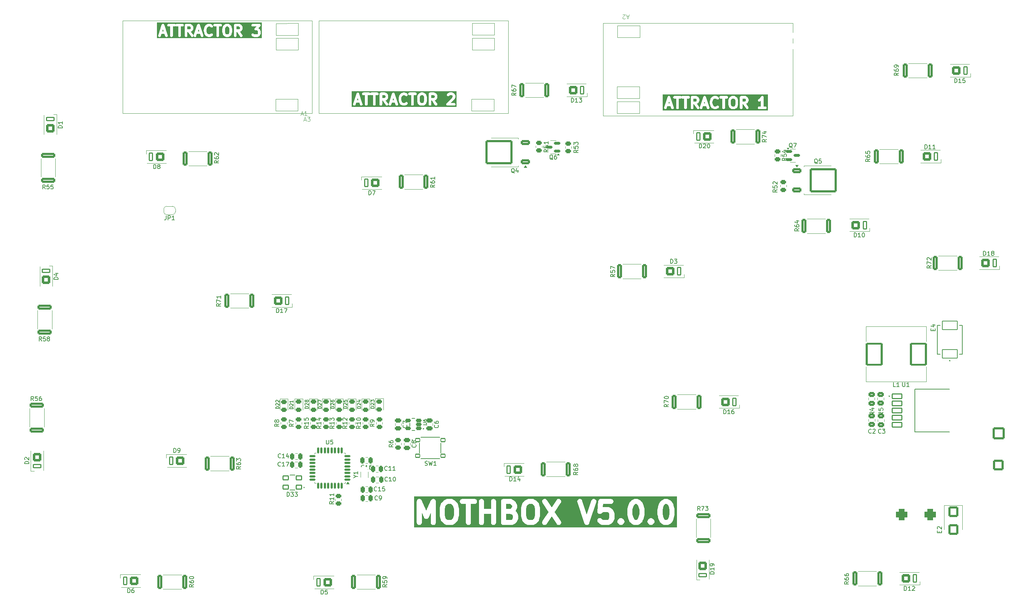
<source format=gbr>
%TF.GenerationSoftware,KiCad,Pcbnew,9.0.2*%
%TF.CreationDate,2025-05-14T09:05:42+08:00*%
%TF.ProjectId,MothBo,4d6f7468-426f-42e6-9b69-6361645f7063,5.0.0*%
%TF.SameCoordinates,Original*%
%TF.FileFunction,Legend,Top*%
%TF.FilePolarity,Positive*%
%FSLAX46Y46*%
G04 Gerber Fmt 4.6, Leading zero omitted, Abs format (unit mm)*
G04 Created by KiCad (PCBNEW 9.0.2) date 2025-05-14 09:05:42*
%MOMM*%
%LPD*%
G01*
G04 APERTURE LIST*
G04 Aperture macros list*
%AMRoundRect*
0 Rectangle with rounded corners*
0 $1 Rounding radius*
0 $2 $3 $4 $5 $6 $7 $8 $9 X,Y pos of 4 corners*
0 Add a 4 corners polygon primitive as box body*
4,1,4,$2,$3,$4,$5,$6,$7,$8,$9,$2,$3,0*
0 Add four circle primitives for the rounded corners*
1,1,$1+$1,$2,$3*
1,1,$1+$1,$4,$5*
1,1,$1+$1,$6,$7*
1,1,$1+$1,$8,$9*
0 Add four rect primitives between the rounded corners*
20,1,$1+$1,$2,$3,$4,$5,0*
20,1,$1+$1,$4,$5,$6,$7,0*
20,1,$1+$1,$6,$7,$8,$9,0*
20,1,$1+$1,$8,$9,$2,$3,0*%
%AMFreePoly0*
4,1,23,0.500000,-0.750000,0.000000,-0.750000,0.000000,-0.745722,-0.065263,-0.745722,-0.191342,-0.711940,-0.304381,-0.646677,-0.396677,-0.554381,-0.461940,-0.441342,-0.495722,-0.315263,-0.495722,-0.250000,-0.500000,-0.250000,-0.500000,0.250000,-0.495722,0.250000,-0.495722,0.315263,-0.461940,0.441342,-0.396677,0.554381,-0.304381,0.646677,-0.191342,0.711940,-0.065263,0.745722,0.000000,0.745722,
0.000000,0.750000,0.500000,0.750000,0.500000,-0.750000,0.500000,-0.750000,$1*%
%AMFreePoly1*
4,1,23,0.000000,0.745722,0.065263,0.745722,0.191342,0.711940,0.304381,0.646677,0.396677,0.554381,0.461940,0.441342,0.495722,0.315263,0.495722,0.250000,0.500000,0.250000,0.500000,-0.250000,0.495722,-0.250000,0.495722,-0.315263,0.461940,-0.441342,0.396677,-0.554381,0.304381,-0.646677,0.191342,-0.711940,0.065263,-0.745722,0.000000,-0.745722,0.000000,-0.750000,-0.500000,-0.750000,
-0.500000,0.750000,0.000000,0.750000,0.000000,0.745722,0.000000,0.745722,$1*%
G04 Aperture macros list end*
%ADD10C,0.625000*%
%ADD11C,1.200000*%
%ADD12C,0.150000*%
%ADD13C,0.100000*%
%ADD14C,0.120000*%
%ADD15C,0.127000*%
%ADD16C,0.200000*%
%ADD17C,0.010000*%
%ADD18RoundRect,0.250000X-1.000000X1.000000X-1.000000X-1.000000X1.000000X-1.000000X1.000000X1.000000X0*%
%ADD19C,2.500000*%
%ADD20RoundRect,0.250000X-0.450000X0.262500X-0.450000X-0.262500X0.450000X-0.262500X0.450000X0.262500X0*%
%ADD21RoundRect,0.250000X0.450000X-0.262500X0.450000X0.262500X-0.450000X0.262500X-0.450000X-0.262500X0*%
%ADD22RoundRect,0.250000X0.475000X-0.337500X0.475000X0.337500X-0.475000X0.337500X-0.475000X-0.337500X0*%
%ADD23RoundRect,0.250000X-0.362500X-1.425000X0.362500X-1.425000X0.362500X1.425000X-0.362500X1.425000X0*%
%ADD24RoundRect,0.250000X0.250000X0.475000X-0.250000X0.475000X-0.250000X-0.475000X0.250000X-0.475000X0*%
%ADD25RoundRect,0.102000X-1.150000X-0.535000X1.150000X-0.535000X1.150000X0.535000X-1.150000X0.535000X0*%
%ADD26RoundRect,0.250000X-1.425000X0.362500X-1.425000X-0.362500X1.425000X-0.362500X1.425000X0.362500X0*%
%ADD27RoundRect,0.125000X0.625000X0.125000X-0.625000X0.125000X-0.625000X-0.125000X0.625000X-0.125000X0*%
%ADD28RoundRect,0.125000X0.125000X0.625000X-0.125000X0.625000X-0.125000X-0.625000X0.125000X-0.625000X0*%
%ADD29RoundRect,0.250000X1.425000X-0.362500X1.425000X0.362500X-1.425000X0.362500X-1.425000X-0.362500X0*%
%ADD30RoundRect,0.165000X0.385000X0.885000X-0.385000X0.885000X-0.385000X-0.885000X0.385000X-0.885000X0*%
%ADD31RoundRect,0.315000X0.735000X0.735000X-0.735000X0.735000X-0.735000X-0.735000X0.735000X-0.735000X0*%
%ADD32RoundRect,0.243750X-0.456250X0.243750X-0.456250X-0.243750X0.456250X-0.243750X0.456250X0.243750X0*%
%ADD33RoundRect,0.250000X-0.475000X0.250000X-0.475000X-0.250000X0.475000X-0.250000X0.475000X0.250000X0*%
%ADD34RoundRect,0.102000X1.800000X-1.000000X1.800000X1.000000X-1.800000X1.000000X-1.800000X-1.000000X0*%
%ADD35RoundRect,0.165000X-0.385000X-0.885000X0.385000X-0.885000X0.385000X0.885000X-0.385000X0.885000X0*%
%ADD36RoundRect,0.315000X-0.735000X-0.735000X0.735000X-0.735000X0.735000X0.735000X-0.735000X0.735000X0*%
%ADD37RoundRect,0.250000X0.362500X1.425000X-0.362500X1.425000X-0.362500X-1.425000X0.362500X-1.425000X0*%
%ADD38RoundRect,0.102000X0.650000X0.450000X-0.650000X0.450000X-0.650000X-0.450000X0.650000X-0.450000X0*%
%ADD39RoundRect,0.165000X0.885000X-0.385000X0.885000X0.385000X-0.885000X0.385000X-0.885000X-0.385000X0*%
%ADD40RoundRect,0.315000X0.735000X-0.735000X0.735000X0.735000X-0.735000X0.735000X-0.735000X-0.735000X0*%
%ADD41RoundRect,0.249997X2.950003X2.650003X-2.950003X2.650003X-2.950003X-2.650003X2.950003X-2.650003X0*%
%ADD42RoundRect,0.250000X0.850000X0.350000X-0.850000X0.350000X-0.850000X-0.350000X0.850000X-0.350000X0*%
%ADD43RoundRect,0.165000X-0.885000X0.385000X-0.885000X-0.385000X0.885000X-0.385000X0.885000X0.385000X0*%
%ADD44RoundRect,0.315000X-0.735000X0.735000X-0.735000X-0.735000X0.735000X-0.735000X0.735000X0.735000X0*%
%ADD45RoundRect,0.102000X-0.500000X-0.375000X0.500000X-0.375000X0.500000X0.375000X-0.500000X0.375000X0*%
%ADD46RoundRect,0.198500X0.508500X0.198500X-0.508500X0.198500X-0.508500X-0.198500X0.508500X-0.198500X0*%
%ADD47C,1.905000*%
%ADD48C,2.857500*%
%ADD49RoundRect,0.250000X-0.250000X-0.475000X0.250000X-0.475000X0.250000X0.475000X-0.250000X0.475000X0*%
%ADD50RoundRect,0.250000X-0.900000X1.000000X-0.900000X-1.000000X0.900000X-1.000000X0.900000X1.000000X0*%
%ADD51RoundRect,0.150000X-0.587500X-0.150000X0.587500X-0.150000X0.587500X0.150000X-0.587500X0.150000X0*%
%ADD52RoundRect,0.250000X1.750000X2.500000X-1.750000X2.500000X-1.750000X-2.500000X1.750000X-2.500000X0*%
%ADD53R,1.800000X1.000000*%
%ADD54RoundRect,0.250000X-0.475000X0.337500X-0.475000X-0.337500X0.475000X-0.337500X0.475000X0.337500X0*%
%ADD55RoundRect,0.150000X0.587500X0.150000X-0.587500X0.150000X-0.587500X-0.150000X0.587500X-0.150000X0*%
%ADD56FreePoly0,180.000000*%
%ADD57FreePoly1,180.000000*%
%ADD58RoundRect,0.249997X-2.950003X-2.650003X2.950003X-2.650003X2.950003X2.650003X-2.950003X2.650003X0*%
%ADD59RoundRect,0.250000X-0.850000X-0.350000X0.850000X-0.350000X0.850000X0.350000X-0.850000X0.350000X0*%
%ADD60R,1.700000X1.700000*%
%ADD61C,1.700000*%
%ADD62RoundRect,0.250001X1.149999X-1.149999X1.149999X1.149999X-1.149999X1.149999X-1.149999X-1.149999X0*%
%ADD63C,2.800000*%
%ADD64C,6.404000*%
%ADD65R,4.600000X2.000000*%
%ADD66O,4.200000X2.000000*%
%ADD67O,2.000000X4.200000*%
%ADD68RoundRect,0.675000X0.675000X0.675000X-0.675000X0.675000X-0.675000X-0.675000X0.675000X-0.675000X0*%
%ADD69C,2.700000*%
%ADD70R,1.905000X2.000000*%
%ADD71O,1.905000X2.000000*%
%ADD72C,0.400000*%
%ADD73O,1.204000X2.204000*%
G04 APERTURE END LIST*
D10*
G36*
X95871784Y16226906D02*
G01*
X96012817Y16085873D01*
X96101541Y15730980D01*
X96101541Y14974585D01*
X96012817Y14619690D01*
X95871787Y14478661D01*
X95745031Y14415282D01*
X95416384Y14415282D01*
X95289627Y14478661D01*
X95148598Y14619689D01*
X95059874Y14974585D01*
X95059874Y15730980D01*
X95148598Y16085874D01*
X95289630Y16226906D01*
X95416383Y16290282D01*
X95745032Y16290282D01*
X95871784Y16226906D01*
G37*
G36*
X86824165Y16226906D02*
G01*
X86871497Y16179574D01*
X86934874Y16052820D01*
X86934874Y15843221D01*
X86871497Y15716467D01*
X86824165Y15669134D01*
X86697413Y15605758D01*
X86131303Y15605758D01*
X86131303Y16290282D01*
X86697413Y16290282D01*
X86824165Y16226906D01*
G37*
G36*
X98490832Y16226906D02*
G01*
X98538164Y16179574D01*
X98601541Y16052820D01*
X98601541Y15843221D01*
X98538164Y15716467D01*
X98490832Y15669134D01*
X98364080Y15605758D01*
X97797970Y15605758D01*
X97797970Y16290282D01*
X98364080Y16290282D01*
X98490832Y16226906D01*
G37*
G36*
X80504279Y15129568D02*
G01*
X80180945Y15129568D01*
X80342611Y15614570D01*
X80504279Y15129568D01*
G37*
G36*
X88956660Y15129568D02*
G01*
X88633326Y15129568D01*
X88794992Y15614570D01*
X88956660Y15129568D01*
G37*
G36*
X103822082Y13477782D02*
G01*
X78885065Y13477782D01*
X78885065Y14080629D01*
X79197565Y14080629D01*
X79213920Y14000706D01*
X79250403Y13927740D01*
X79304528Y13866703D01*
X79372607Y13821753D01*
X79449999Y13795956D01*
X79531432Y13791068D01*
X79611355Y13807423D01*
X79684321Y13843906D01*
X79745358Y13898031D01*
X79790308Y13966110D01*
X79805743Y14003961D01*
X79972612Y14504568D01*
X80712612Y14504568D01*
X80879481Y14003961D01*
X80894916Y13966111D01*
X80939866Y13898031D01*
X81000903Y13843907D01*
X81073869Y13807423D01*
X81153792Y13791069D01*
X81235225Y13795956D01*
X81312617Y13821753D01*
X81380696Y13866703D01*
X81434821Y13927740D01*
X81471304Y14000707D01*
X81487659Y14080629D01*
X81482771Y14162062D01*
X81472408Y14201603D01*
X80658420Y16643571D01*
X81342309Y16643571D01*
X81342309Y16561993D01*
X81363424Y16483193D01*
X81404213Y16412544D01*
X81461898Y16354859D01*
X81532547Y16314070D01*
X81611347Y16292955D01*
X81652136Y16290282D01*
X82053921Y16290282D01*
X82053921Y14102782D01*
X82056594Y14061993D01*
X82077709Y13983193D01*
X82118498Y13912544D01*
X82176183Y13854859D01*
X82246832Y13814070D01*
X82325632Y13792955D01*
X82407210Y13792955D01*
X82486010Y13814070D01*
X82556659Y13854859D01*
X82614344Y13912544D01*
X82655133Y13983193D01*
X82676248Y14061993D01*
X82678921Y14102782D01*
X82678921Y16290282D01*
X83080707Y16290282D01*
X83121496Y16292955D01*
X83200296Y16314070D01*
X83270945Y16354859D01*
X83318802Y16402717D01*
X83366660Y16354859D01*
X83437309Y16314070D01*
X83516109Y16292955D01*
X83556898Y16290282D01*
X83958683Y16290282D01*
X83958683Y14102782D01*
X83961356Y14061993D01*
X83982471Y13983193D01*
X84023260Y13912544D01*
X84080945Y13854859D01*
X84151594Y13814070D01*
X84230394Y13792955D01*
X84311972Y13792955D01*
X84390772Y13814070D01*
X84461421Y13854859D01*
X84519106Y13912544D01*
X84559895Y13983193D01*
X84581010Y14061993D01*
X84583683Y14102782D01*
X84583683Y16290282D01*
X84985469Y16290282D01*
X85026258Y16292955D01*
X85105058Y16314070D01*
X85175707Y16354859D01*
X85233392Y16412544D01*
X85274181Y16483193D01*
X85295296Y16561993D01*
X85295296Y16602782D01*
X85506303Y16602782D01*
X85506303Y14102782D01*
X85508976Y14061993D01*
X85530091Y13983193D01*
X85570880Y13912544D01*
X85628565Y13854859D01*
X85699214Y13814070D01*
X85778014Y13792955D01*
X85859592Y13792955D01*
X85938392Y13814070D01*
X86009041Y13854859D01*
X86066726Y13912544D01*
X86107515Y13983193D01*
X86128630Y14061993D01*
X86131303Y14102782D01*
X86131303Y14980758D01*
X86251336Y14980758D01*
X86991364Y13923575D01*
X87016945Y13891692D01*
X87079432Y13839245D01*
X87153362Y13804758D01*
X87233699Y13790581D01*
X87314968Y13797680D01*
X87391632Y13825571D01*
X87458464Y13872353D01*
X87510911Y13934840D01*
X87545398Y14008770D01*
X87558079Y14080629D01*
X87649946Y14080629D01*
X87666301Y14000706D01*
X87702784Y13927740D01*
X87756909Y13866703D01*
X87824988Y13821753D01*
X87902380Y13795956D01*
X87983813Y13791068D01*
X88063736Y13807423D01*
X88136702Y13843906D01*
X88197739Y13898031D01*
X88242689Y13966110D01*
X88258124Y14003961D01*
X88424993Y14504568D01*
X89164993Y14504568D01*
X89331862Y14003961D01*
X89347297Y13966111D01*
X89392247Y13898031D01*
X89453284Y13843907D01*
X89526250Y13807423D01*
X89606173Y13791069D01*
X89687606Y13795956D01*
X89764998Y13821753D01*
X89833077Y13866703D01*
X89887202Y13927740D01*
X89923685Y14000707D01*
X89940040Y14080629D01*
X89935152Y14162062D01*
X89924789Y14201603D01*
X89481540Y15531353D01*
X90030112Y15531353D01*
X90030112Y15174210D01*
X90032204Y15142282D01*
X90032143Y15138637D01*
X90032612Y15136049D01*
X90032785Y15133421D01*
X90033729Y15129897D01*
X90039443Y15098417D01*
X90158491Y14622227D01*
X90165206Y14601293D01*
X90166301Y14595944D01*
X90168917Y14589725D01*
X90170977Y14583304D01*
X90173624Y14578536D01*
X90182151Y14558266D01*
X90301198Y14320171D01*
X90321830Y14284884D01*
X90328077Y14277839D01*
X90332784Y14269687D01*
X90359736Y14238955D01*
X90597831Y14000859D01*
X90610530Y13989721D01*
X90614052Y13985750D01*
X90618123Y13983062D01*
X90628563Y13973906D01*
X90655852Y13958151D01*
X90682131Y13940800D01*
X90694983Y13935559D01*
X90699213Y13933117D01*
X90704340Y13931743D01*
X90719981Y13925365D01*
X91077125Y13806318D01*
X91116666Y13795955D01*
X91126065Y13795391D01*
X91135156Y13792955D01*
X91175945Y13790282D01*
X91414041Y13790282D01*
X91454830Y13792955D01*
X91463924Y13795392D01*
X91473321Y13795956D01*
X91512862Y13806318D01*
X91870004Y13925366D01*
X91885642Y13931743D01*
X91890771Y13933117D01*
X91894998Y13935558D01*
X91907855Y13940800D01*
X91934143Y13958158D01*
X91961422Y13973906D01*
X91971859Y13983060D01*
X91975934Y13985750D01*
X91979456Y13989723D01*
X91992154Y14000858D01*
X92111202Y14119906D01*
X92138154Y14150638D01*
X92178943Y14221289D01*
X92200057Y14300087D01*
X92200057Y14381666D01*
X92178943Y14460465D01*
X92138154Y14531115D01*
X92080469Y14588800D01*
X92009819Y14629589D01*
X91931020Y14650703D01*
X91849441Y14650703D01*
X91770643Y14629589D01*
X91699992Y14588800D01*
X91669260Y14561848D01*
X91602376Y14494965D01*
X91363328Y14415282D01*
X91226658Y14415282D01*
X90987607Y14494966D01*
X90837538Y14645035D01*
X90756509Y14807093D01*
X90655112Y15212680D01*
X90655112Y15492884D01*
X90756509Y15898472D01*
X90837537Y16060528D01*
X90987610Y16210600D01*
X91226656Y16290282D01*
X91363330Y16290282D01*
X91602375Y16210600D01*
X91669261Y16143715D01*
X91699994Y16116763D01*
X91770644Y16075974D01*
X91849443Y16054860D01*
X91931022Y16054860D01*
X92009821Y16075975D01*
X92080471Y16116765D01*
X92138155Y16174449D01*
X92178944Y16245100D01*
X92200058Y16323899D01*
X92200058Y16405477D01*
X92178943Y16484276D01*
X92138153Y16554926D01*
X92111201Y16585659D01*
X92053289Y16643571D01*
X92294690Y16643571D01*
X92294690Y16561993D01*
X92315805Y16483193D01*
X92356594Y16412544D01*
X92414279Y16354859D01*
X92484928Y16314070D01*
X92563728Y16292955D01*
X92604517Y16290282D01*
X93006302Y16290282D01*
X93006302Y14102782D01*
X93008975Y14061993D01*
X93030090Y13983193D01*
X93070879Y13912544D01*
X93128564Y13854859D01*
X93199213Y13814070D01*
X93278013Y13792955D01*
X93359591Y13792955D01*
X93438391Y13814070D01*
X93509040Y13854859D01*
X93566725Y13912544D01*
X93607514Y13983193D01*
X93628629Y14061993D01*
X93631302Y14102782D01*
X93631302Y15769449D01*
X94434874Y15769449D01*
X94434874Y14936115D01*
X94436966Y14904187D01*
X94436905Y14900542D01*
X94437374Y14897954D01*
X94437547Y14895326D01*
X94438491Y14891802D01*
X94444205Y14860322D01*
X94563253Y14384132D01*
X94575739Y14345209D01*
X94577024Y14342895D01*
X94577709Y14340338D01*
X94596796Y14307277D01*
X94615335Y14273883D01*
X94617175Y14271980D01*
X94618499Y14269687D01*
X94645451Y14238955D01*
X94883546Y14000859D01*
X94914278Y13973906D01*
X94922432Y13969199D01*
X94929476Y13962952D01*
X94964763Y13942320D01*
X95202858Y13823273D01*
X95218426Y13816724D01*
X95223023Y13814070D01*
X95227738Y13812807D01*
X95240536Y13807423D01*
X95271397Y13801108D01*
X95301823Y13792955D01*
X95315674Y13792048D01*
X95320460Y13791068D01*
X95325761Y13791387D01*
X95342612Y13790282D01*
X95818803Y13790282D01*
X95835653Y13791387D01*
X95840955Y13791068D01*
X95845740Y13792048D01*
X95859592Y13792955D01*
X95890017Y13801108D01*
X95920879Y13807423D01*
X95933676Y13812807D01*
X95938392Y13814070D01*
X95942988Y13816724D01*
X95958557Y13823273D01*
X96196652Y13942320D01*
X96231939Y13962952D01*
X96238982Y13969199D01*
X96247137Y13973906D01*
X96277869Y14000859D01*
X96515964Y14238955D01*
X96542916Y14269687D01*
X96544239Y14271980D01*
X96546080Y14273883D01*
X96564618Y14307277D01*
X96583706Y14340338D01*
X96584390Y14342895D01*
X96585676Y14345209D01*
X96598162Y14384132D01*
X96717211Y14860323D01*
X96722924Y14891804D01*
X96723868Y14895326D01*
X96724040Y14897954D01*
X96724510Y14900542D01*
X96724448Y14904188D01*
X96726541Y14936115D01*
X96726541Y15769449D01*
X96724448Y15801377D01*
X96724510Y15805022D01*
X96724040Y15807611D01*
X96723868Y15810238D01*
X96722924Y15813761D01*
X96717211Y15845241D01*
X96598162Y16321432D01*
X96585676Y16360355D01*
X96584389Y16362673D01*
X96583705Y16365227D01*
X96564616Y16398290D01*
X96546080Y16431681D01*
X96544241Y16433583D01*
X96542916Y16435878D01*
X96515964Y16466610D01*
X96379792Y16602782D01*
X97172970Y16602782D01*
X97172970Y14102782D01*
X97175643Y14061993D01*
X97196758Y13983193D01*
X97237547Y13912544D01*
X97295232Y13854859D01*
X97365881Y13814070D01*
X97444681Y13792955D01*
X97526259Y13792955D01*
X97605059Y13814070D01*
X97675708Y13854859D01*
X97733393Y13912544D01*
X97774182Y13983193D01*
X97795297Y14061993D01*
X97797970Y14102782D01*
X97797970Y14980758D01*
X97918003Y14980758D01*
X98658031Y13923575D01*
X98683612Y13891692D01*
X98746099Y13839245D01*
X98820029Y13804758D01*
X98900366Y13790581D01*
X98981635Y13797680D01*
X99058299Y13825571D01*
X99125131Y13872353D01*
X99177578Y13934840D01*
X99212065Y14008770D01*
X99226242Y14089107D01*
X99219143Y14170376D01*
X99191252Y14247040D01*
X99170051Y14281989D01*
X98637022Y15043459D01*
X98815701Y15132798D01*
X98850988Y15153430D01*
X98858030Y15159676D01*
X98866185Y15164383D01*
X98896917Y15191335D01*
X99015964Y15310382D01*
X99042916Y15341114D01*
X99047623Y15349268D01*
X99053869Y15356311D01*
X99074501Y15391599D01*
X99193549Y15629694D01*
X99200097Y15645262D01*
X99202753Y15649860D01*
X99204017Y15654578D01*
X99209400Y15667373D01*
X99215715Y15698236D01*
X99223868Y15728660D01*
X99224775Y15742511D01*
X99225755Y15747296D01*
X99225436Y15752599D01*
X99226541Y15769449D01*
X99226541Y15866343D01*
X101459470Y15866343D01*
X101475825Y15786419D01*
X101512308Y15713454D01*
X101566434Y15652416D01*
X101634512Y15607467D01*
X101711905Y15581670D01*
X101793337Y15576782D01*
X101873261Y15593137D01*
X101910939Y15608988D01*
X102149034Y15728036D01*
X102172970Y15742032D01*
X102172970Y14415282D01*
X101771184Y14415282D01*
X101730395Y14412609D01*
X101651595Y14391494D01*
X101580946Y14350705D01*
X101523261Y14293020D01*
X101482472Y14222371D01*
X101461357Y14143571D01*
X101461357Y14061993D01*
X101482472Y13983193D01*
X101523261Y13912544D01*
X101580946Y13854859D01*
X101651595Y13814070D01*
X101730395Y13792955D01*
X101771184Y13790282D01*
X103199755Y13790282D01*
X103240544Y13792955D01*
X103319344Y13814070D01*
X103389993Y13854859D01*
X103447678Y13912544D01*
X103488467Y13983193D01*
X103509582Y14061993D01*
X103509582Y14143571D01*
X103488467Y14222371D01*
X103447678Y14293020D01*
X103389993Y14350705D01*
X103319344Y14391494D01*
X103240544Y14412609D01*
X103199755Y14415282D01*
X102797970Y14415282D01*
X102797970Y16602782D01*
X102796947Y16618389D01*
X102797280Y16623546D01*
X102796282Y16628534D01*
X102795297Y16643571D01*
X102787324Y16673326D01*
X102781281Y16703541D01*
X102776798Y16712608D01*
X102774182Y16722371D01*
X102758780Y16749048D01*
X102745123Y16776669D01*
X102738447Y16784265D01*
X102733393Y16793020D01*
X102711611Y16814802D01*
X102691270Y16837948D01*
X102682855Y16843558D01*
X102675708Y16850705D01*
X102649033Y16866106D01*
X102623393Y16883199D01*
X102613813Y16886440D01*
X102605059Y16891494D01*
X102575300Y16899469D01*
X102546115Y16909341D01*
X102536026Y16909992D01*
X102526259Y16912609D01*
X102495449Y16912609D01*
X102464706Y16914592D01*
X102454791Y16912609D01*
X102444681Y16912609D01*
X102414926Y16904637D01*
X102384711Y16898593D01*
X102375645Y16894111D01*
X102365881Y16891494D01*
X102339200Y16876091D01*
X102311584Y16862435D01*
X102303990Y16855762D01*
X102295232Y16850705D01*
X102273447Y16828921D01*
X102250304Y16808582D01*
X102241141Y16796615D01*
X102237547Y16793020D01*
X102234963Y16788546D01*
X102225455Y16776126D01*
X102004525Y16444733D01*
X101824165Y16264372D01*
X101631429Y16168004D01*
X101596142Y16147372D01*
X101535104Y16093246D01*
X101490155Y16025168D01*
X101464358Y15947775D01*
X101459470Y15866343D01*
X99226541Y15866343D01*
X99226541Y16126591D01*
X99225436Y16143442D01*
X99225755Y16148744D01*
X99224775Y16153530D01*
X99223868Y16167380D01*
X99215715Y16197805D01*
X99209400Y16228667D01*
X99204017Y16241463D01*
X99202753Y16246180D01*
X99200097Y16250779D01*
X99193549Y16266346D01*
X99074501Y16504441D01*
X99053869Y16539729D01*
X99047623Y16546773D01*
X99042916Y16554926D01*
X99015964Y16585658D01*
X98896917Y16704705D01*
X98866185Y16731657D01*
X98858030Y16736365D01*
X98850988Y16742610D01*
X98815701Y16763242D01*
X98577606Y16882290D01*
X98562037Y16888840D01*
X98557440Y16891494D01*
X98552724Y16892758D01*
X98539928Y16898141D01*
X98509062Y16904458D01*
X98478640Y16912609D01*
X98464790Y16913517D01*
X98460004Y16914496D01*
X98454701Y16914178D01*
X98437851Y16915282D01*
X97485470Y16915282D01*
X97444681Y16912609D01*
X97365881Y16891494D01*
X97295232Y16850705D01*
X97237547Y16793020D01*
X97196758Y16722371D01*
X97175643Y16643571D01*
X97172970Y16602782D01*
X96379792Y16602782D01*
X96277869Y16704705D01*
X96247137Y16731657D01*
X96238982Y16736365D01*
X96231940Y16742610D01*
X96196653Y16763242D01*
X95958558Y16882290D01*
X95942989Y16888840D01*
X95938392Y16891494D01*
X95933676Y16892758D01*
X95920880Y16898141D01*
X95890014Y16904458D01*
X95859592Y16912609D01*
X95845742Y16913517D01*
X95840956Y16914496D01*
X95835653Y16914178D01*
X95818803Y16915282D01*
X95342612Y16915282D01*
X95325761Y16914178D01*
X95320460Y16914496D01*
X95315674Y16913517D01*
X95301823Y16912609D01*
X95271397Y16904457D01*
X95240536Y16898141D01*
X95227741Y16892759D01*
X95223023Y16891494D01*
X95218422Y16888838D01*
X95202858Y16882290D01*
X94964762Y16763242D01*
X94929475Y16742610D01*
X94922431Y16736365D01*
X94914278Y16731657D01*
X94883546Y16704705D01*
X94645451Y16466610D01*
X94618499Y16435878D01*
X94617173Y16433583D01*
X94615335Y16431681D01*
X94596798Y16398290D01*
X94577710Y16365227D01*
X94577025Y16362673D01*
X94575739Y16360355D01*
X94563253Y16321432D01*
X94444205Y15845242D01*
X94438491Y15813763D01*
X94437547Y15810238D01*
X94437374Y15807611D01*
X94436905Y15805022D01*
X94436966Y15801378D01*
X94434874Y15769449D01*
X93631302Y15769449D01*
X93631302Y16290282D01*
X94033088Y16290282D01*
X94073877Y16292955D01*
X94152677Y16314070D01*
X94223326Y16354859D01*
X94281011Y16412544D01*
X94321800Y16483193D01*
X94342915Y16561993D01*
X94342915Y16643571D01*
X94321800Y16722371D01*
X94281011Y16793020D01*
X94223326Y16850705D01*
X94152677Y16891494D01*
X94073877Y16912609D01*
X94033088Y16915282D01*
X92604517Y16915282D01*
X92563728Y16912609D01*
X92484928Y16891494D01*
X92414279Y16850705D01*
X92356594Y16793020D01*
X92315805Y16722371D01*
X92294690Y16643571D01*
X92053289Y16643571D01*
X91992153Y16704706D01*
X91979455Y16715842D01*
X91975934Y16719813D01*
X91971860Y16722503D01*
X91961421Y16731658D01*
X91934138Y16747410D01*
X91907855Y16764763D01*
X91895000Y16770005D01*
X91890770Y16772447D01*
X91885639Y16773822D01*
X91870005Y16780197D01*
X91512863Y16899245D01*
X91473322Y16909608D01*
X91463924Y16910173D01*
X91454830Y16912609D01*
X91414041Y16915282D01*
X91175945Y16915282D01*
X91135156Y16912609D01*
X91126061Y16910173D01*
X91116665Y16909608D01*
X91077124Y16899245D01*
X90719981Y16780197D01*
X90704341Y16773820D01*
X90699214Y16772446D01*
X90694986Y16770006D01*
X90682130Y16764763D01*
X90655841Y16747406D01*
X90628563Y16731657D01*
X90618125Y16722504D01*
X90614051Y16719813D01*
X90610528Y16715841D01*
X90597831Y16704705D01*
X90359736Y16466610D01*
X90332784Y16435878D01*
X90328076Y16427724D01*
X90321830Y16420680D01*
X90301198Y16385393D01*
X90182151Y16147298D01*
X90173624Y16127029D01*
X90170977Y16122260D01*
X90168917Y16115840D01*
X90166301Y16109620D01*
X90165206Y16104272D01*
X90158491Y16083337D01*
X90039443Y15607146D01*
X90033729Y15575667D01*
X90032785Y15572142D01*
X90032612Y15569515D01*
X90032143Y15566926D01*
X90032204Y15563282D01*
X90030112Y15531353D01*
X89481540Y15531353D01*
X89091457Y16701603D01*
X89090575Y16703765D01*
X89090352Y16704857D01*
X89089148Y16707264D01*
X89076022Y16739454D01*
X89063793Y16757975D01*
X89053869Y16777824D01*
X89041413Y16791870D01*
X89031072Y16807533D01*
X89014467Y16822257D01*
X88999744Y16838861D01*
X88984080Y16849203D01*
X88970035Y16861658D01*
X88950184Y16871584D01*
X88931665Y16883811D01*
X88913857Y16889747D01*
X88897069Y16898141D01*
X88875326Y16902591D01*
X88854273Y16909608D01*
X88835538Y16910733D01*
X88817146Y16914496D01*
X88794986Y16913166D01*
X88772840Y16914495D01*
X88754454Y16910733D01*
X88735713Y16909608D01*
X88714657Y16902590D01*
X88692917Y16898141D01*
X88676129Y16889748D01*
X88658321Y16883811D01*
X88639796Y16871581D01*
X88619951Y16861657D01*
X88605908Y16849206D01*
X88590242Y16838861D01*
X88575517Y16822256D01*
X88558914Y16807533D01*
X88548572Y16791871D01*
X88536117Y16777824D01*
X88526190Y16757971D01*
X88513964Y16739453D01*
X88500839Y16707270D01*
X88499634Y16704858D01*
X88499410Y16703764D01*
X88498529Y16701603D01*
X87665196Y14201603D01*
X87654834Y14162062D01*
X87649946Y14080629D01*
X87558079Y14080629D01*
X87559575Y14089107D01*
X87552476Y14170376D01*
X87524585Y14247040D01*
X87503384Y14281989D01*
X86970355Y15043459D01*
X87149034Y15132798D01*
X87184321Y15153430D01*
X87191363Y15159676D01*
X87199518Y15164383D01*
X87230250Y15191335D01*
X87349297Y15310382D01*
X87376249Y15341114D01*
X87380956Y15349268D01*
X87387202Y15356311D01*
X87407834Y15391599D01*
X87526882Y15629694D01*
X87533430Y15645262D01*
X87536086Y15649860D01*
X87537350Y15654578D01*
X87542733Y15667373D01*
X87549048Y15698236D01*
X87557201Y15728660D01*
X87558108Y15742511D01*
X87559088Y15747296D01*
X87558769Y15752599D01*
X87559874Y15769449D01*
X87559874Y16126591D01*
X87558769Y16143442D01*
X87559088Y16148744D01*
X87558108Y16153530D01*
X87557201Y16167380D01*
X87549048Y16197805D01*
X87542733Y16228667D01*
X87537350Y16241463D01*
X87536086Y16246180D01*
X87533430Y16250779D01*
X87526882Y16266346D01*
X87407834Y16504441D01*
X87387202Y16539729D01*
X87380956Y16546773D01*
X87376249Y16554926D01*
X87349297Y16585658D01*
X87230250Y16704705D01*
X87199518Y16731657D01*
X87191363Y16736365D01*
X87184321Y16742610D01*
X87149034Y16763242D01*
X86910939Y16882290D01*
X86895370Y16888840D01*
X86890773Y16891494D01*
X86886057Y16892758D01*
X86873261Y16898141D01*
X86842395Y16904458D01*
X86811973Y16912609D01*
X86798123Y16913517D01*
X86793337Y16914496D01*
X86788034Y16914178D01*
X86771184Y16915282D01*
X85818803Y16915282D01*
X85778014Y16912609D01*
X85699214Y16891494D01*
X85628565Y16850705D01*
X85570880Y16793020D01*
X85530091Y16722371D01*
X85508976Y16643571D01*
X85506303Y16602782D01*
X85295296Y16602782D01*
X85295296Y16643571D01*
X85274181Y16722371D01*
X85233392Y16793020D01*
X85175707Y16850705D01*
X85105058Y16891494D01*
X85026258Y16912609D01*
X84985469Y16915282D01*
X83556898Y16915282D01*
X83516109Y16912609D01*
X83437309Y16891494D01*
X83366660Y16850705D01*
X83318802Y16802848D01*
X83270945Y16850705D01*
X83200296Y16891494D01*
X83121496Y16912609D01*
X83080707Y16915282D01*
X81652136Y16915282D01*
X81611347Y16912609D01*
X81532547Y16891494D01*
X81461898Y16850705D01*
X81404213Y16793020D01*
X81363424Y16722371D01*
X81342309Y16643571D01*
X80658420Y16643571D01*
X80639076Y16701603D01*
X80638194Y16703765D01*
X80637971Y16704857D01*
X80636767Y16707264D01*
X80623641Y16739454D01*
X80611412Y16757975D01*
X80601488Y16777824D01*
X80589032Y16791870D01*
X80578691Y16807533D01*
X80562086Y16822257D01*
X80547363Y16838861D01*
X80531699Y16849203D01*
X80517654Y16861658D01*
X80497803Y16871584D01*
X80479284Y16883811D01*
X80461476Y16889747D01*
X80444688Y16898141D01*
X80422945Y16902591D01*
X80401892Y16909608D01*
X80383157Y16910733D01*
X80364765Y16914496D01*
X80342605Y16913166D01*
X80320459Y16914495D01*
X80302073Y16910733D01*
X80283332Y16909608D01*
X80262276Y16902590D01*
X80240536Y16898141D01*
X80223748Y16889748D01*
X80205940Y16883811D01*
X80187415Y16871581D01*
X80167570Y16861657D01*
X80153527Y16849206D01*
X80137861Y16838861D01*
X80123136Y16822256D01*
X80106533Y16807533D01*
X80096191Y16791871D01*
X80083736Y16777824D01*
X80073809Y16757971D01*
X80061583Y16739453D01*
X80048458Y16707270D01*
X80047253Y16704858D01*
X80047029Y16703764D01*
X80046148Y16701603D01*
X79212815Y14201603D01*
X79202453Y14162062D01*
X79197565Y14080629D01*
X78885065Y14080629D01*
X78885065Y17227782D01*
X103822082Y17227782D01*
X103822082Y13477782D01*
G37*
G36*
X-24238216Y33356906D02*
G01*
X-24097183Y33215873D01*
X-24008459Y32860980D01*
X-24008459Y32104585D01*
X-24097183Y31749690D01*
X-24238213Y31608661D01*
X-24364969Y31545282D01*
X-24693616Y31545282D01*
X-24820373Y31608661D01*
X-24961402Y31749689D01*
X-25050126Y32104585D01*
X-25050126Y32860980D01*
X-24961402Y33215874D01*
X-24820370Y33356906D01*
X-24693617Y33420282D01*
X-24364968Y33420282D01*
X-24238216Y33356906D01*
G37*
G36*
X-33285835Y33356906D02*
G01*
X-33238503Y33309574D01*
X-33175126Y33182820D01*
X-33175126Y32973221D01*
X-33238503Y32846467D01*
X-33285835Y32799134D01*
X-33412587Y32735758D01*
X-33978697Y32735758D01*
X-33978697Y33420282D01*
X-33412587Y33420282D01*
X-33285835Y33356906D01*
G37*
G36*
X-21619168Y33356906D02*
G01*
X-21571836Y33309574D01*
X-21508459Y33182820D01*
X-21508459Y32973221D01*
X-21571836Y32846467D01*
X-21619168Y32799134D01*
X-21745920Y32735758D01*
X-22312030Y32735758D01*
X-22312030Y33420282D01*
X-21745920Y33420282D01*
X-21619168Y33356906D01*
G37*
G36*
X-39605721Y32259568D02*
G01*
X-39929055Y32259568D01*
X-39767389Y32744570D01*
X-39605721Y32259568D01*
G37*
G36*
X-31153340Y32259568D02*
G01*
X-31476674Y32259568D01*
X-31315008Y32744570D01*
X-31153340Y32259568D01*
G37*
G36*
X-16285245Y30607782D02*
G01*
X-41224935Y30607782D01*
X-41224935Y31210629D01*
X-40912435Y31210629D01*
X-40896080Y31130706D01*
X-40859597Y31057740D01*
X-40805472Y30996703D01*
X-40737393Y30951753D01*
X-40660001Y30925956D01*
X-40578568Y30921068D01*
X-40498645Y30937423D01*
X-40425679Y30973906D01*
X-40364642Y31028031D01*
X-40319692Y31096110D01*
X-40304257Y31133961D01*
X-40137388Y31634568D01*
X-39397388Y31634568D01*
X-39230519Y31133961D01*
X-39215084Y31096111D01*
X-39170134Y31028031D01*
X-39109097Y30973907D01*
X-39036131Y30937423D01*
X-38956208Y30921069D01*
X-38874775Y30925956D01*
X-38797383Y30951753D01*
X-38729304Y30996703D01*
X-38675179Y31057740D01*
X-38638696Y31130707D01*
X-38622341Y31210629D01*
X-38627229Y31292062D01*
X-38637592Y31331603D01*
X-39451580Y33773571D01*
X-38767691Y33773571D01*
X-38767691Y33691993D01*
X-38746576Y33613193D01*
X-38705787Y33542544D01*
X-38648102Y33484859D01*
X-38577453Y33444070D01*
X-38498653Y33422955D01*
X-38457864Y33420282D01*
X-38056079Y33420282D01*
X-38056079Y31232782D01*
X-38053406Y31191993D01*
X-38032291Y31113193D01*
X-37991502Y31042544D01*
X-37933817Y30984859D01*
X-37863168Y30944070D01*
X-37784368Y30922955D01*
X-37702790Y30922955D01*
X-37623990Y30944070D01*
X-37553341Y30984859D01*
X-37495656Y31042544D01*
X-37454867Y31113193D01*
X-37433752Y31191993D01*
X-37431079Y31232782D01*
X-37431079Y33420282D01*
X-37029293Y33420282D01*
X-36988504Y33422955D01*
X-36909704Y33444070D01*
X-36839055Y33484859D01*
X-36791198Y33532717D01*
X-36743340Y33484859D01*
X-36672691Y33444070D01*
X-36593891Y33422955D01*
X-36553102Y33420282D01*
X-36151317Y33420282D01*
X-36151317Y31232782D01*
X-36148644Y31191993D01*
X-36127529Y31113193D01*
X-36086740Y31042544D01*
X-36029055Y30984859D01*
X-35958406Y30944070D01*
X-35879606Y30922955D01*
X-35798028Y30922955D01*
X-35719228Y30944070D01*
X-35648579Y30984859D01*
X-35590894Y31042544D01*
X-35550105Y31113193D01*
X-35528990Y31191993D01*
X-35526317Y31232782D01*
X-35526317Y33420282D01*
X-35124531Y33420282D01*
X-35083742Y33422955D01*
X-35004942Y33444070D01*
X-34934293Y33484859D01*
X-34876608Y33542544D01*
X-34835819Y33613193D01*
X-34814704Y33691993D01*
X-34814704Y33732782D01*
X-34603697Y33732782D01*
X-34603697Y31232782D01*
X-34601024Y31191993D01*
X-34579909Y31113193D01*
X-34539120Y31042544D01*
X-34481435Y30984859D01*
X-34410786Y30944070D01*
X-34331986Y30922955D01*
X-34250408Y30922955D01*
X-34171608Y30944070D01*
X-34100959Y30984859D01*
X-34043274Y31042544D01*
X-34002485Y31113193D01*
X-33981370Y31191993D01*
X-33978697Y31232782D01*
X-33978697Y32110758D01*
X-33858664Y32110758D01*
X-33118636Y31053575D01*
X-33093055Y31021692D01*
X-33030568Y30969245D01*
X-32956638Y30934758D01*
X-32876301Y30920581D01*
X-32795032Y30927680D01*
X-32718368Y30955571D01*
X-32651536Y31002353D01*
X-32599089Y31064840D01*
X-32564602Y31138770D01*
X-32551921Y31210629D01*
X-32460054Y31210629D01*
X-32443699Y31130706D01*
X-32407216Y31057740D01*
X-32353091Y30996703D01*
X-32285012Y30951753D01*
X-32207620Y30925956D01*
X-32126187Y30921068D01*
X-32046264Y30937423D01*
X-31973298Y30973906D01*
X-31912261Y31028031D01*
X-31867311Y31096110D01*
X-31851876Y31133961D01*
X-31685007Y31634568D01*
X-30945007Y31634568D01*
X-30778138Y31133961D01*
X-30762703Y31096111D01*
X-30717753Y31028031D01*
X-30656716Y30973907D01*
X-30583750Y30937423D01*
X-30503827Y30921069D01*
X-30422394Y30925956D01*
X-30345002Y30951753D01*
X-30276923Y30996703D01*
X-30222798Y31057740D01*
X-30186315Y31130707D01*
X-30169960Y31210629D01*
X-30174848Y31292062D01*
X-30185211Y31331603D01*
X-30628460Y32661353D01*
X-30079888Y32661353D01*
X-30079888Y32304210D01*
X-30077796Y32272282D01*
X-30077857Y32268637D01*
X-30077388Y32266049D01*
X-30077215Y32263421D01*
X-30076271Y32259897D01*
X-30070557Y32228417D01*
X-29951509Y31752227D01*
X-29944794Y31731293D01*
X-29943699Y31725944D01*
X-29941083Y31719725D01*
X-29939023Y31713304D01*
X-29936376Y31708536D01*
X-29927849Y31688266D01*
X-29808802Y31450171D01*
X-29788170Y31414884D01*
X-29781923Y31407839D01*
X-29777216Y31399687D01*
X-29750264Y31368955D01*
X-29512169Y31130859D01*
X-29499470Y31119721D01*
X-29495948Y31115750D01*
X-29491877Y31113062D01*
X-29481437Y31103906D01*
X-29454148Y31088151D01*
X-29427869Y31070800D01*
X-29415017Y31065559D01*
X-29410787Y31063117D01*
X-29405660Y31061743D01*
X-29390019Y31055365D01*
X-29032875Y30936318D01*
X-28993334Y30925955D01*
X-28983935Y30925391D01*
X-28974844Y30922955D01*
X-28934055Y30920282D01*
X-28695959Y30920282D01*
X-28655170Y30922955D01*
X-28646076Y30925392D01*
X-28636679Y30925956D01*
X-28597138Y30936318D01*
X-28239996Y31055366D01*
X-28224358Y31061743D01*
X-28219229Y31063117D01*
X-28215002Y31065558D01*
X-28202145Y31070800D01*
X-28175857Y31088158D01*
X-28148578Y31103906D01*
X-28138141Y31113060D01*
X-28134066Y31115750D01*
X-28130544Y31119723D01*
X-28117846Y31130858D01*
X-27998798Y31249906D01*
X-27971846Y31280638D01*
X-27931057Y31351289D01*
X-27909943Y31430087D01*
X-27909943Y31511666D01*
X-27931057Y31590465D01*
X-27971846Y31661115D01*
X-28029531Y31718800D01*
X-28100181Y31759589D01*
X-28178980Y31780703D01*
X-28260559Y31780703D01*
X-28339357Y31759589D01*
X-28410008Y31718800D01*
X-28440740Y31691848D01*
X-28507624Y31624965D01*
X-28746672Y31545282D01*
X-28883342Y31545282D01*
X-29122393Y31624966D01*
X-29272462Y31775035D01*
X-29353491Y31937093D01*
X-29454888Y32342680D01*
X-29454888Y32622884D01*
X-29353491Y33028472D01*
X-29272463Y33190528D01*
X-29122390Y33340600D01*
X-28883344Y33420282D01*
X-28746670Y33420282D01*
X-28507625Y33340600D01*
X-28440739Y33273715D01*
X-28410006Y33246763D01*
X-28339356Y33205974D01*
X-28260557Y33184860D01*
X-28178978Y33184860D01*
X-28100179Y33205975D01*
X-28029529Y33246765D01*
X-27971845Y33304449D01*
X-27931056Y33375100D01*
X-27909942Y33453899D01*
X-27909942Y33535477D01*
X-27931057Y33614276D01*
X-27971847Y33684926D01*
X-27998799Y33715659D01*
X-28056711Y33773571D01*
X-27815310Y33773571D01*
X-27815310Y33691993D01*
X-27794195Y33613193D01*
X-27753406Y33542544D01*
X-27695721Y33484859D01*
X-27625072Y33444070D01*
X-27546272Y33422955D01*
X-27505483Y33420282D01*
X-27103698Y33420282D01*
X-27103698Y31232782D01*
X-27101025Y31191993D01*
X-27079910Y31113193D01*
X-27039121Y31042544D01*
X-26981436Y30984859D01*
X-26910787Y30944070D01*
X-26831987Y30922955D01*
X-26750409Y30922955D01*
X-26671609Y30944070D01*
X-26600960Y30984859D01*
X-26543275Y31042544D01*
X-26502486Y31113193D01*
X-26481371Y31191993D01*
X-26478698Y31232782D01*
X-26478698Y32899449D01*
X-25675126Y32899449D01*
X-25675126Y32066115D01*
X-25673034Y32034187D01*
X-25673095Y32030542D01*
X-25672626Y32027954D01*
X-25672453Y32025326D01*
X-25671509Y32021802D01*
X-25665795Y31990322D01*
X-25546747Y31514132D01*
X-25534261Y31475209D01*
X-25532976Y31472895D01*
X-25532291Y31470338D01*
X-25513204Y31437277D01*
X-25494665Y31403883D01*
X-25492825Y31401980D01*
X-25491501Y31399687D01*
X-25464549Y31368955D01*
X-25226454Y31130859D01*
X-25195722Y31103906D01*
X-25187568Y31099199D01*
X-25180524Y31092952D01*
X-25145237Y31072320D01*
X-24907142Y30953273D01*
X-24891574Y30946724D01*
X-24886977Y30944070D01*
X-24882262Y30942807D01*
X-24869464Y30937423D01*
X-24838603Y30931108D01*
X-24808177Y30922955D01*
X-24794326Y30922048D01*
X-24789540Y30921068D01*
X-24784239Y30921387D01*
X-24767388Y30920282D01*
X-24291197Y30920282D01*
X-24274347Y30921387D01*
X-24269045Y30921068D01*
X-24264260Y30922048D01*
X-24250408Y30922955D01*
X-24219983Y30931108D01*
X-24189121Y30937423D01*
X-24176324Y30942807D01*
X-24171608Y30944070D01*
X-24167012Y30946724D01*
X-24151443Y30953273D01*
X-23913348Y31072320D01*
X-23878061Y31092952D01*
X-23871018Y31099199D01*
X-23862863Y31103906D01*
X-23832131Y31130859D01*
X-23594036Y31368955D01*
X-23567084Y31399687D01*
X-23565761Y31401980D01*
X-23563920Y31403883D01*
X-23545382Y31437277D01*
X-23526294Y31470338D01*
X-23525610Y31472895D01*
X-23524324Y31475209D01*
X-23511838Y31514132D01*
X-23392789Y31990323D01*
X-23387076Y32021804D01*
X-23386132Y32025326D01*
X-23385960Y32027954D01*
X-23385490Y32030542D01*
X-23385552Y32034188D01*
X-23383459Y32066115D01*
X-23383459Y32899449D01*
X-23385552Y32931377D01*
X-23385490Y32935022D01*
X-23385960Y32937611D01*
X-23386132Y32940238D01*
X-23387076Y32943761D01*
X-23392789Y32975241D01*
X-23511838Y33451432D01*
X-23524324Y33490355D01*
X-23525611Y33492673D01*
X-23526295Y33495227D01*
X-23545384Y33528290D01*
X-23563920Y33561681D01*
X-23565759Y33563583D01*
X-23567084Y33565878D01*
X-23594036Y33596610D01*
X-23730208Y33732782D01*
X-22937030Y33732782D01*
X-22937030Y31232782D01*
X-22934357Y31191993D01*
X-22913242Y31113193D01*
X-22872453Y31042544D01*
X-22814768Y30984859D01*
X-22744119Y30944070D01*
X-22665319Y30922955D01*
X-22583741Y30922955D01*
X-22504941Y30944070D01*
X-22434292Y30984859D01*
X-22376607Y31042544D01*
X-22335818Y31113193D01*
X-22314703Y31191993D01*
X-22312030Y31232782D01*
X-22312030Y32110758D01*
X-22191997Y32110758D01*
X-21451969Y31053575D01*
X-21426388Y31021692D01*
X-21363901Y30969245D01*
X-21289971Y30934758D01*
X-21209634Y30920581D01*
X-21128365Y30927680D01*
X-21051701Y30955571D01*
X-20984869Y31002353D01*
X-20932422Y31064840D01*
X-20897935Y31138770D01*
X-20883758Y31219107D01*
X-20890857Y31300376D01*
X-20918748Y31377040D01*
X-20939949Y31411989D01*
X-21472978Y32173459D01*
X-21294299Y32262798D01*
X-21259012Y32283430D01*
X-21251970Y32289676D01*
X-21243815Y32294383D01*
X-21213083Y32321335D01*
X-21094036Y32440382D01*
X-21067084Y32471114D01*
X-21062377Y32479268D01*
X-21056131Y32486311D01*
X-21035499Y32521599D01*
X-20916451Y32759694D01*
X-20909903Y32775262D01*
X-20907247Y32779860D01*
X-20905983Y32784578D01*
X-20900600Y32797373D01*
X-20894285Y32828236D01*
X-20886132Y32858660D01*
X-20885225Y32872511D01*
X-20884245Y32877296D01*
X-20884564Y32882599D01*
X-20883459Y32899449D01*
X-20883459Y33256591D01*
X-20884564Y33273442D01*
X-20884245Y33278744D01*
X-20885225Y33283530D01*
X-20886132Y33297380D01*
X-20894285Y33327805D01*
X-20900600Y33358667D01*
X-20905983Y33371463D01*
X-20907247Y33376180D01*
X-20909903Y33380779D01*
X-20916451Y33396346D01*
X-21035499Y33634441D01*
X-21056131Y33669729D01*
X-21062377Y33676773D01*
X-21067084Y33684926D01*
X-21094036Y33715658D01*
X-21151949Y33773571D01*
X-18767691Y33773571D01*
X-18767691Y33691993D01*
X-18746576Y33613193D01*
X-18705787Y33542544D01*
X-18648102Y33484859D01*
X-18577453Y33444070D01*
X-18498653Y33422955D01*
X-18457864Y33420282D01*
X-17598922Y33420282D01*
X-17978758Y32986184D01*
X-17987909Y32974232D01*
X-17991501Y32970639D01*
X-17994085Y32966165D01*
X-18003606Y32953727D01*
X-18017055Y32926380D01*
X-18032290Y32899990D01*
X-18034995Y32889897D01*
X-18039606Y32880519D01*
X-18045518Y32850625D01*
X-18053405Y32821190D01*
X-18053405Y32810742D01*
X-18055432Y32800491D01*
X-18053405Y32770089D01*
X-18053405Y32739612D01*
X-18050701Y32729518D01*
X-18050005Y32719092D01*
X-18040178Y32690247D01*
X-18032290Y32660812D01*
X-18027066Y32651763D01*
X-18023696Y32641873D01*
X-18006739Y32616556D01*
X-17991501Y32590163D01*
X-17984113Y32582775D01*
X-17978297Y32574092D01*
X-17955361Y32554023D01*
X-17933816Y32532478D01*
X-17924769Y32527255D01*
X-17916904Y32520373D01*
X-17889557Y32506925D01*
X-17863167Y32491689D01*
X-17853074Y32488985D01*
X-17843696Y32484373D01*
X-17813802Y32478462D01*
X-17784367Y32470574D01*
X-17768740Y32469550D01*
X-17763668Y32468547D01*
X-17758596Y32468886D01*
X-17743578Y32467901D01*
X-17460206Y32467901D01*
X-17333454Y32404525D01*
X-17286122Y32357193D01*
X-17222745Y32230440D01*
X-17222745Y31782744D01*
X-17286123Y31655989D01*
X-17333452Y31608660D01*
X-17460207Y31545282D01*
X-18026949Y31545282D01*
X-18153705Y31608660D01*
X-18236893Y31691848D01*
X-18267625Y31718800D01*
X-18338276Y31759589D01*
X-18417075Y31780704D01*
X-18498653Y31780704D01*
X-18577452Y31759589D01*
X-18648103Y31718800D01*
X-18705787Y31661116D01*
X-18746576Y31590465D01*
X-18767691Y31511666D01*
X-18767691Y31430088D01*
X-18746576Y31351289D01*
X-18705787Y31280638D01*
X-18678835Y31249906D01*
X-18559787Y31130858D01*
X-18529055Y31103906D01*
X-18520901Y31099199D01*
X-18513857Y31092952D01*
X-18478570Y31072320D01*
X-18240475Y30953273D01*
X-18224907Y30946724D01*
X-18220310Y30944070D01*
X-18215595Y30942807D01*
X-18202797Y30937423D01*
X-18171936Y30931108D01*
X-18141510Y30922955D01*
X-18127659Y30922048D01*
X-18122873Y30921068D01*
X-18117572Y30921387D01*
X-18100721Y30920282D01*
X-17386435Y30920282D01*
X-17369585Y30921387D01*
X-17364283Y30921068D01*
X-17359498Y30922048D01*
X-17345646Y30922955D01*
X-17315221Y30931108D01*
X-17284359Y30937423D01*
X-17271562Y30942807D01*
X-17266846Y30944070D01*
X-17262250Y30946724D01*
X-17246681Y30953273D01*
X-17008586Y31072320D01*
X-16973299Y31092952D01*
X-16966256Y31099199D01*
X-16958101Y31103906D01*
X-16927369Y31130858D01*
X-16808321Y31249906D01*
X-16781369Y31280638D01*
X-16776662Y31288793D01*
X-16770415Y31295836D01*
X-16749783Y31331123D01*
X-16630736Y31569218D01*
X-16624187Y31584787D01*
X-16621533Y31589383D01*
X-16620270Y31594099D01*
X-16614886Y31606896D01*
X-16608571Y31637758D01*
X-16600418Y31668183D01*
X-16599511Y31682035D01*
X-16598531Y31686820D01*
X-16598850Y31692122D01*
X-16597745Y31708972D01*
X-16597745Y32304210D01*
X-16598850Y32321060D01*
X-16598531Y32326361D01*
X-16599511Y32331147D01*
X-16600418Y32344999D01*
X-16608572Y32375429D01*
X-16614886Y32406285D01*
X-16620269Y32419081D01*
X-16621533Y32423799D01*
X-16624189Y32428399D01*
X-16630736Y32443963D01*
X-16749783Y32682059D01*
X-16770415Y32717347D01*
X-16776665Y32724395D01*
X-16781370Y32732545D01*
X-16808322Y32763278D01*
X-16927370Y32882325D01*
X-16958102Y32909277D01*
X-16966257Y32913985D01*
X-16973298Y32920229D01*
X-17008585Y32940861D01*
X-17133351Y33003244D01*
X-16675065Y33526999D01*
X-16665915Y33538952D01*
X-16662322Y33542544D01*
X-16659739Y33547019D01*
X-16650217Y33559456D01*
X-16636769Y33586804D01*
X-16621533Y33613193D01*
X-16618829Y33623287D01*
X-16614217Y33632664D01*
X-16608307Y33662553D01*
X-16600418Y33691993D01*
X-16600418Y33702447D01*
X-16598392Y33712692D01*
X-16600418Y33743085D01*
X-16600418Y33773571D01*
X-16603124Y33783667D01*
X-16603818Y33794090D01*
X-16613645Y33822934D01*
X-16621533Y33852371D01*
X-16626758Y33861421D01*
X-16630127Y33871310D01*
X-16647085Y33896628D01*
X-16662322Y33923020D01*
X-16669711Y33930409D01*
X-16675526Y33939091D01*
X-16698460Y33959158D01*
X-16720007Y33980705D01*
X-16729058Y33985931D01*
X-16736920Y33992810D01*
X-16764264Y34006257D01*
X-16790656Y34021494D01*
X-16800750Y34024199D01*
X-16810127Y34028810D01*
X-16840015Y34034721D01*
X-16869456Y34042609D01*
X-16885093Y34043634D01*
X-16890156Y34044635D01*
X-16895221Y34044298D01*
X-16910245Y34045282D01*
X-18457864Y34045282D01*
X-18498653Y34042609D01*
X-18577453Y34021494D01*
X-18648102Y33980705D01*
X-18705787Y33923020D01*
X-18746576Y33852371D01*
X-18767691Y33773571D01*
X-21151949Y33773571D01*
X-21213083Y33834705D01*
X-21243815Y33861657D01*
X-21251970Y33866365D01*
X-21259012Y33872610D01*
X-21294299Y33893242D01*
X-21532394Y34012290D01*
X-21547963Y34018840D01*
X-21552560Y34021494D01*
X-21557276Y34022758D01*
X-21570072Y34028141D01*
X-21600938Y34034458D01*
X-21631360Y34042609D01*
X-21645210Y34043517D01*
X-21649996Y34044496D01*
X-21655299Y34044178D01*
X-21672149Y34045282D01*
X-22624530Y34045282D01*
X-22665319Y34042609D01*
X-22744119Y34021494D01*
X-22814768Y33980705D01*
X-22872453Y33923020D01*
X-22913242Y33852371D01*
X-22934357Y33773571D01*
X-22937030Y33732782D01*
X-23730208Y33732782D01*
X-23832131Y33834705D01*
X-23862863Y33861657D01*
X-23871018Y33866365D01*
X-23878060Y33872610D01*
X-23913347Y33893242D01*
X-24151442Y34012290D01*
X-24167011Y34018840D01*
X-24171608Y34021494D01*
X-24176324Y34022758D01*
X-24189120Y34028141D01*
X-24219986Y34034458D01*
X-24250408Y34042609D01*
X-24264258Y34043517D01*
X-24269044Y34044496D01*
X-24274347Y34044178D01*
X-24291197Y34045282D01*
X-24767388Y34045282D01*
X-24784239Y34044178D01*
X-24789540Y34044496D01*
X-24794326Y34043517D01*
X-24808177Y34042609D01*
X-24838603Y34034457D01*
X-24869464Y34028141D01*
X-24882259Y34022759D01*
X-24886977Y34021494D01*
X-24891578Y34018838D01*
X-24907142Y34012290D01*
X-25145238Y33893242D01*
X-25180525Y33872610D01*
X-25187569Y33866365D01*
X-25195722Y33861657D01*
X-25226454Y33834705D01*
X-25464549Y33596610D01*
X-25491501Y33565878D01*
X-25492827Y33563583D01*
X-25494665Y33561681D01*
X-25513202Y33528290D01*
X-25532290Y33495227D01*
X-25532975Y33492673D01*
X-25534261Y33490355D01*
X-25546747Y33451432D01*
X-25665795Y32975242D01*
X-25671509Y32943763D01*
X-25672453Y32940238D01*
X-25672626Y32937611D01*
X-25673095Y32935022D01*
X-25673034Y32931378D01*
X-25675126Y32899449D01*
X-26478698Y32899449D01*
X-26478698Y33420282D01*
X-26076912Y33420282D01*
X-26036123Y33422955D01*
X-25957323Y33444070D01*
X-25886674Y33484859D01*
X-25828989Y33542544D01*
X-25788200Y33613193D01*
X-25767085Y33691993D01*
X-25767085Y33773571D01*
X-25788200Y33852371D01*
X-25828989Y33923020D01*
X-25886674Y33980705D01*
X-25957323Y34021494D01*
X-26036123Y34042609D01*
X-26076912Y34045282D01*
X-27505483Y34045282D01*
X-27546272Y34042609D01*
X-27625072Y34021494D01*
X-27695721Y33980705D01*
X-27753406Y33923020D01*
X-27794195Y33852371D01*
X-27815310Y33773571D01*
X-28056711Y33773571D01*
X-28117847Y33834706D01*
X-28130545Y33845842D01*
X-28134066Y33849813D01*
X-28138140Y33852503D01*
X-28148579Y33861658D01*
X-28175862Y33877410D01*
X-28202145Y33894763D01*
X-28215000Y33900005D01*
X-28219230Y33902447D01*
X-28224361Y33903822D01*
X-28239995Y33910197D01*
X-28597137Y34029245D01*
X-28636678Y34039608D01*
X-28646076Y34040173D01*
X-28655170Y34042609D01*
X-28695959Y34045282D01*
X-28934055Y34045282D01*
X-28974844Y34042609D01*
X-28983939Y34040173D01*
X-28993335Y34039608D01*
X-29032876Y34029245D01*
X-29390019Y33910197D01*
X-29405659Y33903820D01*
X-29410786Y33902446D01*
X-29415014Y33900006D01*
X-29427870Y33894763D01*
X-29454159Y33877406D01*
X-29481437Y33861657D01*
X-29491875Y33852504D01*
X-29495949Y33849813D01*
X-29499472Y33845841D01*
X-29512169Y33834705D01*
X-29750264Y33596610D01*
X-29777216Y33565878D01*
X-29781924Y33557724D01*
X-29788170Y33550680D01*
X-29808802Y33515393D01*
X-29927849Y33277298D01*
X-29936376Y33257029D01*
X-29939023Y33252260D01*
X-29941083Y33245840D01*
X-29943699Y33239620D01*
X-29944794Y33234272D01*
X-29951509Y33213337D01*
X-30070557Y32737146D01*
X-30076271Y32705667D01*
X-30077215Y32702142D01*
X-30077388Y32699515D01*
X-30077857Y32696926D01*
X-30077796Y32693282D01*
X-30079888Y32661353D01*
X-30628460Y32661353D01*
X-31018543Y33831603D01*
X-31019425Y33833765D01*
X-31019648Y33834857D01*
X-31020852Y33837264D01*
X-31033978Y33869454D01*
X-31046207Y33887975D01*
X-31056131Y33907824D01*
X-31068587Y33921870D01*
X-31078928Y33937533D01*
X-31095533Y33952257D01*
X-31110256Y33968861D01*
X-31125920Y33979203D01*
X-31139965Y33991658D01*
X-31159816Y34001584D01*
X-31178335Y34013811D01*
X-31196143Y34019747D01*
X-31212931Y34028141D01*
X-31234674Y34032591D01*
X-31255727Y34039608D01*
X-31274462Y34040733D01*
X-31292854Y34044496D01*
X-31315014Y34043166D01*
X-31337160Y34044495D01*
X-31355546Y34040733D01*
X-31374287Y34039608D01*
X-31395343Y34032590D01*
X-31417083Y34028141D01*
X-31433871Y34019748D01*
X-31451679Y34013811D01*
X-31470204Y34001581D01*
X-31490049Y33991657D01*
X-31504092Y33979206D01*
X-31519758Y33968861D01*
X-31534483Y33952256D01*
X-31551086Y33937533D01*
X-31561428Y33921871D01*
X-31573883Y33907824D01*
X-31583810Y33887971D01*
X-31596036Y33869453D01*
X-31609161Y33837270D01*
X-31610366Y33834858D01*
X-31610590Y33833764D01*
X-31611471Y33831603D01*
X-32444804Y31331603D01*
X-32455166Y31292062D01*
X-32460054Y31210629D01*
X-32551921Y31210629D01*
X-32550425Y31219107D01*
X-32557524Y31300376D01*
X-32585415Y31377040D01*
X-32606616Y31411989D01*
X-33139645Y32173459D01*
X-32960966Y32262798D01*
X-32925679Y32283430D01*
X-32918637Y32289676D01*
X-32910482Y32294383D01*
X-32879750Y32321335D01*
X-32760703Y32440382D01*
X-32733751Y32471114D01*
X-32729044Y32479268D01*
X-32722798Y32486311D01*
X-32702166Y32521599D01*
X-32583118Y32759694D01*
X-32576570Y32775262D01*
X-32573914Y32779860D01*
X-32572650Y32784578D01*
X-32567267Y32797373D01*
X-32560952Y32828236D01*
X-32552799Y32858660D01*
X-32551892Y32872511D01*
X-32550912Y32877296D01*
X-32551231Y32882599D01*
X-32550126Y32899449D01*
X-32550126Y33256591D01*
X-32551231Y33273442D01*
X-32550912Y33278744D01*
X-32551892Y33283530D01*
X-32552799Y33297380D01*
X-32560952Y33327805D01*
X-32567267Y33358667D01*
X-32572650Y33371463D01*
X-32573914Y33376180D01*
X-32576570Y33380779D01*
X-32583118Y33396346D01*
X-32702166Y33634441D01*
X-32722798Y33669729D01*
X-32729044Y33676773D01*
X-32733751Y33684926D01*
X-32760703Y33715658D01*
X-32879750Y33834705D01*
X-32910482Y33861657D01*
X-32918637Y33866365D01*
X-32925679Y33872610D01*
X-32960966Y33893242D01*
X-33199061Y34012290D01*
X-33214630Y34018840D01*
X-33219227Y34021494D01*
X-33223943Y34022758D01*
X-33236739Y34028141D01*
X-33267605Y34034458D01*
X-33298027Y34042609D01*
X-33311877Y34043517D01*
X-33316663Y34044496D01*
X-33321966Y34044178D01*
X-33338816Y34045282D01*
X-34291197Y34045282D01*
X-34331986Y34042609D01*
X-34410786Y34021494D01*
X-34481435Y33980705D01*
X-34539120Y33923020D01*
X-34579909Y33852371D01*
X-34601024Y33773571D01*
X-34603697Y33732782D01*
X-34814704Y33732782D01*
X-34814704Y33773571D01*
X-34835819Y33852371D01*
X-34876608Y33923020D01*
X-34934293Y33980705D01*
X-35004942Y34021494D01*
X-35083742Y34042609D01*
X-35124531Y34045282D01*
X-36553102Y34045282D01*
X-36593891Y34042609D01*
X-36672691Y34021494D01*
X-36743340Y33980705D01*
X-36791198Y33932848D01*
X-36839055Y33980705D01*
X-36909704Y34021494D01*
X-36988504Y34042609D01*
X-37029293Y34045282D01*
X-38457864Y34045282D01*
X-38498653Y34042609D01*
X-38577453Y34021494D01*
X-38648102Y33980705D01*
X-38705787Y33923020D01*
X-38746576Y33852371D01*
X-38767691Y33773571D01*
X-39451580Y33773571D01*
X-39470924Y33831603D01*
X-39471806Y33833765D01*
X-39472029Y33834857D01*
X-39473233Y33837264D01*
X-39486359Y33869454D01*
X-39498588Y33887975D01*
X-39508512Y33907824D01*
X-39520968Y33921870D01*
X-39531309Y33937533D01*
X-39547914Y33952257D01*
X-39562637Y33968861D01*
X-39578301Y33979203D01*
X-39592346Y33991658D01*
X-39612197Y34001584D01*
X-39630716Y34013811D01*
X-39648524Y34019747D01*
X-39665312Y34028141D01*
X-39687055Y34032591D01*
X-39708108Y34039608D01*
X-39726843Y34040733D01*
X-39745235Y34044496D01*
X-39767395Y34043166D01*
X-39789541Y34044495D01*
X-39807927Y34040733D01*
X-39826668Y34039608D01*
X-39847724Y34032590D01*
X-39869464Y34028141D01*
X-39886252Y34019748D01*
X-39904060Y34013811D01*
X-39922585Y34001581D01*
X-39942430Y33991657D01*
X-39956473Y33979206D01*
X-39972139Y33968861D01*
X-39986864Y33952256D01*
X-40003467Y33937533D01*
X-40013809Y33921871D01*
X-40026264Y33907824D01*
X-40036191Y33887971D01*
X-40048417Y33869453D01*
X-40061542Y33837270D01*
X-40062747Y33834858D01*
X-40062971Y33833764D01*
X-40063852Y33831603D01*
X-40897185Y31331603D01*
X-40907547Y31292062D01*
X-40912435Y31210629D01*
X-41224935Y31210629D01*
X-41224935Y34357782D01*
X-16285245Y34357782D01*
X-16285245Y30607782D01*
G37*
G36*
X22001784Y17046906D02*
G01*
X22142817Y16905873D01*
X22231541Y16550980D01*
X22231541Y15794585D01*
X22142817Y15439690D01*
X22001787Y15298661D01*
X21875031Y15235282D01*
X21546384Y15235282D01*
X21419627Y15298661D01*
X21278598Y15439689D01*
X21189874Y15794585D01*
X21189874Y16550980D01*
X21278598Y16905874D01*
X21419630Y17046906D01*
X21546383Y17110282D01*
X21875032Y17110282D01*
X22001784Y17046906D01*
G37*
G36*
X12954165Y17046906D02*
G01*
X13001497Y16999574D01*
X13064874Y16872820D01*
X13064874Y16663221D01*
X13001497Y16536467D01*
X12954165Y16489134D01*
X12827413Y16425758D01*
X12261303Y16425758D01*
X12261303Y17110282D01*
X12827413Y17110282D01*
X12954165Y17046906D01*
G37*
G36*
X24620832Y17046906D02*
G01*
X24668164Y16999574D01*
X24731541Y16872820D01*
X24731541Y16663221D01*
X24668164Y16536467D01*
X24620832Y16489134D01*
X24494080Y16425758D01*
X23927970Y16425758D01*
X23927970Y17110282D01*
X24494080Y17110282D01*
X24620832Y17046906D01*
G37*
G36*
X6634279Y15949568D02*
G01*
X6310945Y15949568D01*
X6472611Y16434570D01*
X6634279Y15949568D01*
G37*
G36*
X15086660Y15949568D02*
G01*
X14763326Y15949568D01*
X14924992Y16434570D01*
X15086660Y15949568D01*
G37*
G36*
X29954755Y14297782D02*
G01*
X5015065Y14297782D01*
X5015065Y14900629D01*
X5327565Y14900629D01*
X5343920Y14820706D01*
X5380403Y14747740D01*
X5434528Y14686703D01*
X5502607Y14641753D01*
X5579999Y14615956D01*
X5661432Y14611068D01*
X5741355Y14627423D01*
X5814321Y14663906D01*
X5875358Y14718031D01*
X5920308Y14786110D01*
X5935743Y14823961D01*
X6102612Y15324568D01*
X6842612Y15324568D01*
X7009481Y14823961D01*
X7024916Y14786111D01*
X7069866Y14718031D01*
X7130903Y14663907D01*
X7203869Y14627423D01*
X7283792Y14611069D01*
X7365225Y14615956D01*
X7442617Y14641753D01*
X7510696Y14686703D01*
X7564821Y14747740D01*
X7601304Y14820707D01*
X7617659Y14900629D01*
X7612771Y14982062D01*
X7602408Y15021603D01*
X6788420Y17463571D01*
X7472309Y17463571D01*
X7472309Y17381993D01*
X7493424Y17303193D01*
X7534213Y17232544D01*
X7591898Y17174859D01*
X7662547Y17134070D01*
X7741347Y17112955D01*
X7782136Y17110282D01*
X8183921Y17110282D01*
X8183921Y14922782D01*
X8186594Y14881993D01*
X8207709Y14803193D01*
X8248498Y14732544D01*
X8306183Y14674859D01*
X8376832Y14634070D01*
X8455632Y14612955D01*
X8537210Y14612955D01*
X8616010Y14634070D01*
X8686659Y14674859D01*
X8744344Y14732544D01*
X8785133Y14803193D01*
X8806248Y14881993D01*
X8808921Y14922782D01*
X8808921Y17110282D01*
X9210707Y17110282D01*
X9251496Y17112955D01*
X9330296Y17134070D01*
X9400945Y17174859D01*
X9448802Y17222717D01*
X9496660Y17174859D01*
X9567309Y17134070D01*
X9646109Y17112955D01*
X9686898Y17110282D01*
X10088683Y17110282D01*
X10088683Y14922782D01*
X10091356Y14881993D01*
X10112471Y14803193D01*
X10153260Y14732544D01*
X10210945Y14674859D01*
X10281594Y14634070D01*
X10360394Y14612955D01*
X10441972Y14612955D01*
X10520772Y14634070D01*
X10591421Y14674859D01*
X10649106Y14732544D01*
X10689895Y14803193D01*
X10711010Y14881993D01*
X10713683Y14922782D01*
X10713683Y17110282D01*
X11115469Y17110282D01*
X11156258Y17112955D01*
X11235058Y17134070D01*
X11305707Y17174859D01*
X11363392Y17232544D01*
X11404181Y17303193D01*
X11425296Y17381993D01*
X11425296Y17422782D01*
X11636303Y17422782D01*
X11636303Y14922782D01*
X11638976Y14881993D01*
X11660091Y14803193D01*
X11700880Y14732544D01*
X11758565Y14674859D01*
X11829214Y14634070D01*
X11908014Y14612955D01*
X11989592Y14612955D01*
X12068392Y14634070D01*
X12139041Y14674859D01*
X12196726Y14732544D01*
X12237515Y14803193D01*
X12258630Y14881993D01*
X12261303Y14922782D01*
X12261303Y15800758D01*
X12381336Y15800758D01*
X13121364Y14743575D01*
X13146945Y14711692D01*
X13209432Y14659245D01*
X13283362Y14624758D01*
X13363699Y14610581D01*
X13444968Y14617680D01*
X13521632Y14645571D01*
X13588464Y14692353D01*
X13640911Y14754840D01*
X13675398Y14828770D01*
X13688079Y14900629D01*
X13779946Y14900629D01*
X13796301Y14820706D01*
X13832784Y14747740D01*
X13886909Y14686703D01*
X13954988Y14641753D01*
X14032380Y14615956D01*
X14113813Y14611068D01*
X14193736Y14627423D01*
X14266702Y14663906D01*
X14327739Y14718031D01*
X14372689Y14786110D01*
X14388124Y14823961D01*
X14554993Y15324568D01*
X15294993Y15324568D01*
X15461862Y14823961D01*
X15477297Y14786111D01*
X15522247Y14718031D01*
X15583284Y14663907D01*
X15656250Y14627423D01*
X15736173Y14611069D01*
X15817606Y14615956D01*
X15894998Y14641753D01*
X15963077Y14686703D01*
X16017202Y14747740D01*
X16053685Y14820707D01*
X16070040Y14900629D01*
X16065152Y14982062D01*
X16054789Y15021603D01*
X15611540Y16351353D01*
X16160112Y16351353D01*
X16160112Y15994210D01*
X16162204Y15962282D01*
X16162143Y15958637D01*
X16162612Y15956049D01*
X16162785Y15953421D01*
X16163729Y15949897D01*
X16169443Y15918417D01*
X16288491Y15442227D01*
X16295206Y15421293D01*
X16296301Y15415944D01*
X16298917Y15409725D01*
X16300977Y15403304D01*
X16303624Y15398536D01*
X16312151Y15378266D01*
X16431198Y15140171D01*
X16451830Y15104884D01*
X16458077Y15097839D01*
X16462784Y15089687D01*
X16489736Y15058955D01*
X16727831Y14820859D01*
X16740530Y14809721D01*
X16744052Y14805750D01*
X16748123Y14803062D01*
X16758563Y14793906D01*
X16785852Y14778151D01*
X16812131Y14760800D01*
X16824983Y14755559D01*
X16829213Y14753117D01*
X16834340Y14751743D01*
X16849981Y14745365D01*
X17207125Y14626318D01*
X17246666Y14615955D01*
X17256065Y14615391D01*
X17265156Y14612955D01*
X17305945Y14610282D01*
X17544041Y14610282D01*
X17584830Y14612955D01*
X17593924Y14615392D01*
X17603321Y14615956D01*
X17642862Y14626318D01*
X18000004Y14745366D01*
X18015642Y14751743D01*
X18020771Y14753117D01*
X18024998Y14755558D01*
X18037855Y14760800D01*
X18064143Y14778158D01*
X18091422Y14793906D01*
X18101859Y14803060D01*
X18105934Y14805750D01*
X18109456Y14809723D01*
X18122154Y14820858D01*
X18241202Y14939906D01*
X18268154Y14970638D01*
X18308943Y15041289D01*
X18330057Y15120087D01*
X18330057Y15201666D01*
X18308943Y15280465D01*
X18268154Y15351115D01*
X18210469Y15408800D01*
X18139819Y15449589D01*
X18061020Y15470703D01*
X17979441Y15470703D01*
X17900643Y15449589D01*
X17829992Y15408800D01*
X17799260Y15381848D01*
X17732376Y15314965D01*
X17493328Y15235282D01*
X17356658Y15235282D01*
X17117607Y15314966D01*
X16967538Y15465035D01*
X16886509Y15627093D01*
X16785112Y16032680D01*
X16785112Y16312884D01*
X16886509Y16718472D01*
X16967537Y16880528D01*
X17117610Y17030600D01*
X17356656Y17110282D01*
X17493330Y17110282D01*
X17732375Y17030600D01*
X17799261Y16963715D01*
X17829994Y16936763D01*
X17900644Y16895974D01*
X17979443Y16874860D01*
X18061022Y16874860D01*
X18139821Y16895975D01*
X18210471Y16936765D01*
X18268155Y16994449D01*
X18308944Y17065100D01*
X18330058Y17143899D01*
X18330058Y17225477D01*
X18308943Y17304276D01*
X18268153Y17374926D01*
X18241201Y17405659D01*
X18183289Y17463571D01*
X18424690Y17463571D01*
X18424690Y17381993D01*
X18445805Y17303193D01*
X18486594Y17232544D01*
X18544279Y17174859D01*
X18614928Y17134070D01*
X18693728Y17112955D01*
X18734517Y17110282D01*
X19136302Y17110282D01*
X19136302Y14922782D01*
X19138975Y14881993D01*
X19160090Y14803193D01*
X19200879Y14732544D01*
X19258564Y14674859D01*
X19329213Y14634070D01*
X19408013Y14612955D01*
X19489591Y14612955D01*
X19568391Y14634070D01*
X19639040Y14674859D01*
X19696725Y14732544D01*
X19737514Y14803193D01*
X19758629Y14881993D01*
X19761302Y14922782D01*
X19761302Y16589449D01*
X20564874Y16589449D01*
X20564874Y15756115D01*
X20566966Y15724187D01*
X20566905Y15720542D01*
X20567374Y15717954D01*
X20567547Y15715326D01*
X20568491Y15711802D01*
X20574205Y15680322D01*
X20693253Y15204132D01*
X20705739Y15165209D01*
X20707024Y15162895D01*
X20707709Y15160338D01*
X20726796Y15127277D01*
X20745335Y15093883D01*
X20747175Y15091980D01*
X20748499Y15089687D01*
X20775451Y15058955D01*
X21013546Y14820859D01*
X21044278Y14793906D01*
X21052432Y14789199D01*
X21059476Y14782952D01*
X21094763Y14762320D01*
X21332858Y14643273D01*
X21348426Y14636724D01*
X21353023Y14634070D01*
X21357738Y14632807D01*
X21370536Y14627423D01*
X21401397Y14621108D01*
X21431823Y14612955D01*
X21445674Y14612048D01*
X21450460Y14611068D01*
X21455761Y14611387D01*
X21472612Y14610282D01*
X21948803Y14610282D01*
X21965653Y14611387D01*
X21970955Y14611068D01*
X21975740Y14612048D01*
X21989592Y14612955D01*
X22020017Y14621108D01*
X22050879Y14627423D01*
X22063676Y14632807D01*
X22068392Y14634070D01*
X22072988Y14636724D01*
X22088557Y14643273D01*
X22326652Y14762320D01*
X22361939Y14782952D01*
X22368982Y14789199D01*
X22377137Y14793906D01*
X22407869Y14820859D01*
X22645964Y15058955D01*
X22672916Y15089687D01*
X22674239Y15091980D01*
X22676080Y15093883D01*
X22694618Y15127277D01*
X22713706Y15160338D01*
X22714390Y15162895D01*
X22715676Y15165209D01*
X22728162Y15204132D01*
X22847211Y15680323D01*
X22852924Y15711804D01*
X22853868Y15715326D01*
X22854040Y15717954D01*
X22854510Y15720542D01*
X22854448Y15724188D01*
X22856541Y15756115D01*
X22856541Y16589449D01*
X22854448Y16621377D01*
X22854510Y16625022D01*
X22854040Y16627611D01*
X22853868Y16630238D01*
X22852924Y16633761D01*
X22847211Y16665241D01*
X22728162Y17141432D01*
X22715676Y17180355D01*
X22714389Y17182673D01*
X22713705Y17185227D01*
X22694616Y17218290D01*
X22676080Y17251681D01*
X22674241Y17253583D01*
X22672916Y17255878D01*
X22645964Y17286610D01*
X22509792Y17422782D01*
X23302970Y17422782D01*
X23302970Y14922782D01*
X23305643Y14881993D01*
X23326758Y14803193D01*
X23367547Y14732544D01*
X23425232Y14674859D01*
X23495881Y14634070D01*
X23574681Y14612955D01*
X23656259Y14612955D01*
X23735059Y14634070D01*
X23805708Y14674859D01*
X23863393Y14732544D01*
X23904182Y14803193D01*
X23925297Y14881993D01*
X23927970Y14922782D01*
X23927970Y15800758D01*
X24048003Y15800758D01*
X24788031Y14743575D01*
X24813612Y14711692D01*
X24876099Y14659245D01*
X24950029Y14624758D01*
X25030366Y14610581D01*
X25111635Y14617680D01*
X25188299Y14645571D01*
X25255131Y14692353D01*
X25307578Y14754840D01*
X25342065Y14828770D01*
X25356242Y14909107D01*
X25351484Y14963571D01*
X27472309Y14963571D01*
X27472309Y14881993D01*
X27493424Y14803193D01*
X27503287Y14786110D01*
X27534213Y14732543D01*
X27591897Y14674859D01*
X27610869Y14663906D01*
X27662547Y14634070D01*
X27691477Y14626318D01*
X27741346Y14612955D01*
X27741347Y14612955D01*
X27782136Y14610282D01*
X29329755Y14610282D01*
X29370544Y14612955D01*
X29449344Y14634070D01*
X29519993Y14674859D01*
X29577678Y14732544D01*
X29618467Y14803193D01*
X29639582Y14881993D01*
X29639582Y14963571D01*
X29618467Y15042371D01*
X29577678Y15113020D01*
X29519993Y15170705D01*
X29449344Y15211494D01*
X29370544Y15232609D01*
X29329755Y15235282D01*
X28536578Y15235282D01*
X29431679Y16130382D01*
X29442818Y16143085D01*
X29446787Y16146603D01*
X29449474Y16150674D01*
X29458631Y16161114D01*
X29474384Y16188401D01*
X29491737Y16214682D01*
X29496979Y16227538D01*
X29499420Y16231765D01*
X29500793Y16236890D01*
X29507172Y16252532D01*
X29626219Y16609676D01*
X29636582Y16649217D01*
X29637146Y16658617D01*
X29639582Y16667707D01*
X29642255Y16708496D01*
X29642255Y16946591D01*
X29641150Y16963441D01*
X29641469Y16968742D01*
X29640489Y16973528D01*
X29639582Y16987380D01*
X29631428Y17017810D01*
X29625114Y17048666D01*
X29619731Y17061462D01*
X29618467Y17066180D01*
X29615811Y17070780D01*
X29609264Y17086344D01*
X29490217Y17324440D01*
X29469585Y17359728D01*
X29463335Y17366776D01*
X29458630Y17374926D01*
X29431678Y17405659D01*
X29312630Y17524706D01*
X29281898Y17551658D01*
X29273743Y17556366D01*
X29266702Y17562610D01*
X29231415Y17583242D01*
X28993320Y17702290D01*
X28977751Y17708840D01*
X28973154Y17711494D01*
X28968438Y17712758D01*
X28955642Y17718141D01*
X28924776Y17724458D01*
X28894354Y17732609D01*
X28880504Y17733517D01*
X28875718Y17734496D01*
X28870415Y17734178D01*
X28853565Y17735282D01*
X28258327Y17735282D01*
X28241476Y17734178D01*
X28236175Y17734496D01*
X28231389Y17733517D01*
X28217538Y17732609D01*
X28187112Y17724457D01*
X28156251Y17718141D01*
X28143456Y17712759D01*
X28138738Y17711494D01*
X28134137Y17708838D01*
X28118573Y17702290D01*
X27880477Y17583242D01*
X27845190Y17562610D01*
X27838146Y17556365D01*
X27829995Y17551658D01*
X27799262Y17524706D01*
X27680214Y17405659D01*
X27653262Y17374927D01*
X27612472Y17304276D01*
X27591358Y17225478D01*
X27591357Y17143899D01*
X27612471Y17065100D01*
X27653260Y16994449D01*
X27710944Y16936765D01*
X27781595Y16895975D01*
X27860393Y16874861D01*
X27941972Y16874860D01*
X28020771Y16895974D01*
X28091422Y16936763D01*
X28122154Y16963715D01*
X28205344Y17046905D01*
X28332098Y17110282D01*
X28779794Y17110282D01*
X28906546Y17046906D01*
X28953878Y16999574D01*
X29017255Y16872821D01*
X29017255Y16759209D01*
X28937572Y16520160D01*
X27561165Y15143753D01*
X27534213Y15113021D01*
X27523164Y15093883D01*
X27493424Y15042371D01*
X27482866Y15002971D01*
X27473886Y14969455D01*
X27472309Y14963571D01*
X25351484Y14963571D01*
X25349143Y14990376D01*
X25321252Y15067040D01*
X25300051Y15101989D01*
X24767022Y15863459D01*
X24945701Y15952798D01*
X24980988Y15973430D01*
X24988030Y15979676D01*
X24996185Y15984383D01*
X25026917Y16011335D01*
X25145964Y16130382D01*
X25172916Y16161114D01*
X25177623Y16169268D01*
X25183869Y16176311D01*
X25204501Y16211599D01*
X25323549Y16449694D01*
X25330097Y16465262D01*
X25332753Y16469860D01*
X25334017Y16474578D01*
X25339400Y16487373D01*
X25345715Y16518236D01*
X25353868Y16548660D01*
X25354775Y16562511D01*
X25355755Y16567296D01*
X25355436Y16572599D01*
X25356541Y16589449D01*
X25356541Y16946591D01*
X25355436Y16963442D01*
X25355755Y16968744D01*
X25354775Y16973530D01*
X25353868Y16987380D01*
X25345715Y17017805D01*
X25339400Y17048667D01*
X25334017Y17061463D01*
X25332753Y17066180D01*
X25330097Y17070779D01*
X25323549Y17086346D01*
X25204501Y17324441D01*
X25183869Y17359729D01*
X25177623Y17366773D01*
X25172916Y17374926D01*
X25145964Y17405658D01*
X25026917Y17524705D01*
X24996185Y17551657D01*
X24988030Y17556365D01*
X24980988Y17562610D01*
X24945701Y17583242D01*
X24707606Y17702290D01*
X24692037Y17708840D01*
X24687440Y17711494D01*
X24682724Y17712758D01*
X24669928Y17718141D01*
X24639062Y17724458D01*
X24608640Y17732609D01*
X24594790Y17733517D01*
X24590004Y17734496D01*
X24584701Y17734178D01*
X24567851Y17735282D01*
X23615470Y17735282D01*
X23574681Y17732609D01*
X23495881Y17711494D01*
X23425232Y17670705D01*
X23367547Y17613020D01*
X23326758Y17542371D01*
X23305643Y17463571D01*
X23302970Y17422782D01*
X22509792Y17422782D01*
X22407869Y17524705D01*
X22377137Y17551657D01*
X22368982Y17556365D01*
X22361940Y17562610D01*
X22326653Y17583242D01*
X22088558Y17702290D01*
X22072989Y17708840D01*
X22068392Y17711494D01*
X22063676Y17712758D01*
X22050880Y17718141D01*
X22020014Y17724458D01*
X21989592Y17732609D01*
X21975742Y17733517D01*
X21970956Y17734496D01*
X21965653Y17734178D01*
X21948803Y17735282D01*
X21472612Y17735282D01*
X21455761Y17734178D01*
X21450460Y17734496D01*
X21445674Y17733517D01*
X21431823Y17732609D01*
X21401397Y17724457D01*
X21370536Y17718141D01*
X21357741Y17712759D01*
X21353023Y17711494D01*
X21348422Y17708838D01*
X21332858Y17702290D01*
X21094762Y17583242D01*
X21059475Y17562610D01*
X21052431Y17556365D01*
X21044278Y17551657D01*
X21013546Y17524705D01*
X20775451Y17286610D01*
X20748499Y17255878D01*
X20747173Y17253583D01*
X20745335Y17251681D01*
X20726798Y17218290D01*
X20707710Y17185227D01*
X20707025Y17182673D01*
X20705739Y17180355D01*
X20693253Y17141432D01*
X20574205Y16665242D01*
X20568491Y16633763D01*
X20567547Y16630238D01*
X20567374Y16627611D01*
X20566905Y16625022D01*
X20566966Y16621378D01*
X20564874Y16589449D01*
X19761302Y16589449D01*
X19761302Y17110282D01*
X20163088Y17110282D01*
X20203877Y17112955D01*
X20282677Y17134070D01*
X20353326Y17174859D01*
X20411011Y17232544D01*
X20451800Y17303193D01*
X20472915Y17381993D01*
X20472915Y17463571D01*
X20451800Y17542371D01*
X20411011Y17613020D01*
X20353326Y17670705D01*
X20282677Y17711494D01*
X20203877Y17732609D01*
X20163088Y17735282D01*
X18734517Y17735282D01*
X18693728Y17732609D01*
X18614928Y17711494D01*
X18544279Y17670705D01*
X18486594Y17613020D01*
X18445805Y17542371D01*
X18424690Y17463571D01*
X18183289Y17463571D01*
X18122153Y17524706D01*
X18109455Y17535842D01*
X18105934Y17539813D01*
X18101860Y17542503D01*
X18091421Y17551658D01*
X18064138Y17567410D01*
X18037855Y17584763D01*
X18025000Y17590005D01*
X18020770Y17592447D01*
X18015639Y17593822D01*
X18000005Y17600197D01*
X17642863Y17719245D01*
X17603322Y17729608D01*
X17593924Y17730173D01*
X17584830Y17732609D01*
X17544041Y17735282D01*
X17305945Y17735282D01*
X17265156Y17732609D01*
X17256061Y17730173D01*
X17246665Y17729608D01*
X17207124Y17719245D01*
X16849981Y17600197D01*
X16834341Y17593820D01*
X16829214Y17592446D01*
X16824986Y17590006D01*
X16812130Y17584763D01*
X16785841Y17567406D01*
X16758563Y17551657D01*
X16748125Y17542504D01*
X16744051Y17539813D01*
X16740528Y17535841D01*
X16727831Y17524705D01*
X16489736Y17286610D01*
X16462784Y17255878D01*
X16458076Y17247724D01*
X16451830Y17240680D01*
X16431198Y17205393D01*
X16312151Y16967298D01*
X16303624Y16947029D01*
X16300977Y16942260D01*
X16298917Y16935840D01*
X16296301Y16929620D01*
X16295206Y16924272D01*
X16288491Y16903337D01*
X16169443Y16427146D01*
X16163729Y16395667D01*
X16162785Y16392142D01*
X16162612Y16389515D01*
X16162143Y16386926D01*
X16162204Y16383282D01*
X16160112Y16351353D01*
X15611540Y16351353D01*
X15221457Y17521603D01*
X15220575Y17523765D01*
X15220352Y17524857D01*
X15219148Y17527264D01*
X15206022Y17559454D01*
X15193793Y17577975D01*
X15183869Y17597824D01*
X15171413Y17611870D01*
X15161072Y17627533D01*
X15144467Y17642257D01*
X15129744Y17658861D01*
X15114080Y17669203D01*
X15100035Y17681658D01*
X15080184Y17691584D01*
X15061665Y17703811D01*
X15043857Y17709747D01*
X15027069Y17718141D01*
X15005326Y17722591D01*
X14984273Y17729608D01*
X14965538Y17730733D01*
X14947146Y17734496D01*
X14924986Y17733166D01*
X14902840Y17734495D01*
X14884454Y17730733D01*
X14865713Y17729608D01*
X14844657Y17722590D01*
X14822917Y17718141D01*
X14806129Y17709748D01*
X14788321Y17703811D01*
X14769796Y17691581D01*
X14749951Y17681657D01*
X14735908Y17669206D01*
X14720242Y17658861D01*
X14705517Y17642256D01*
X14688914Y17627533D01*
X14678572Y17611871D01*
X14666117Y17597824D01*
X14656190Y17577971D01*
X14643964Y17559453D01*
X14630839Y17527270D01*
X14629634Y17524858D01*
X14629410Y17523764D01*
X14628529Y17521603D01*
X13795196Y15021603D01*
X13784834Y14982062D01*
X13779946Y14900629D01*
X13688079Y14900629D01*
X13689575Y14909107D01*
X13682476Y14990376D01*
X13654585Y15067040D01*
X13633384Y15101989D01*
X13100355Y15863459D01*
X13279034Y15952798D01*
X13314321Y15973430D01*
X13321363Y15979676D01*
X13329518Y15984383D01*
X13360250Y16011335D01*
X13479297Y16130382D01*
X13506249Y16161114D01*
X13510956Y16169268D01*
X13517202Y16176311D01*
X13537834Y16211599D01*
X13656882Y16449694D01*
X13663430Y16465262D01*
X13666086Y16469860D01*
X13667350Y16474578D01*
X13672733Y16487373D01*
X13679048Y16518236D01*
X13687201Y16548660D01*
X13688108Y16562511D01*
X13689088Y16567296D01*
X13688769Y16572599D01*
X13689874Y16589449D01*
X13689874Y16946591D01*
X13688769Y16963442D01*
X13689088Y16968744D01*
X13688108Y16973530D01*
X13687201Y16987380D01*
X13679048Y17017805D01*
X13672733Y17048667D01*
X13667350Y17061463D01*
X13666086Y17066180D01*
X13663430Y17070779D01*
X13656882Y17086346D01*
X13537834Y17324441D01*
X13517202Y17359729D01*
X13510956Y17366773D01*
X13506249Y17374926D01*
X13479297Y17405658D01*
X13360250Y17524705D01*
X13329518Y17551657D01*
X13321363Y17556365D01*
X13314321Y17562610D01*
X13279034Y17583242D01*
X13040939Y17702290D01*
X13025370Y17708840D01*
X13020773Y17711494D01*
X13016057Y17712758D01*
X13003261Y17718141D01*
X12972395Y17724458D01*
X12941973Y17732609D01*
X12928123Y17733517D01*
X12923337Y17734496D01*
X12918034Y17734178D01*
X12901184Y17735282D01*
X11948803Y17735282D01*
X11908014Y17732609D01*
X11829214Y17711494D01*
X11758565Y17670705D01*
X11700880Y17613020D01*
X11660091Y17542371D01*
X11638976Y17463571D01*
X11636303Y17422782D01*
X11425296Y17422782D01*
X11425296Y17463571D01*
X11404181Y17542371D01*
X11363392Y17613020D01*
X11305707Y17670705D01*
X11235058Y17711494D01*
X11156258Y17732609D01*
X11115469Y17735282D01*
X9686898Y17735282D01*
X9646109Y17732609D01*
X9567309Y17711494D01*
X9496660Y17670705D01*
X9448802Y17622848D01*
X9400945Y17670705D01*
X9330296Y17711494D01*
X9251496Y17732609D01*
X9210707Y17735282D01*
X7782136Y17735282D01*
X7741347Y17732609D01*
X7662547Y17711494D01*
X7591898Y17670705D01*
X7534213Y17613020D01*
X7493424Y17542371D01*
X7472309Y17463571D01*
X6788420Y17463571D01*
X6769076Y17521603D01*
X6768194Y17523765D01*
X6767971Y17524857D01*
X6766767Y17527264D01*
X6753641Y17559454D01*
X6741412Y17577975D01*
X6731488Y17597824D01*
X6719032Y17611870D01*
X6708691Y17627533D01*
X6692086Y17642257D01*
X6677363Y17658861D01*
X6661699Y17669203D01*
X6647654Y17681658D01*
X6627803Y17691584D01*
X6609284Y17703811D01*
X6591476Y17709747D01*
X6574688Y17718141D01*
X6552945Y17722591D01*
X6531892Y17729608D01*
X6513157Y17730733D01*
X6494765Y17734496D01*
X6472605Y17733166D01*
X6450459Y17734495D01*
X6432073Y17730733D01*
X6413332Y17729608D01*
X6392276Y17722590D01*
X6370536Y17718141D01*
X6353748Y17709748D01*
X6335940Y17703811D01*
X6317415Y17691581D01*
X6297570Y17681657D01*
X6283527Y17669206D01*
X6267861Y17658861D01*
X6253136Y17642256D01*
X6236533Y17627533D01*
X6226191Y17611871D01*
X6213736Y17597824D01*
X6203809Y17577971D01*
X6191583Y17559453D01*
X6178458Y17527270D01*
X6177253Y17524858D01*
X6177029Y17523764D01*
X6176148Y17521603D01*
X5342815Y15021603D01*
X5332453Y14982062D01*
X5327565Y14900629D01*
X5015065Y14900629D01*
X5015065Y18047782D01*
X29954755Y18047782D01*
X29954755Y14297782D01*
G37*
D11*
G36*
X28809769Y-80162572D02*
G01*
X29099599Y-80452400D01*
X29279473Y-81171893D01*
X29279473Y-82690837D01*
X29099599Y-83410330D01*
X28809771Y-83700159D01*
X28547357Y-83831366D01*
X27878257Y-83831366D01*
X27615839Y-83700157D01*
X27326012Y-83410329D01*
X27146139Y-82690836D01*
X27146139Y-81171894D01*
X27326012Y-80452401D01*
X27615839Y-80162575D01*
X27878257Y-80031366D01*
X28547357Y-80031366D01*
X28809769Y-80162572D01*
G37*
G36*
X43126791Y-82574832D02*
G01*
X43195883Y-82643923D01*
X43327092Y-82906340D01*
X43327092Y-83337343D01*
X43195883Y-83599760D01*
X43095484Y-83700159D01*
X42833071Y-83831366D01*
X41669949Y-83831366D01*
X41669949Y-82412318D01*
X42639249Y-82412318D01*
X43126791Y-82574832D01*
G37*
G36*
X42857390Y-80162573D02*
G01*
X42957787Y-80262970D01*
X43088996Y-80525388D01*
X43088996Y-80718296D01*
X42957787Y-80980714D01*
X42857390Y-81081110D01*
X42594974Y-81212318D01*
X41669949Y-81212318D01*
X41669949Y-80031366D01*
X42594974Y-80031366D01*
X42857390Y-80162573D01*
G37*
G36*
X48095483Y-80162572D02*
G01*
X48385313Y-80452400D01*
X48565187Y-81171893D01*
X48565187Y-82690837D01*
X48385313Y-83410330D01*
X48095485Y-83700159D01*
X47833071Y-83831366D01*
X47163971Y-83831366D01*
X46901553Y-83700157D01*
X46611726Y-83410329D01*
X46431853Y-82690836D01*
X46431853Y-81171894D01*
X46611726Y-80452401D01*
X46901553Y-80162575D01*
X47163971Y-80031366D01*
X47833071Y-80031366D01*
X48095483Y-80162572D01*
G37*
G36*
X72857390Y-80162573D02*
G01*
X72957787Y-80262970D01*
X73122884Y-80593164D01*
X73327091Y-81409989D01*
X73327091Y-82452742D01*
X73122884Y-83269568D01*
X72957788Y-83599759D01*
X72857389Y-83700158D01*
X72594974Y-83831366D01*
X72402066Y-83831366D01*
X72139648Y-83700157D01*
X72039251Y-83599759D01*
X71874154Y-83269566D01*
X71669948Y-82452741D01*
X71669948Y-81409990D01*
X71874154Y-80593168D01*
X72039251Y-80262971D01*
X72139648Y-80162575D01*
X72402066Y-80031366D01*
X72594974Y-80031366D01*
X72857390Y-80162573D01*
G37*
G36*
X80000247Y-80162573D02*
G01*
X80100644Y-80262970D01*
X80265741Y-80593164D01*
X80469948Y-81409989D01*
X80469948Y-82452742D01*
X80265741Y-83269568D01*
X80100645Y-83599759D01*
X80000246Y-83700158D01*
X79737831Y-83831366D01*
X79544923Y-83831366D01*
X79282505Y-83700157D01*
X79182108Y-83599759D01*
X79017011Y-83269566D01*
X78812805Y-82452741D01*
X78812805Y-81409990D01*
X79017011Y-80593168D01*
X79182108Y-80262971D01*
X79282505Y-80162575D01*
X79544923Y-80031366D01*
X79737831Y-80031366D01*
X80000247Y-80162573D01*
G37*
G36*
X82269948Y-85631366D02*
G01*
X19869949Y-85631366D01*
X19869949Y-79431366D01*
X20469949Y-79431366D01*
X20469949Y-84431366D01*
X20475082Y-84509682D01*
X20515621Y-84660976D01*
X20593937Y-84796623D01*
X20704692Y-84907378D01*
X20840339Y-84985694D01*
X20991633Y-85026233D01*
X21148265Y-85026233D01*
X21299559Y-84985694D01*
X21435206Y-84907378D01*
X21545961Y-84796623D01*
X21624277Y-84660976D01*
X21664816Y-84509682D01*
X21669949Y-84431366D01*
X21669949Y-82135905D01*
X22192905Y-83256526D01*
X22201790Y-83272711D01*
X22204327Y-83279686D01*
X22210327Y-83288260D01*
X22230675Y-83325324D01*
X22264223Y-83365281D01*
X22294129Y-83408018D01*
X22314384Y-83425024D01*
X22331391Y-83445280D01*
X22374134Y-83475190D01*
X22414086Y-83508734D01*
X22438051Y-83519917D01*
X22459723Y-83535083D01*
X22508754Y-83552912D01*
X22556023Y-83574971D01*
X22582066Y-83579571D01*
X22606924Y-83588610D01*
X22658898Y-83593141D01*
X22710266Y-83602215D01*
X22736610Y-83599918D01*
X22762964Y-83602216D01*
X22814342Y-83593140D01*
X22866306Y-83588610D01*
X22891161Y-83579571D01*
X22917207Y-83574971D01*
X22964482Y-83552909D01*
X23013507Y-83535082D01*
X23035175Y-83519919D01*
X23059144Y-83508734D01*
X23099098Y-83475188D01*
X23141839Y-83445280D01*
X23158845Y-83425024D01*
X23179101Y-83408018D01*
X23209010Y-83365275D01*
X23242555Y-83325323D01*
X23262897Y-83288268D01*
X23268903Y-83279687D01*
X23271441Y-83272706D01*
X23280325Y-83256525D01*
X23803282Y-82135903D01*
X23803282Y-84431366D01*
X23808415Y-84509682D01*
X23848954Y-84660976D01*
X23927270Y-84796623D01*
X24038025Y-84907378D01*
X24173672Y-84985694D01*
X24324966Y-85026233D01*
X24481598Y-85026233D01*
X24632892Y-84985694D01*
X24768539Y-84907378D01*
X24879294Y-84796623D01*
X24957610Y-84660976D01*
X24998149Y-84509682D01*
X25003282Y-84431366D01*
X25003282Y-81098032D01*
X25946139Y-81098032D01*
X25946139Y-82764699D01*
X25950156Y-82825998D01*
X25950039Y-82832998D01*
X25950941Y-82837969D01*
X25951272Y-82843015D01*
X25953084Y-82849780D01*
X25964054Y-82910221D01*
X26202150Y-83862602D01*
X26226124Y-83937334D01*
X26228590Y-83941777D01*
X26229907Y-83946690D01*
X26266576Y-84010204D01*
X26302147Y-84074279D01*
X26305679Y-84077932D01*
X26308222Y-84082336D01*
X26359970Y-84141344D01*
X26836160Y-84617535D01*
X26895168Y-84669283D01*
X26910820Y-84678319D01*
X26924345Y-84690313D01*
X26992097Y-84729928D01*
X27468288Y-84968022D01*
X27498170Y-84980593D01*
X27507006Y-84985694D01*
X27516069Y-84988122D01*
X27540631Y-84998455D01*
X27599882Y-85010580D01*
X27658300Y-85026233D01*
X27684888Y-85027975D01*
X27694082Y-85029857D01*
X27704265Y-85029245D01*
X27736616Y-85031366D01*
X28688997Y-85031366D01*
X28721347Y-85029245D01*
X28731531Y-85029857D01*
X28740724Y-85027975D01*
X28767313Y-85026233D01*
X28825730Y-85010580D01*
X28884982Y-84998455D01*
X28909543Y-84988122D01*
X28918607Y-84985694D01*
X28927442Y-84980593D01*
X28957325Y-84968022D01*
X29433516Y-84729927D01*
X29501268Y-84690312D01*
X29514791Y-84678319D01*
X29530444Y-84669283D01*
X29589451Y-84617535D01*
X30065642Y-84141344D01*
X30117390Y-84082337D01*
X30119930Y-84077936D01*
X30123467Y-84074279D01*
X30159055Y-84010171D01*
X30195706Y-83946690D01*
X30197022Y-83941777D01*
X30199489Y-83937334D01*
X30223464Y-83862601D01*
X30461559Y-82910220D01*
X30472527Y-82849780D01*
X30474340Y-82843015D01*
X30474670Y-82837968D01*
X30475573Y-82832997D01*
X30475455Y-82825998D01*
X30479473Y-82764699D01*
X30479473Y-81098032D01*
X30475455Y-81036732D01*
X30475573Y-81029734D01*
X30474670Y-81024762D01*
X30474340Y-81019716D01*
X30472527Y-81012950D01*
X30461559Y-80952511D01*
X30223464Y-80000130D01*
X30199489Y-79925397D01*
X30197022Y-79920954D01*
X30195706Y-79916040D01*
X30159047Y-79852545D01*
X30123467Y-79788452D01*
X30119930Y-79784794D01*
X30117390Y-79780394D01*
X30065642Y-79721386D01*
X29697305Y-79353050D01*
X30713177Y-79353050D01*
X30713177Y-79509682D01*
X30753716Y-79660976D01*
X30832032Y-79796623D01*
X30942787Y-79907378D01*
X31078434Y-79985694D01*
X31229728Y-80026233D01*
X31308044Y-80031366D01*
X32136615Y-80031366D01*
X32136615Y-84431366D01*
X32141748Y-84509682D01*
X32182287Y-84660976D01*
X32260603Y-84796623D01*
X32371358Y-84907378D01*
X32507005Y-84985694D01*
X32658299Y-85026233D01*
X32814931Y-85026233D01*
X32966225Y-84985694D01*
X33101872Y-84907378D01*
X33212627Y-84796623D01*
X33290943Y-84660976D01*
X33331482Y-84509682D01*
X33336615Y-84431366D01*
X33336615Y-80031366D01*
X34165187Y-80031366D01*
X34243503Y-80026233D01*
X34394797Y-79985694D01*
X34530444Y-79907378D01*
X34641199Y-79796623D01*
X34719515Y-79660976D01*
X34760054Y-79509682D01*
X34760054Y-79431366D01*
X35231854Y-79431366D01*
X35231854Y-84431366D01*
X35236987Y-84509682D01*
X35277526Y-84660976D01*
X35355842Y-84796623D01*
X35466597Y-84907378D01*
X35602244Y-84985694D01*
X35753538Y-85026233D01*
X35910170Y-85026233D01*
X36061464Y-84985694D01*
X36197111Y-84907378D01*
X36307866Y-84796623D01*
X36386182Y-84660976D01*
X36426721Y-84509682D01*
X36431854Y-84431366D01*
X36431854Y-82412318D01*
X38088997Y-82412318D01*
X38088997Y-84431366D01*
X38094130Y-84509682D01*
X38134669Y-84660976D01*
X38212985Y-84796623D01*
X38323740Y-84907378D01*
X38459387Y-84985694D01*
X38610681Y-85026233D01*
X38767313Y-85026233D01*
X38918607Y-84985694D01*
X39054254Y-84907378D01*
X39165009Y-84796623D01*
X39243325Y-84660976D01*
X39283864Y-84509682D01*
X39288997Y-84431366D01*
X39288997Y-79431366D01*
X40469949Y-79431366D01*
X40469949Y-84431366D01*
X40475082Y-84509680D01*
X40475082Y-84509682D01*
X40515621Y-84660976D01*
X40593937Y-84796623D01*
X40704692Y-84907378D01*
X40840339Y-84985694D01*
X40991633Y-85026233D01*
X41069949Y-85031366D01*
X42974711Y-85031366D01*
X43007061Y-85029245D01*
X43017245Y-85029857D01*
X43026438Y-85027975D01*
X43053027Y-85026233D01*
X43111444Y-85010580D01*
X43170696Y-84998455D01*
X43195257Y-84988122D01*
X43204321Y-84985694D01*
X43213156Y-84980593D01*
X43243039Y-84968022D01*
X43719230Y-84729927D01*
X43786982Y-84690312D01*
X43800507Y-84678318D01*
X43816159Y-84669282D01*
X43875166Y-84617534D01*
X44113261Y-84379438D01*
X44165009Y-84320431D01*
X44174045Y-84304778D01*
X44186037Y-84291256D01*
X44225652Y-84223504D01*
X44463748Y-83747314D01*
X44476320Y-83717427D01*
X44481420Y-83708595D01*
X44483847Y-83699534D01*
X44494181Y-83674971D01*
X44506307Y-83615714D01*
X44521959Y-83557301D01*
X44523701Y-83530713D01*
X44525583Y-83521520D01*
X44524971Y-83511335D01*
X44527092Y-83478985D01*
X44527092Y-82764699D01*
X44524971Y-82732348D01*
X44525583Y-82722164D01*
X44523701Y-82712970D01*
X44521959Y-82686383D01*
X44506307Y-82627969D01*
X44494181Y-82568713D01*
X44483847Y-82544149D01*
X44481420Y-82535089D01*
X44476320Y-82526256D01*
X44463748Y-82496370D01*
X44225652Y-82020180D01*
X44186037Y-81952428D01*
X44174045Y-81938905D01*
X44165009Y-81923253D01*
X44113261Y-81864246D01*
X43935510Y-81686494D01*
X43935949Y-81685733D01*
X43947943Y-81672208D01*
X43987558Y-81604456D01*
X44225652Y-81128265D01*
X44238223Y-81098382D01*
X44238425Y-81098032D01*
X45231853Y-81098032D01*
X45231853Y-82764699D01*
X45235870Y-82825998D01*
X45235753Y-82832998D01*
X45236655Y-82837969D01*
X45236986Y-82843015D01*
X45238798Y-82849780D01*
X45249768Y-82910221D01*
X45487864Y-83862602D01*
X45511838Y-83937334D01*
X45514304Y-83941777D01*
X45515621Y-83946690D01*
X45552290Y-84010204D01*
X45587861Y-84074279D01*
X45591393Y-84077932D01*
X45593936Y-84082336D01*
X45645684Y-84141344D01*
X46121874Y-84617535D01*
X46180882Y-84669283D01*
X46196534Y-84678319D01*
X46210059Y-84690313D01*
X46277811Y-84729928D01*
X46754002Y-84968022D01*
X46783884Y-84980593D01*
X46792720Y-84985694D01*
X46801783Y-84988122D01*
X46826345Y-84998455D01*
X46885596Y-85010580D01*
X46944014Y-85026233D01*
X46970602Y-85027975D01*
X46979796Y-85029857D01*
X46989979Y-85029245D01*
X47022330Y-85031366D01*
X47974711Y-85031366D01*
X48007061Y-85029245D01*
X48017245Y-85029857D01*
X48026438Y-85027975D01*
X48053027Y-85026233D01*
X48111444Y-85010580D01*
X48170696Y-84998455D01*
X48195257Y-84988122D01*
X48204321Y-84985694D01*
X48213156Y-84980593D01*
X48243039Y-84968022D01*
X48719230Y-84729927D01*
X48786982Y-84690312D01*
X48800505Y-84678319D01*
X48816158Y-84669283D01*
X48875165Y-84617535D01*
X49351356Y-84141344D01*
X49403104Y-84082337D01*
X49405644Y-84077936D01*
X49409181Y-84074279D01*
X49444769Y-84010171D01*
X49481420Y-83946690D01*
X49482736Y-83941777D01*
X49485203Y-83937334D01*
X49509178Y-83862601D01*
X49747273Y-82910220D01*
X49758241Y-82849780D01*
X49760054Y-82843015D01*
X49760384Y-82837968D01*
X49761287Y-82832997D01*
X49761169Y-82825998D01*
X49765187Y-82764699D01*
X49765187Y-81098032D01*
X49761169Y-81036732D01*
X49761287Y-81029734D01*
X49760384Y-81024762D01*
X49760054Y-81019716D01*
X49758241Y-81012950D01*
X49747273Y-80952511D01*
X49509178Y-80000130D01*
X49485203Y-79925397D01*
X49482736Y-79920954D01*
X49481420Y-79916040D01*
X49444761Y-79852545D01*
X49409181Y-79788452D01*
X49405644Y-79784794D01*
X49403104Y-79780394D01*
X49351356Y-79721386D01*
X49021467Y-79391498D01*
X50233179Y-79391498D01*
X50243260Y-79547805D01*
X50293452Y-79696176D01*
X50332623Y-79764186D01*
X51777409Y-81931366D01*
X50332623Y-84098546D01*
X50293452Y-84166556D01*
X50243260Y-84314927D01*
X50233179Y-84471234D01*
X50263897Y-84624824D01*
X50333320Y-84765230D01*
X50436717Y-84882883D01*
X50567043Y-84969767D01*
X50715414Y-85019959D01*
X50871721Y-85030040D01*
X51025311Y-84999322D01*
X51165717Y-84929899D01*
X51283370Y-84826502D01*
X51331083Y-84764186D01*
X52498520Y-83013031D01*
X53665957Y-84764186D01*
X53713669Y-84826501D01*
X53831323Y-84929899D01*
X53971729Y-84999322D01*
X54125319Y-85030040D01*
X54281626Y-85019959D01*
X54429997Y-84969767D01*
X54560322Y-84882883D01*
X54663720Y-84765230D01*
X54733143Y-84624823D01*
X54763861Y-84471234D01*
X54753780Y-84314927D01*
X54703588Y-84166556D01*
X54664417Y-84098545D01*
X53219630Y-81931366D01*
X54664417Y-79764187D01*
X54703588Y-79696176D01*
X54753780Y-79547805D01*
X54763861Y-79391498D01*
X54763328Y-79388833D01*
X58566696Y-79388833D01*
X58576081Y-79545182D01*
X58595977Y-79621103D01*
X60262644Y-84621103D01*
X60264335Y-84625249D01*
X60264765Y-84627351D01*
X60267079Y-84631978D01*
X60292279Y-84693777D01*
X60315760Y-84729341D01*
X60334813Y-84767446D01*
X60358720Y-84794407D01*
X60378581Y-84824487D01*
X60410463Y-84852758D01*
X60438733Y-84884639D01*
X60468808Y-84904496D01*
X60495774Y-84928408D01*
X60533886Y-84947464D01*
X60569444Y-84970941D01*
X60603633Y-84982337D01*
X60635869Y-84998455D01*
X60677615Y-85006997D01*
X60718038Y-85020472D01*
X60754011Y-85022631D01*
X60789321Y-85029857D01*
X60831854Y-85027303D01*
X60874387Y-85029857D01*
X60909696Y-85022631D01*
X60945670Y-85020472D01*
X60986093Y-85006997D01*
X61027839Y-84998455D01*
X61060071Y-84982338D01*
X61094265Y-84970941D01*
X61129829Y-84947459D01*
X61167934Y-84928407D01*
X61194895Y-84904499D01*
X61224975Y-84884639D01*
X61253245Y-84852757D01*
X61285127Y-84824487D01*
X61304986Y-84794407D01*
X61328895Y-84767446D01*
X61347949Y-84729338D01*
X61371429Y-84693776D01*
X61396628Y-84631979D01*
X61398943Y-84627351D01*
X61399372Y-84625249D01*
X61401064Y-84621103D01*
X62331080Y-81831054D01*
X63327383Y-81831054D01*
X63332224Y-81860650D01*
X63332224Y-81890632D01*
X63344813Y-81937616D01*
X63352667Y-81985631D01*
X63365002Y-82012964D01*
X63372763Y-82041927D01*
X63397086Y-82084056D01*
X63417097Y-82128397D01*
X63436083Y-82151603D01*
X63451078Y-82177574D01*
X63485479Y-82211975D01*
X63516282Y-82249623D01*
X63540629Y-82267125D01*
X63561833Y-82288329D01*
X63603960Y-82312651D01*
X63643463Y-82341048D01*
X63671514Y-82351653D01*
X63697480Y-82366645D01*
X63744466Y-82379235D01*
X63789972Y-82396440D01*
X63819809Y-82399423D01*
X63848774Y-82407185D01*
X63897419Y-82407185D01*
X63945827Y-82412026D01*
X63975423Y-82407185D01*
X64005405Y-82407185D01*
X64052389Y-82394595D01*
X64100404Y-82386742D01*
X64127737Y-82374406D01*
X64156700Y-82366646D01*
X64198829Y-82342322D01*
X64243170Y-82322312D01*
X64266376Y-82303325D01*
X64292347Y-82288331D01*
X64351354Y-82236583D01*
X64520602Y-82067335D01*
X64783018Y-81936128D01*
X65690212Y-81936128D01*
X65952628Y-82067335D01*
X66053025Y-82167732D01*
X66184234Y-82430150D01*
X66184234Y-83337344D01*
X66053026Y-83599759D01*
X65952627Y-83700158D01*
X65690212Y-83831366D01*
X64783018Y-83831366D01*
X64520602Y-83700158D01*
X64351355Y-83530911D01*
X64292348Y-83479163D01*
X64156701Y-83400847D01*
X64005407Y-83360308D01*
X63848775Y-83360308D01*
X63697481Y-83400847D01*
X63561834Y-83479163D01*
X63451079Y-83589918D01*
X63372763Y-83725565D01*
X63332224Y-83876859D01*
X63332224Y-84033491D01*
X63372763Y-84184785D01*
X63451079Y-84320432D01*
X63502827Y-84379439D01*
X63740923Y-84617535D01*
X63799931Y-84669284D01*
X63815583Y-84678321D01*
X63829106Y-84690312D01*
X63896859Y-84729927D01*
X64373049Y-84968022D01*
X64402930Y-84980592D01*
X64411767Y-84985694D01*
X64420832Y-84988123D01*
X64445393Y-84998455D01*
X64504640Y-85010579D01*
X64563061Y-85026233D01*
X64589651Y-85027975D01*
X64598844Y-85029857D01*
X64609027Y-85029245D01*
X64641377Y-85031366D01*
X65831853Y-85031366D01*
X65864202Y-85029245D01*
X65874386Y-85029857D01*
X65883578Y-85027975D01*
X65910169Y-85026233D01*
X65968589Y-85010579D01*
X66027837Y-84998455D01*
X66052399Y-84988122D01*
X66061463Y-84985694D01*
X66070295Y-84980594D01*
X66100181Y-84968023D01*
X66576371Y-84729928D01*
X66644124Y-84690313D01*
X66657650Y-84678318D01*
X66673302Y-84669282D01*
X66732309Y-84617534D01*
X66970404Y-84379438D01*
X67022152Y-84320431D01*
X67031188Y-84304778D01*
X67043180Y-84291256D01*
X67082795Y-84223503D01*
X67137069Y-84114955D01*
X68094129Y-84114955D01*
X68094129Y-84114956D01*
X68094129Y-84114957D01*
X68094129Y-84271588D01*
X68099399Y-84291256D01*
X68134668Y-84422881D01*
X68204759Y-84544281D01*
X68212985Y-84558529D01*
X68264733Y-84617536D01*
X68502829Y-84855631D01*
X68561836Y-84907379D01*
X68598258Y-84928407D01*
X68697482Y-84985694D01*
X68848776Y-85026233D01*
X68848778Y-85026233D01*
X69005409Y-85026233D01*
X69105841Y-84999322D01*
X69156702Y-84985694D01*
X69182257Y-84970940D01*
X69292350Y-84907378D01*
X69292357Y-84907370D01*
X69351356Y-84855630D01*
X69589451Y-84617535D01*
X69641191Y-84558536D01*
X69641199Y-84558529D01*
X69719514Y-84422883D01*
X69723383Y-84408447D01*
X69754784Y-84291256D01*
X69760054Y-84271588D01*
X69760054Y-84114957D01*
X69760054Y-84114955D01*
X69719515Y-83963661D01*
X69669399Y-83876858D01*
X69641200Y-83828015D01*
X69589452Y-83769008D01*
X69351357Y-83530912D01*
X69292358Y-83479171D01*
X69292349Y-83479162D01*
X69156703Y-83400847D01*
X69023546Y-83365168D01*
X69005409Y-83360308D01*
X69005408Y-83360308D01*
X68848776Y-83360308D01*
X68697482Y-83400847D01*
X68561836Y-83479162D01*
X68502828Y-83530911D01*
X68264732Y-83769007D01*
X68212984Y-83828014D01*
X68212983Y-83828015D01*
X68184784Y-83876858D01*
X68134668Y-83963661D01*
X68094129Y-84114955D01*
X67137069Y-84114955D01*
X67320890Y-83747313D01*
X67333460Y-83717431D01*
X67338562Y-83708595D01*
X67340991Y-83699529D01*
X67351323Y-83674969D01*
X67363447Y-83615721D01*
X67379101Y-83557301D01*
X67380843Y-83530710D01*
X67382725Y-83521518D01*
X67382113Y-83511334D01*
X67384234Y-83478985D01*
X67384234Y-82288509D01*
X67382113Y-82256158D01*
X67382725Y-82245975D01*
X67380843Y-82236781D01*
X67379101Y-82210193D01*
X67363448Y-82151775D01*
X67351323Y-82092524D01*
X67340990Y-82067962D01*
X67338562Y-82058899D01*
X67333461Y-82050063D01*
X67320890Y-82020181D01*
X67082796Y-81543990D01*
X67043181Y-81476238D01*
X67031187Y-81462712D01*
X67022151Y-81447061D01*
X66970403Y-81388054D01*
X66918477Y-81336128D01*
X70469948Y-81336128D01*
X70469948Y-82526604D01*
X70473965Y-82587903D01*
X70473848Y-82594903D01*
X70474750Y-82599874D01*
X70475081Y-82604920D01*
X70476893Y-82611685D01*
X70487863Y-82672126D01*
X70725959Y-83624507D01*
X70738854Y-83664703D01*
X70740955Y-83674970D01*
X70745977Y-83686909D01*
X70749933Y-83699239D01*
X70755017Y-83708397D01*
X70771388Y-83747313D01*
X71009483Y-84223504D01*
X71049098Y-84291256D01*
X71061089Y-84304778D01*
X71070126Y-84320431D01*
X71121874Y-84379438D01*
X71359969Y-84617534D01*
X71418976Y-84669283D01*
X71434630Y-84678321D01*
X71448154Y-84690313D01*
X71515906Y-84729928D01*
X71992097Y-84968022D01*
X72021979Y-84980593D01*
X72030815Y-84985694D01*
X72039878Y-84988122D01*
X72064440Y-84998455D01*
X72123691Y-85010580D01*
X72182109Y-85026233D01*
X72208697Y-85027975D01*
X72217891Y-85029857D01*
X72228074Y-85029245D01*
X72260425Y-85031366D01*
X72736615Y-85031366D01*
X72768964Y-85029245D01*
X72779148Y-85029857D01*
X72788340Y-85027975D01*
X72814931Y-85026233D01*
X72873351Y-85010579D01*
X72932599Y-84998455D01*
X72957161Y-84988122D01*
X72966225Y-84985694D01*
X72975057Y-84980594D01*
X73004943Y-84968023D01*
X73481133Y-84729928D01*
X73548886Y-84690313D01*
X73562412Y-84678318D01*
X73578064Y-84669282D01*
X73637071Y-84617534D01*
X73875166Y-84379438D01*
X73926914Y-84320431D01*
X73935950Y-84304778D01*
X73947942Y-84291256D01*
X73987557Y-84223503D01*
X74041831Y-84114955D01*
X75236986Y-84114955D01*
X75236986Y-84114956D01*
X75236986Y-84114957D01*
X75236986Y-84271588D01*
X75242256Y-84291256D01*
X75277525Y-84422881D01*
X75347616Y-84544281D01*
X75355842Y-84558529D01*
X75407590Y-84617536D01*
X75645686Y-84855631D01*
X75704693Y-84907379D01*
X75741115Y-84928407D01*
X75840339Y-84985694D01*
X75991633Y-85026233D01*
X75991635Y-85026233D01*
X76148266Y-85026233D01*
X76248698Y-84999322D01*
X76299559Y-84985694D01*
X76325114Y-84970940D01*
X76435207Y-84907378D01*
X76435214Y-84907370D01*
X76494213Y-84855630D01*
X76732308Y-84617535D01*
X76784048Y-84558536D01*
X76784056Y-84558529D01*
X76862371Y-84422883D01*
X76866240Y-84408447D01*
X76897641Y-84291256D01*
X76902911Y-84271588D01*
X76902911Y-84114957D01*
X76902911Y-84114955D01*
X76862372Y-83963661D01*
X76812256Y-83876858D01*
X76784057Y-83828015D01*
X76732309Y-83769008D01*
X76494214Y-83530912D01*
X76435215Y-83479171D01*
X76435206Y-83479162D01*
X76299560Y-83400847D01*
X76166403Y-83365168D01*
X76148266Y-83360308D01*
X76148265Y-83360308D01*
X75991633Y-83360308D01*
X75840339Y-83400847D01*
X75704693Y-83479162D01*
X75645685Y-83530911D01*
X75407589Y-83769007D01*
X75355841Y-83828014D01*
X75355840Y-83828015D01*
X75327641Y-83876858D01*
X75277525Y-83963661D01*
X75236986Y-84114955D01*
X74041831Y-84114955D01*
X74225652Y-83747313D01*
X74242021Y-83708399D01*
X74247107Y-83699239D01*
X74251063Y-83686905D01*
X74256085Y-83674969D01*
X74258184Y-83664708D01*
X74271082Y-83624506D01*
X74509177Y-82672125D01*
X74520145Y-82611685D01*
X74521958Y-82604920D01*
X74522288Y-82599873D01*
X74523191Y-82594902D01*
X74523073Y-82587903D01*
X74527091Y-82526604D01*
X74527091Y-81336128D01*
X77612805Y-81336128D01*
X77612805Y-82526604D01*
X77616822Y-82587903D01*
X77616705Y-82594903D01*
X77617607Y-82599874D01*
X77617938Y-82604920D01*
X77619750Y-82611685D01*
X77630720Y-82672126D01*
X77868816Y-83624507D01*
X77881711Y-83664703D01*
X77883812Y-83674970D01*
X77888834Y-83686909D01*
X77892790Y-83699239D01*
X77897874Y-83708397D01*
X77914245Y-83747313D01*
X78152340Y-84223504D01*
X78191955Y-84291256D01*
X78203946Y-84304778D01*
X78212983Y-84320431D01*
X78264731Y-84379438D01*
X78502826Y-84617534D01*
X78561833Y-84669283D01*
X78577487Y-84678321D01*
X78591011Y-84690313D01*
X78658763Y-84729928D01*
X79134954Y-84968022D01*
X79164836Y-84980593D01*
X79173672Y-84985694D01*
X79182735Y-84988122D01*
X79207297Y-84998455D01*
X79266548Y-85010580D01*
X79324966Y-85026233D01*
X79351554Y-85027975D01*
X79360748Y-85029857D01*
X79370931Y-85029245D01*
X79403282Y-85031366D01*
X79879472Y-85031366D01*
X79911821Y-85029245D01*
X79922005Y-85029857D01*
X79931197Y-85027975D01*
X79957788Y-85026233D01*
X80016208Y-85010579D01*
X80075456Y-84998455D01*
X80100018Y-84988122D01*
X80109082Y-84985694D01*
X80117914Y-84980594D01*
X80147800Y-84968023D01*
X80623990Y-84729928D01*
X80691743Y-84690313D01*
X80705269Y-84678318D01*
X80720921Y-84669282D01*
X80779928Y-84617534D01*
X81018023Y-84379438D01*
X81069771Y-84320431D01*
X81078807Y-84304778D01*
X81090799Y-84291256D01*
X81130414Y-84223503D01*
X81368509Y-83747313D01*
X81384878Y-83708399D01*
X81389964Y-83699239D01*
X81393920Y-83686905D01*
X81398942Y-83674969D01*
X81401041Y-83664708D01*
X81413939Y-83624506D01*
X81652034Y-82672125D01*
X81663002Y-82611685D01*
X81664815Y-82604920D01*
X81665145Y-82599873D01*
X81666048Y-82594902D01*
X81665930Y-82587903D01*
X81669948Y-82526604D01*
X81669948Y-81336128D01*
X81665930Y-81274828D01*
X81666048Y-81267830D01*
X81665145Y-81262858D01*
X81664815Y-81257812D01*
X81663002Y-81251046D01*
X81652034Y-81190607D01*
X81413939Y-80238226D01*
X81401042Y-80198025D01*
X81398942Y-80187762D01*
X81393919Y-80175823D01*
X81389964Y-80163493D01*
X81384879Y-80154334D01*
X81368509Y-80115419D01*
X81130415Y-79639228D01*
X81090800Y-79571476D01*
X81078806Y-79557950D01*
X81069770Y-79542299D01*
X81018022Y-79483292D01*
X80779927Y-79245197D01*
X80720920Y-79193449D01*
X80705268Y-79184412D01*
X80691743Y-79172419D01*
X80623990Y-79132804D01*
X80147800Y-78894709D01*
X80117914Y-78882137D01*
X80109082Y-78877038D01*
X80100018Y-78874609D01*
X80075456Y-78864277D01*
X80016208Y-78852152D01*
X79957788Y-78836499D01*
X79931197Y-78834756D01*
X79922005Y-78832875D01*
X79911821Y-78833486D01*
X79879472Y-78831366D01*
X79403282Y-78831366D01*
X79370931Y-78833486D01*
X79360748Y-78832875D01*
X79351554Y-78834756D01*
X79324966Y-78836499D01*
X79266548Y-78852151D01*
X79207297Y-78864277D01*
X79182735Y-78874609D01*
X79173672Y-78877038D01*
X79164836Y-78882138D01*
X79134954Y-78894710D01*
X78658763Y-79132804D01*
X78591011Y-79172419D01*
X78577485Y-79184412D01*
X78561834Y-79193449D01*
X78502827Y-79245197D01*
X78264732Y-79483292D01*
X78212984Y-79542299D01*
X78203947Y-79557950D01*
X78191954Y-79571476D01*
X78152339Y-79639229D01*
X77914244Y-80115419D01*
X77897873Y-80154336D01*
X77892790Y-80163493D01*
X77888834Y-80175824D01*
X77883812Y-80187763D01*
X77881711Y-80198026D01*
X77868816Y-80238225D01*
X77630720Y-81190606D01*
X77619750Y-81251046D01*
X77617938Y-81257812D01*
X77617607Y-81262857D01*
X77616705Y-81267829D01*
X77616822Y-81274828D01*
X77612805Y-81336128D01*
X74527091Y-81336128D01*
X74523073Y-81274828D01*
X74523191Y-81267830D01*
X74522288Y-81262858D01*
X74521958Y-81257812D01*
X74520145Y-81251046D01*
X74509177Y-81190607D01*
X74271082Y-80238226D01*
X74258185Y-80198025D01*
X74256085Y-80187762D01*
X74251062Y-80175823D01*
X74247107Y-80163493D01*
X74242022Y-80154334D01*
X74225652Y-80115419D01*
X73987558Y-79639228D01*
X73947943Y-79571476D01*
X73935949Y-79557950D01*
X73926913Y-79542299D01*
X73875165Y-79483292D01*
X73637070Y-79245197D01*
X73578063Y-79193449D01*
X73562411Y-79184412D01*
X73548886Y-79172419D01*
X73481133Y-79132804D01*
X73004943Y-78894709D01*
X72975057Y-78882137D01*
X72966225Y-78877038D01*
X72957161Y-78874609D01*
X72932599Y-78864277D01*
X72873351Y-78852152D01*
X72814931Y-78836499D01*
X72788340Y-78834756D01*
X72779148Y-78832875D01*
X72768964Y-78833486D01*
X72736615Y-78831366D01*
X72260425Y-78831366D01*
X72228074Y-78833486D01*
X72217891Y-78832875D01*
X72208697Y-78834756D01*
X72182109Y-78836499D01*
X72123691Y-78852151D01*
X72064440Y-78864277D01*
X72039878Y-78874609D01*
X72030815Y-78877038D01*
X72021979Y-78882138D01*
X71992097Y-78894710D01*
X71515906Y-79132804D01*
X71448154Y-79172419D01*
X71434628Y-79184412D01*
X71418977Y-79193449D01*
X71359970Y-79245197D01*
X71121875Y-79483292D01*
X71070127Y-79542299D01*
X71061090Y-79557950D01*
X71049097Y-79571476D01*
X71009482Y-79639229D01*
X70771387Y-80115419D01*
X70755016Y-80154336D01*
X70749933Y-80163493D01*
X70745977Y-80175824D01*
X70740955Y-80187763D01*
X70738854Y-80198026D01*
X70725959Y-80238225D01*
X70487863Y-81190606D01*
X70476893Y-81251046D01*
X70475081Y-81257812D01*
X70474750Y-81262857D01*
X70473848Y-81267829D01*
X70473965Y-81274828D01*
X70469948Y-81336128D01*
X66918477Y-81336128D01*
X66732308Y-81149959D01*
X66673301Y-81098211D01*
X66657649Y-81089174D01*
X66644124Y-81077181D01*
X66576371Y-81037566D01*
X66100181Y-80799471D01*
X66070295Y-80786899D01*
X66061463Y-80781800D01*
X66052399Y-80779371D01*
X66027837Y-80769039D01*
X65968589Y-80756914D01*
X65910169Y-80741261D01*
X65883578Y-80739518D01*
X65874386Y-80737637D01*
X65864202Y-80738248D01*
X65831853Y-80736128D01*
X64641377Y-80736128D01*
X64637678Y-80736370D01*
X64708179Y-80031366D01*
X66546139Y-80031366D01*
X66624455Y-80026233D01*
X66775749Y-79985694D01*
X66911396Y-79907378D01*
X67022151Y-79796623D01*
X67100467Y-79660976D01*
X67141006Y-79509682D01*
X67141006Y-79353050D01*
X67100467Y-79201756D01*
X67022151Y-79066109D01*
X66911396Y-78955354D01*
X66775749Y-78877038D01*
X66624455Y-78836499D01*
X66546139Y-78831366D01*
X64165187Y-78831366D01*
X64152099Y-78832223D01*
X64146451Y-78831659D01*
X64136912Y-78833219D01*
X64086871Y-78836499D01*
X64039881Y-78849089D01*
X63991874Y-78856942D01*
X63964542Y-78869276D01*
X63935577Y-78877038D01*
X63893446Y-78901362D01*
X63849108Y-78921372D01*
X63825900Y-78940359D01*
X63799930Y-78955354D01*
X63765529Y-78989754D01*
X63727882Y-79020557D01*
X63710379Y-79044904D01*
X63689175Y-79066109D01*
X63664851Y-79108238D01*
X63636457Y-79147738D01*
X63625852Y-79175786D01*
X63610859Y-79201756D01*
X63598268Y-79248744D01*
X63581065Y-79294247D01*
X63572823Y-79343706D01*
X63570320Y-79353050D01*
X63570320Y-79358731D01*
X63568165Y-79371664D01*
X63330069Y-81752616D01*
X63327383Y-81831054D01*
X62331080Y-81831054D01*
X63067730Y-79621102D01*
X63087626Y-79545182D01*
X63097011Y-79388832D01*
X63065609Y-79235381D01*
X62995562Y-79095285D01*
X62891641Y-78978093D01*
X62760931Y-78891791D01*
X62612336Y-78842259D01*
X62455987Y-78832875D01*
X62302535Y-78864277D01*
X62162440Y-78934324D01*
X62045247Y-79038245D01*
X61958945Y-79168955D01*
X61929310Y-79241629D01*
X60831853Y-82533998D01*
X59734397Y-79241629D01*
X59704762Y-79168955D01*
X59618460Y-79038245D01*
X59501267Y-78934325D01*
X59361172Y-78864277D01*
X59207720Y-78832875D01*
X59051371Y-78842260D01*
X58902776Y-78891791D01*
X58772066Y-78978093D01*
X58668146Y-79095286D01*
X58598098Y-79235381D01*
X58566696Y-79388833D01*
X54763328Y-79388833D01*
X54733143Y-79237909D01*
X54663720Y-79097502D01*
X54560322Y-78979849D01*
X54429997Y-78892965D01*
X54281626Y-78842773D01*
X54125319Y-78832692D01*
X53971729Y-78863410D01*
X53831323Y-78932833D01*
X53713669Y-79036231D01*
X53665957Y-79098546D01*
X52498520Y-80849700D01*
X51331083Y-79098546D01*
X51283370Y-79036230D01*
X51165717Y-78932833D01*
X51025311Y-78863410D01*
X50871721Y-78832692D01*
X50715414Y-78842773D01*
X50567043Y-78892965D01*
X50436717Y-78979849D01*
X50333320Y-79097502D01*
X50263897Y-79237908D01*
X50233179Y-79391498D01*
X49021467Y-79391498D01*
X48875165Y-79245196D01*
X48816157Y-79193448D01*
X48800504Y-79184411D01*
X48786982Y-79172420D01*
X48719230Y-79132805D01*
X48243039Y-78894710D01*
X48213156Y-78882138D01*
X48204321Y-78877038D01*
X48195257Y-78874609D01*
X48170696Y-78864277D01*
X48111444Y-78852151D01*
X48053027Y-78836499D01*
X48026438Y-78834756D01*
X48017245Y-78832875D01*
X48007061Y-78833486D01*
X47974711Y-78831366D01*
X47022330Y-78831366D01*
X46989979Y-78833486D01*
X46979796Y-78832875D01*
X46970602Y-78834756D01*
X46944014Y-78836499D01*
X46885596Y-78852151D01*
X46826345Y-78864277D01*
X46801783Y-78874609D01*
X46792720Y-78877038D01*
X46783884Y-78882138D01*
X46754002Y-78894710D01*
X46277811Y-79132804D01*
X46210059Y-79172419D01*
X46196534Y-79184412D01*
X46180882Y-79193449D01*
X46121875Y-79245197D01*
X45645685Y-79721387D01*
X45593937Y-79780394D01*
X45591394Y-79784797D01*
X45587861Y-79788452D01*
X45552285Y-79852535D01*
X45515621Y-79916041D01*
X45514304Y-79920953D01*
X45511838Y-79925397D01*
X45487864Y-80000129D01*
X45249768Y-80952510D01*
X45238798Y-81012950D01*
X45236986Y-81019716D01*
X45236655Y-81024761D01*
X45235753Y-81029733D01*
X45235870Y-81036732D01*
X45231853Y-81098032D01*
X44238425Y-81098032D01*
X44243324Y-81089547D01*
X44245752Y-81080483D01*
X44256085Y-81055922D01*
X44268210Y-80996670D01*
X44283863Y-80938253D01*
X44285605Y-80911664D01*
X44287487Y-80902471D01*
X44286875Y-80892287D01*
X44288996Y-80859937D01*
X44288996Y-80383747D01*
X44286875Y-80351396D01*
X44287487Y-80341213D01*
X44285605Y-80332019D01*
X44283863Y-80305431D01*
X44268210Y-80247013D01*
X44256085Y-80187762D01*
X44245752Y-80163200D01*
X44243324Y-80154137D01*
X44238223Y-80145301D01*
X44225652Y-80115419D01*
X43987558Y-79639228D01*
X43947943Y-79571476D01*
X43935949Y-79557950D01*
X43926913Y-79542299D01*
X43875165Y-79483292D01*
X43637070Y-79245197D01*
X43578063Y-79193449D01*
X43562411Y-79184412D01*
X43548886Y-79172419D01*
X43481133Y-79132804D01*
X43004943Y-78894709D01*
X42975057Y-78882137D01*
X42966225Y-78877038D01*
X42957161Y-78874609D01*
X42932599Y-78864277D01*
X42873351Y-78852152D01*
X42814931Y-78836499D01*
X42788340Y-78834756D01*
X42779148Y-78832875D01*
X42768964Y-78833486D01*
X42736615Y-78831366D01*
X41069949Y-78831366D01*
X40991633Y-78836499D01*
X40840339Y-78877038D01*
X40704692Y-78955354D01*
X40593937Y-79066109D01*
X40515621Y-79201756D01*
X40475082Y-79353050D01*
X40469949Y-79431366D01*
X39288997Y-79431366D01*
X39283864Y-79353050D01*
X39243325Y-79201756D01*
X39165009Y-79066109D01*
X39054254Y-78955354D01*
X38918607Y-78877038D01*
X38767313Y-78836499D01*
X38610681Y-78836499D01*
X38459387Y-78877038D01*
X38323740Y-78955354D01*
X38212985Y-79066109D01*
X38134669Y-79201756D01*
X38094130Y-79353050D01*
X38088997Y-79431366D01*
X38088997Y-81212318D01*
X36431854Y-81212318D01*
X36431854Y-79431366D01*
X36426721Y-79353050D01*
X36386182Y-79201756D01*
X36307866Y-79066109D01*
X36197111Y-78955354D01*
X36061464Y-78877038D01*
X35910170Y-78836499D01*
X35753538Y-78836499D01*
X35602244Y-78877038D01*
X35466597Y-78955354D01*
X35355842Y-79066109D01*
X35277526Y-79201756D01*
X35236987Y-79353050D01*
X35231854Y-79431366D01*
X34760054Y-79431366D01*
X34760054Y-79353050D01*
X34719515Y-79201756D01*
X34641199Y-79066109D01*
X34530444Y-78955354D01*
X34394797Y-78877038D01*
X34243503Y-78836499D01*
X34165187Y-78831366D01*
X31308044Y-78831366D01*
X31229728Y-78836499D01*
X31078434Y-78877038D01*
X30942787Y-78955354D01*
X30832032Y-79066109D01*
X30753716Y-79201756D01*
X30713177Y-79353050D01*
X29697305Y-79353050D01*
X29589451Y-79245196D01*
X29530443Y-79193448D01*
X29514790Y-79184411D01*
X29501268Y-79172420D01*
X29433516Y-79132805D01*
X28957325Y-78894710D01*
X28927442Y-78882138D01*
X28918607Y-78877038D01*
X28909543Y-78874609D01*
X28884982Y-78864277D01*
X28825730Y-78852151D01*
X28767313Y-78836499D01*
X28740724Y-78834756D01*
X28731531Y-78832875D01*
X28721347Y-78833486D01*
X28688997Y-78831366D01*
X27736616Y-78831366D01*
X27704265Y-78833486D01*
X27694082Y-78832875D01*
X27684888Y-78834756D01*
X27658300Y-78836499D01*
X27599882Y-78852151D01*
X27540631Y-78864277D01*
X27516069Y-78874609D01*
X27507006Y-78877038D01*
X27498170Y-78882138D01*
X27468288Y-78894710D01*
X26992097Y-79132804D01*
X26924345Y-79172419D01*
X26910820Y-79184412D01*
X26895168Y-79193449D01*
X26836161Y-79245197D01*
X26359971Y-79721387D01*
X26308223Y-79780394D01*
X26305680Y-79784797D01*
X26302147Y-79788452D01*
X26266571Y-79852535D01*
X26229907Y-79916041D01*
X26228590Y-79920953D01*
X26226124Y-79925397D01*
X26202150Y-80000129D01*
X25964054Y-80952510D01*
X25953084Y-81012950D01*
X25951272Y-81019716D01*
X25950941Y-81024761D01*
X25950039Y-81029733D01*
X25950156Y-81036732D01*
X25946139Y-81098032D01*
X25003282Y-81098032D01*
X25003282Y-79431366D01*
X24998149Y-79353050D01*
X24991372Y-79327758D01*
X24989098Y-79301675D01*
X24971180Y-79252403D01*
X24957610Y-79201756D01*
X24944517Y-79179078D01*
X24935570Y-79154474D01*
X24905510Y-79111517D01*
X24879294Y-79066109D01*
X24860780Y-79047595D01*
X24845768Y-79026142D01*
X24805611Y-78992426D01*
X24768539Y-78955354D01*
X24745864Y-78942262D01*
X24725811Y-78925426D01*
X24678299Y-78903253D01*
X24632892Y-78877038D01*
X24607599Y-78870260D01*
X24583874Y-78859189D01*
X24532244Y-78850069D01*
X24481598Y-78836499D01*
X24455414Y-78836499D01*
X24429631Y-78831945D01*
X24377400Y-78836499D01*
X24324966Y-78836499D01*
X24299674Y-78843275D01*
X24273591Y-78845550D01*
X24224319Y-78863467D01*
X24173672Y-78877038D01*
X24150994Y-78890130D01*
X24126390Y-78899078D01*
X24083433Y-78929137D01*
X24038025Y-78955354D01*
X24019511Y-78973867D01*
X23998058Y-78988880D01*
X23964342Y-79029036D01*
X23927270Y-79066109D01*
X23914178Y-79088783D01*
X23897342Y-79108837D01*
X23859572Y-79177635D01*
X22736615Y-81583970D01*
X21613659Y-79177635D01*
X21575889Y-79108837D01*
X21559052Y-79088783D01*
X21545961Y-79066109D01*
X21508888Y-79029036D01*
X21475173Y-78988880D01*
X21453719Y-78973867D01*
X21435206Y-78955354D01*
X21389797Y-78929137D01*
X21346841Y-78899078D01*
X21322236Y-78890130D01*
X21299559Y-78877038D01*
X21248911Y-78863467D01*
X21199640Y-78845550D01*
X21173556Y-78843275D01*
X21148265Y-78836499D01*
X21095832Y-78836499D01*
X21043601Y-78831945D01*
X21017818Y-78836499D01*
X20991633Y-78836499D01*
X20940985Y-78850069D01*
X20889357Y-78859189D01*
X20865631Y-78870260D01*
X20840339Y-78877038D01*
X20794931Y-78903253D01*
X20747420Y-78925426D01*
X20727366Y-78942262D01*
X20704692Y-78955354D01*
X20667619Y-78992426D01*
X20627463Y-79026142D01*
X20612450Y-79047595D01*
X20593937Y-79066109D01*
X20567720Y-79111517D01*
X20537661Y-79154474D01*
X20528713Y-79179078D01*
X20515621Y-79201756D01*
X20502050Y-79252403D01*
X20484133Y-79301675D01*
X20481858Y-79327758D01*
X20475082Y-79353050D01*
X20469949Y-79431366D01*
X19869949Y-79431366D01*
X19869949Y-78231366D01*
X82269948Y-78231366D01*
X82269948Y-85631366D01*
G37*
D12*
X106029819Y-5345592D02*
X105553628Y-5678925D01*
X106029819Y-5917020D02*
X105029819Y-5917020D01*
X105029819Y-5917020D02*
X105029819Y-5536068D01*
X105029819Y-5536068D02*
X105077438Y-5440830D01*
X105077438Y-5440830D02*
X105125057Y-5393211D01*
X105125057Y-5393211D02*
X105220295Y-5345592D01*
X105220295Y-5345592D02*
X105363152Y-5345592D01*
X105363152Y-5345592D02*
X105458390Y-5393211D01*
X105458390Y-5393211D02*
X105506009Y-5440830D01*
X105506009Y-5440830D02*
X105553628Y-5536068D01*
X105553628Y-5536068D02*
X105553628Y-5917020D01*
X105029819Y-4440830D02*
X105029819Y-4917020D01*
X105029819Y-4917020D02*
X105506009Y-4964639D01*
X105506009Y-4964639D02*
X105458390Y-4917020D01*
X105458390Y-4917020D02*
X105410771Y-4821782D01*
X105410771Y-4821782D02*
X105410771Y-4583687D01*
X105410771Y-4583687D02*
X105458390Y-4488449D01*
X105458390Y-4488449D02*
X105506009Y-4440830D01*
X105506009Y-4440830D02*
X105601247Y-4393211D01*
X105601247Y-4393211D02*
X105839342Y-4393211D01*
X105839342Y-4393211D02*
X105934580Y-4440830D01*
X105934580Y-4440830D02*
X105982200Y-4488449D01*
X105982200Y-4488449D02*
X106029819Y-4583687D01*
X106029819Y-4583687D02*
X106029819Y-4821782D01*
X106029819Y-4821782D02*
X105982200Y-4917020D01*
X105982200Y-4917020D02*
X105934580Y-4964639D01*
X105125057Y-4012258D02*
X105077438Y-3964639D01*
X105077438Y-3964639D02*
X105029819Y-3869401D01*
X105029819Y-3869401D02*
X105029819Y-3631306D01*
X105029819Y-3631306D02*
X105077438Y-3536068D01*
X105077438Y-3536068D02*
X105125057Y-3488449D01*
X105125057Y-3488449D02*
X105220295Y-3440830D01*
X105220295Y-3440830D02*
X105315533Y-3440830D01*
X105315533Y-3440830D02*
X105458390Y-3488449D01*
X105458390Y-3488449D02*
X106029819Y-4059877D01*
X106029819Y-4059877D02*
X106029819Y-3440830D01*
X3913390Y-61488528D02*
X3437199Y-61821861D01*
X3913390Y-62059956D02*
X2913390Y-62059956D01*
X2913390Y-62059956D02*
X2913390Y-61679004D01*
X2913390Y-61679004D02*
X2961009Y-61583766D01*
X2961009Y-61583766D02*
X3008628Y-61536147D01*
X3008628Y-61536147D02*
X3103866Y-61488528D01*
X3103866Y-61488528D02*
X3246723Y-61488528D01*
X3246723Y-61488528D02*
X3341961Y-61536147D01*
X3341961Y-61536147D02*
X3389580Y-61583766D01*
X3389580Y-61583766D02*
X3437199Y-61679004D01*
X3437199Y-61679004D02*
X3437199Y-62059956D01*
X3913390Y-60536147D02*
X3913390Y-61107575D01*
X3913390Y-60821861D02*
X2913390Y-60821861D01*
X2913390Y-60821861D02*
X3056247Y-60917099D01*
X3056247Y-60917099D02*
X3151485Y-61012337D01*
X3151485Y-61012337D02*
X3199104Y-61107575D01*
X3008628Y-60155194D02*
X2961009Y-60107575D01*
X2961009Y-60107575D02*
X2913390Y-60012337D01*
X2913390Y-60012337D02*
X2913390Y-59774242D01*
X2913390Y-59774242D02*
X2961009Y-59679004D01*
X2961009Y-59679004D02*
X3008628Y-59631385D01*
X3008628Y-59631385D02*
X3103866Y-59583766D01*
X3103866Y-59583766D02*
X3199104Y-59583766D01*
X3199104Y-59583766D02*
X3341961Y-59631385D01*
X3341961Y-59631385D02*
X3913390Y-60202813D01*
X3913390Y-60202813D02*
X3913390Y-59583766D01*
X130653333Y-63135251D02*
X130605714Y-63182871D01*
X130605714Y-63182871D02*
X130462857Y-63230490D01*
X130462857Y-63230490D02*
X130367619Y-63230490D01*
X130367619Y-63230490D02*
X130224762Y-63182871D01*
X130224762Y-63182871D02*
X130129524Y-63087632D01*
X130129524Y-63087632D02*
X130081905Y-62992394D01*
X130081905Y-62992394D02*
X130034286Y-62801918D01*
X130034286Y-62801918D02*
X130034286Y-62659061D01*
X130034286Y-62659061D02*
X130081905Y-62468585D01*
X130081905Y-62468585D02*
X130129524Y-62373347D01*
X130129524Y-62373347D02*
X130224762Y-62278109D01*
X130224762Y-62278109D02*
X130367619Y-62230490D01*
X130367619Y-62230490D02*
X130462857Y-62230490D01*
X130462857Y-62230490D02*
X130605714Y-62278109D01*
X130605714Y-62278109D02*
X130653333Y-62325728D01*
X130986667Y-62230490D02*
X131605714Y-62230490D01*
X131605714Y-62230490D02*
X131272381Y-62611442D01*
X131272381Y-62611442D02*
X131415238Y-62611442D01*
X131415238Y-62611442D02*
X131510476Y-62659061D01*
X131510476Y-62659061D02*
X131558095Y-62706680D01*
X131558095Y-62706680D02*
X131605714Y-62801918D01*
X131605714Y-62801918D02*
X131605714Y-63040013D01*
X131605714Y-63040013D02*
X131558095Y-63135251D01*
X131558095Y-63135251D02*
X131510476Y-63182871D01*
X131510476Y-63182871D02*
X131415238Y-63230490D01*
X131415238Y-63230490D02*
X131129524Y-63230490D01*
X131129524Y-63230490D02*
X131034286Y-63182871D01*
X131034286Y-63182871D02*
X130986667Y-63135251D01*
X111204819Y-14608528D02*
X110728628Y-14941861D01*
X111204819Y-15179956D02*
X110204819Y-15179956D01*
X110204819Y-15179956D02*
X110204819Y-14799004D01*
X110204819Y-14799004D02*
X110252438Y-14703766D01*
X110252438Y-14703766D02*
X110300057Y-14656147D01*
X110300057Y-14656147D02*
X110395295Y-14608528D01*
X110395295Y-14608528D02*
X110538152Y-14608528D01*
X110538152Y-14608528D02*
X110633390Y-14656147D01*
X110633390Y-14656147D02*
X110681009Y-14703766D01*
X110681009Y-14703766D02*
X110728628Y-14799004D01*
X110728628Y-14799004D02*
X110728628Y-15179956D01*
X110204819Y-13751385D02*
X110204819Y-13941861D01*
X110204819Y-13941861D02*
X110252438Y-14037099D01*
X110252438Y-14037099D02*
X110300057Y-14084718D01*
X110300057Y-14084718D02*
X110442914Y-14179956D01*
X110442914Y-14179956D02*
X110633390Y-14227575D01*
X110633390Y-14227575D02*
X111014342Y-14227575D01*
X111014342Y-14227575D02*
X111109580Y-14179956D01*
X111109580Y-14179956D02*
X111157200Y-14132337D01*
X111157200Y-14132337D02*
X111204819Y-14037099D01*
X111204819Y-14037099D02*
X111204819Y-13846623D01*
X111204819Y-13846623D02*
X111157200Y-13751385D01*
X111157200Y-13751385D02*
X111109580Y-13703766D01*
X111109580Y-13703766D02*
X111014342Y-13656147D01*
X111014342Y-13656147D02*
X110776247Y-13656147D01*
X110776247Y-13656147D02*
X110681009Y-13703766D01*
X110681009Y-13703766D02*
X110633390Y-13751385D01*
X110633390Y-13751385D02*
X110585771Y-13846623D01*
X110585771Y-13846623D02*
X110585771Y-14037099D01*
X110585771Y-14037099D02*
X110633390Y-14132337D01*
X110633390Y-14132337D02*
X110681009Y-14179956D01*
X110681009Y-14179956D02*
X110776247Y-14227575D01*
X110538152Y-12799004D02*
X111204819Y-12799004D01*
X110157200Y-13037099D02*
X110871485Y-13275194D01*
X110871485Y-13275194D02*
X110871485Y-12656147D01*
X7907142Y-71690251D02*
X7859523Y-71737871D01*
X7859523Y-71737871D02*
X7716666Y-71785490D01*
X7716666Y-71785490D02*
X7621428Y-71785490D01*
X7621428Y-71785490D02*
X7478571Y-71737871D01*
X7478571Y-71737871D02*
X7383333Y-71642632D01*
X7383333Y-71642632D02*
X7335714Y-71547394D01*
X7335714Y-71547394D02*
X7288095Y-71356918D01*
X7288095Y-71356918D02*
X7288095Y-71214061D01*
X7288095Y-71214061D02*
X7335714Y-71023585D01*
X7335714Y-71023585D02*
X7383333Y-70928347D01*
X7383333Y-70928347D02*
X7478571Y-70833109D01*
X7478571Y-70833109D02*
X7621428Y-70785490D01*
X7621428Y-70785490D02*
X7716666Y-70785490D01*
X7716666Y-70785490D02*
X7859523Y-70833109D01*
X7859523Y-70833109D02*
X7907142Y-70880728D01*
X8859523Y-71785490D02*
X8288095Y-71785490D01*
X8573809Y-71785490D02*
X8573809Y-70785490D01*
X8573809Y-70785490D02*
X8478571Y-70928347D01*
X8478571Y-70928347D02*
X8383333Y-71023585D01*
X8383333Y-71023585D02*
X8288095Y-71071204D01*
X9716666Y-70785490D02*
X9526190Y-70785490D01*
X9526190Y-70785490D02*
X9430952Y-70833109D01*
X9430952Y-70833109D02*
X9383333Y-70880728D01*
X9383333Y-70880728D02*
X9288095Y-71023585D01*
X9288095Y-71023585D02*
X9240476Y-71214061D01*
X9240476Y-71214061D02*
X9240476Y-71595013D01*
X9240476Y-71595013D02*
X9288095Y-71690251D01*
X9288095Y-71690251D02*
X9335714Y-71737871D01*
X9335714Y-71737871D02*
X9430952Y-71785490D01*
X9430952Y-71785490D02*
X9621428Y-71785490D01*
X9621428Y-71785490D02*
X9716666Y-71737871D01*
X9716666Y-71737871D02*
X9764285Y-71690251D01*
X9764285Y-71690251D02*
X9811904Y-71595013D01*
X9811904Y-71595013D02*
X9811904Y-71356918D01*
X9811904Y-71356918D02*
X9764285Y-71261680D01*
X9764285Y-71261680D02*
X9716666Y-71214061D01*
X9716666Y-71214061D02*
X9621428Y-71166442D01*
X9621428Y-71166442D02*
X9430952Y-71166442D01*
X9430952Y-71166442D02*
X9335714Y-71214061D01*
X9335714Y-71214061D02*
X9288095Y-71261680D01*
X9288095Y-71261680D02*
X9240476Y-71356918D01*
X135788095Y-51131161D02*
X135788095Y-51940684D01*
X135788095Y-51940684D02*
X135835714Y-52035922D01*
X135835714Y-52035922D02*
X135883333Y-52083542D01*
X135883333Y-52083542D02*
X135978571Y-52131161D01*
X135978571Y-52131161D02*
X136169047Y-52131161D01*
X136169047Y-52131161D02*
X136264285Y-52083542D01*
X136264285Y-52083542D02*
X136311904Y-52035922D01*
X136311904Y-52035922D02*
X136359523Y-51940684D01*
X136359523Y-51940684D02*
X136359523Y-51131161D01*
X137359523Y-52131161D02*
X136788095Y-52131161D01*
X137073809Y-52131161D02*
X137073809Y-51131161D01*
X137073809Y-51131161D02*
X136978571Y-51274018D01*
X136978571Y-51274018D02*
X136883333Y-51369256D01*
X136883333Y-51369256D02*
X136788095Y-51416875D01*
X-70492858Y-55495490D02*
X-70826191Y-55019299D01*
X-71064286Y-55495490D02*
X-71064286Y-54495490D01*
X-71064286Y-54495490D02*
X-70683334Y-54495490D01*
X-70683334Y-54495490D02*
X-70588096Y-54543109D01*
X-70588096Y-54543109D02*
X-70540477Y-54590728D01*
X-70540477Y-54590728D02*
X-70492858Y-54685966D01*
X-70492858Y-54685966D02*
X-70492858Y-54828823D01*
X-70492858Y-54828823D02*
X-70540477Y-54924061D01*
X-70540477Y-54924061D02*
X-70588096Y-54971680D01*
X-70588096Y-54971680D02*
X-70683334Y-55019299D01*
X-70683334Y-55019299D02*
X-71064286Y-55019299D01*
X-69588096Y-54495490D02*
X-70064286Y-54495490D01*
X-70064286Y-54495490D02*
X-70111905Y-54971680D01*
X-70111905Y-54971680D02*
X-70064286Y-54924061D01*
X-70064286Y-54924061D02*
X-69969048Y-54876442D01*
X-69969048Y-54876442D02*
X-69730953Y-54876442D01*
X-69730953Y-54876442D02*
X-69635715Y-54924061D01*
X-69635715Y-54924061D02*
X-69588096Y-54971680D01*
X-69588096Y-54971680D02*
X-69540477Y-55066918D01*
X-69540477Y-55066918D02*
X-69540477Y-55305013D01*
X-69540477Y-55305013D02*
X-69588096Y-55400251D01*
X-69588096Y-55400251D02*
X-69635715Y-55447871D01*
X-69635715Y-55447871D02*
X-69730953Y-55495490D01*
X-69730953Y-55495490D02*
X-69969048Y-55495490D01*
X-69969048Y-55495490D02*
X-70064286Y-55447871D01*
X-70064286Y-55447871D02*
X-70111905Y-55400251D01*
X-68683334Y-54495490D02*
X-68873810Y-54495490D01*
X-68873810Y-54495490D02*
X-68969048Y-54543109D01*
X-68969048Y-54543109D02*
X-69016667Y-54590728D01*
X-69016667Y-54590728D02*
X-69111905Y-54733585D01*
X-69111905Y-54733585D02*
X-69159524Y-54924061D01*
X-69159524Y-54924061D02*
X-69159524Y-55305013D01*
X-69159524Y-55305013D02*
X-69111905Y-55400251D01*
X-69111905Y-55400251D02*
X-69064286Y-55447871D01*
X-69064286Y-55447871D02*
X-68969048Y-55495490D01*
X-68969048Y-55495490D02*
X-68778572Y-55495490D01*
X-68778572Y-55495490D02*
X-68683334Y-55447871D01*
X-68683334Y-55447871D02*
X-68635715Y-55400251D01*
X-68635715Y-55400251D02*
X-68588096Y-55305013D01*
X-68588096Y-55305013D02*
X-68588096Y-55066918D01*
X-68588096Y-55066918D02*
X-68635715Y-54971680D01*
X-68635715Y-54971680D02*
X-68683334Y-54924061D01*
X-68683334Y-54924061D02*
X-68778572Y-54876442D01*
X-68778572Y-54876442D02*
X-68969048Y-54876442D01*
X-68969048Y-54876442D02*
X-69064286Y-54924061D01*
X-69064286Y-54924061D02*
X-69111905Y-54971680D01*
X-69111905Y-54971680D02*
X-69159524Y-55066918D01*
X-12245181Y-61012337D02*
X-12721372Y-61345670D01*
X-12245181Y-61583765D02*
X-13245181Y-61583765D01*
X-13245181Y-61583765D02*
X-13245181Y-61202813D01*
X-13245181Y-61202813D02*
X-13197562Y-61107575D01*
X-13197562Y-61107575D02*
X-13149943Y-61059956D01*
X-13149943Y-61059956D02*
X-13054705Y-61012337D01*
X-13054705Y-61012337D02*
X-12911848Y-61012337D01*
X-12911848Y-61012337D02*
X-12816610Y-61059956D01*
X-12816610Y-61059956D02*
X-12768991Y-61107575D01*
X-12768991Y-61107575D02*
X-12721372Y-61202813D01*
X-12721372Y-61202813D02*
X-12721372Y-61583765D01*
X-12816610Y-60440908D02*
X-12864229Y-60536146D01*
X-12864229Y-60536146D02*
X-12911848Y-60583765D01*
X-12911848Y-60583765D02*
X-13007086Y-60631384D01*
X-13007086Y-60631384D02*
X-13054705Y-60631384D01*
X-13054705Y-60631384D02*
X-13149943Y-60583765D01*
X-13149943Y-60583765D02*
X-13197562Y-60536146D01*
X-13197562Y-60536146D02*
X-13245181Y-60440908D01*
X-13245181Y-60440908D02*
X-13245181Y-60250432D01*
X-13245181Y-60250432D02*
X-13197562Y-60155194D01*
X-13197562Y-60155194D02*
X-13149943Y-60107575D01*
X-13149943Y-60107575D02*
X-13054705Y-60059956D01*
X-13054705Y-60059956D02*
X-13007086Y-60059956D01*
X-13007086Y-60059956D02*
X-12911848Y-60107575D01*
X-12911848Y-60107575D02*
X-12864229Y-60155194D01*
X-12864229Y-60155194D02*
X-12816610Y-60250432D01*
X-12816610Y-60250432D02*
X-12816610Y-60440908D01*
X-12816610Y-60440908D02*
X-12768991Y-60536146D01*
X-12768991Y-60536146D02*
X-12721372Y-60583765D01*
X-12721372Y-60583765D02*
X-12626134Y-60631384D01*
X-12626134Y-60631384D02*
X-12435658Y-60631384D01*
X-12435658Y-60631384D02*
X-12340420Y-60583765D01*
X-12340420Y-60583765D02*
X-12292800Y-60536146D01*
X-12292800Y-60536146D02*
X-12245181Y-60440908D01*
X-12245181Y-60440908D02*
X-12245181Y-60250432D01*
X-12245181Y-60250432D02*
X-12292800Y-60155194D01*
X-12292800Y-60155194D02*
X-12340420Y-60107575D01*
X-12340420Y-60107575D02*
X-12435658Y-60059956D01*
X-12435658Y-60059956D02*
X-12626134Y-60059956D01*
X-12626134Y-60059956D02*
X-12721372Y-60107575D01*
X-12721372Y-60107575D02*
X-12768991Y-60155194D01*
X-12768991Y-60155194D02*
X-12816610Y-60250432D01*
X-1001905Y-64830490D02*
X-1001905Y-65640013D01*
X-1001905Y-65640013D02*
X-954286Y-65735251D01*
X-954286Y-65735251D02*
X-906667Y-65782871D01*
X-906667Y-65782871D02*
X-811429Y-65830490D01*
X-811429Y-65830490D02*
X-620953Y-65830490D01*
X-620953Y-65830490D02*
X-525715Y-65782871D01*
X-525715Y-65782871D02*
X-478096Y-65735251D01*
X-478096Y-65735251D02*
X-430477Y-65640013D01*
X-430477Y-65640013D02*
X-430477Y-64830490D01*
X521904Y-64830490D02*
X45714Y-64830490D01*
X45714Y-64830490D02*
X-1905Y-65306680D01*
X-1905Y-65306680D02*
X45714Y-65259061D01*
X45714Y-65259061D02*
X140952Y-65211442D01*
X140952Y-65211442D02*
X379047Y-65211442D01*
X379047Y-65211442D02*
X474285Y-65259061D01*
X474285Y-65259061D02*
X521904Y-65306680D01*
X521904Y-65306680D02*
X569523Y-65401918D01*
X569523Y-65401918D02*
X569523Y-65640013D01*
X569523Y-65640013D02*
X521904Y-65735251D01*
X521904Y-65735251D02*
X474285Y-65782871D01*
X474285Y-65782871D02*
X379047Y-65830490D01*
X379047Y-65830490D02*
X140952Y-65830490D01*
X140952Y-65830490D02*
X45714Y-65782871D01*
X45714Y-65782871D02*
X-1905Y-65735251D01*
X44014819Y17636472D02*
X43538628Y17303139D01*
X44014819Y17065044D02*
X43014819Y17065044D01*
X43014819Y17065044D02*
X43014819Y17445996D01*
X43014819Y17445996D02*
X43062438Y17541234D01*
X43062438Y17541234D02*
X43110057Y17588853D01*
X43110057Y17588853D02*
X43205295Y17636472D01*
X43205295Y17636472D02*
X43348152Y17636472D01*
X43348152Y17636472D02*
X43443390Y17588853D01*
X43443390Y17588853D02*
X43491009Y17541234D01*
X43491009Y17541234D02*
X43538628Y17445996D01*
X43538628Y17445996D02*
X43538628Y17065044D01*
X43014819Y18493615D02*
X43014819Y18303139D01*
X43014819Y18303139D02*
X43062438Y18207901D01*
X43062438Y18207901D02*
X43110057Y18160282D01*
X43110057Y18160282D02*
X43252914Y18065044D01*
X43252914Y18065044D02*
X43443390Y18017425D01*
X43443390Y18017425D02*
X43824342Y18017425D01*
X43824342Y18017425D02*
X43919580Y18065044D01*
X43919580Y18065044D02*
X43967200Y18112663D01*
X43967200Y18112663D02*
X44014819Y18207901D01*
X44014819Y18207901D02*
X44014819Y18398377D01*
X44014819Y18398377D02*
X43967200Y18493615D01*
X43967200Y18493615D02*
X43919580Y18541234D01*
X43919580Y18541234D02*
X43824342Y18588853D01*
X43824342Y18588853D02*
X43586247Y18588853D01*
X43586247Y18588853D02*
X43491009Y18541234D01*
X43491009Y18541234D02*
X43443390Y18493615D01*
X43443390Y18493615D02*
X43395771Y18398377D01*
X43395771Y18398377D02*
X43395771Y18207901D01*
X43395771Y18207901D02*
X43443390Y18112663D01*
X43443390Y18112663D02*
X43491009Y18065044D01*
X43491009Y18065044D02*
X43586247Y18017425D01*
X43014819Y18922187D02*
X43014819Y19588853D01*
X43014819Y19588853D02*
X44014819Y19160282D01*
X-67742857Y-5210490D02*
X-68076190Y-4734299D01*
X-68314285Y-5210490D02*
X-68314285Y-4210490D01*
X-68314285Y-4210490D02*
X-67933333Y-4210490D01*
X-67933333Y-4210490D02*
X-67838095Y-4258109D01*
X-67838095Y-4258109D02*
X-67790476Y-4305728D01*
X-67790476Y-4305728D02*
X-67742857Y-4400966D01*
X-67742857Y-4400966D02*
X-67742857Y-4543823D01*
X-67742857Y-4543823D02*
X-67790476Y-4639061D01*
X-67790476Y-4639061D02*
X-67838095Y-4686680D01*
X-67838095Y-4686680D02*
X-67933333Y-4734299D01*
X-67933333Y-4734299D02*
X-68314285Y-4734299D01*
X-66838095Y-4210490D02*
X-67314285Y-4210490D01*
X-67314285Y-4210490D02*
X-67361904Y-4686680D01*
X-67361904Y-4686680D02*
X-67314285Y-4639061D01*
X-67314285Y-4639061D02*
X-67219047Y-4591442D01*
X-67219047Y-4591442D02*
X-66980952Y-4591442D01*
X-66980952Y-4591442D02*
X-66885714Y-4639061D01*
X-66885714Y-4639061D02*
X-66838095Y-4686680D01*
X-66838095Y-4686680D02*
X-66790476Y-4781918D01*
X-66790476Y-4781918D02*
X-66790476Y-5020013D01*
X-66790476Y-5020013D02*
X-66838095Y-5115251D01*
X-66838095Y-5115251D02*
X-66885714Y-5162871D01*
X-66885714Y-5162871D02*
X-66980952Y-5210490D01*
X-66980952Y-5210490D02*
X-67219047Y-5210490D01*
X-67219047Y-5210490D02*
X-67314285Y-5162871D01*
X-67314285Y-5162871D02*
X-67361904Y-5115251D01*
X-65885714Y-4210490D02*
X-66361904Y-4210490D01*
X-66361904Y-4210490D02*
X-66409523Y-4686680D01*
X-66409523Y-4686680D02*
X-66361904Y-4639061D01*
X-66361904Y-4639061D02*
X-66266666Y-4591442D01*
X-66266666Y-4591442D02*
X-66028571Y-4591442D01*
X-66028571Y-4591442D02*
X-65933333Y-4639061D01*
X-65933333Y-4639061D02*
X-65885714Y-4686680D01*
X-65885714Y-4686680D02*
X-65838095Y-4781918D01*
X-65838095Y-4781918D02*
X-65838095Y-5020013D01*
X-65838095Y-5020013D02*
X-65885714Y-5115251D01*
X-65885714Y-5115251D02*
X-65933333Y-5162871D01*
X-65933333Y-5162871D02*
X-66028571Y-5210490D01*
X-66028571Y-5210490D02*
X-66266666Y-5210490D01*
X-66266666Y-5210490D02*
X-66361904Y-5162871D01*
X-66361904Y-5162871D02*
X-66409523Y-5115251D01*
X128039982Y1914595D02*
X127563791Y1581262D01*
X128039982Y1343167D02*
X127039982Y1343167D01*
X127039982Y1343167D02*
X127039982Y1724119D01*
X127039982Y1724119D02*
X127087601Y1819357D01*
X127087601Y1819357D02*
X127135220Y1866976D01*
X127135220Y1866976D02*
X127230458Y1914595D01*
X127230458Y1914595D02*
X127373315Y1914595D01*
X127373315Y1914595D02*
X127468553Y1866976D01*
X127468553Y1866976D02*
X127516172Y1819357D01*
X127516172Y1819357D02*
X127563791Y1724119D01*
X127563791Y1724119D02*
X127563791Y1343167D01*
X127039982Y2771738D02*
X127039982Y2581262D01*
X127039982Y2581262D02*
X127087601Y2486024D01*
X127087601Y2486024D02*
X127135220Y2438405D01*
X127135220Y2438405D02*
X127278077Y2343167D01*
X127278077Y2343167D02*
X127468553Y2295548D01*
X127468553Y2295548D02*
X127849505Y2295548D01*
X127849505Y2295548D02*
X127944743Y2343167D01*
X127944743Y2343167D02*
X127992363Y2390786D01*
X127992363Y2390786D02*
X128039982Y2486024D01*
X128039982Y2486024D02*
X128039982Y2676500D01*
X128039982Y2676500D02*
X127992363Y2771738D01*
X127992363Y2771738D02*
X127944743Y2819357D01*
X127944743Y2819357D02*
X127849505Y2866976D01*
X127849505Y2866976D02*
X127611410Y2866976D01*
X127611410Y2866976D02*
X127516172Y2819357D01*
X127516172Y2819357D02*
X127468553Y2771738D01*
X127468553Y2771738D02*
X127420934Y2676500D01*
X127420934Y2676500D02*
X127420934Y2486024D01*
X127420934Y2486024D02*
X127468553Y2390786D01*
X127468553Y2390786D02*
X127516172Y2343167D01*
X127516172Y2343167D02*
X127611410Y2295548D01*
X127039982Y3771738D02*
X127039982Y3295548D01*
X127039982Y3295548D02*
X127516172Y3247929D01*
X127516172Y3247929D02*
X127468553Y3295548D01*
X127468553Y3295548D02*
X127420934Y3390786D01*
X127420934Y3390786D02*
X127420934Y3628881D01*
X127420934Y3628881D02*
X127468553Y3724119D01*
X127468553Y3724119D02*
X127516172Y3771738D01*
X127516172Y3771738D02*
X127611410Y3819357D01*
X127611410Y3819357D02*
X127849505Y3819357D01*
X127849505Y3819357D02*
X127944743Y3771738D01*
X127944743Y3771738D02*
X127992363Y3724119D01*
X127992363Y3724119D02*
X128039982Y3628881D01*
X128039982Y3628881D02*
X128039982Y3390786D01*
X128039982Y3390786D02*
X127992363Y3295548D01*
X127992363Y3295548D02*
X127944743Y3247929D01*
X154995712Y-20970490D02*
X154995712Y-19970490D01*
X154995712Y-19970490D02*
X155233807Y-19970490D01*
X155233807Y-19970490D02*
X155376664Y-20018109D01*
X155376664Y-20018109D02*
X155471902Y-20113347D01*
X155471902Y-20113347D02*
X155519521Y-20208585D01*
X155519521Y-20208585D02*
X155567140Y-20399061D01*
X155567140Y-20399061D02*
X155567140Y-20541918D01*
X155567140Y-20541918D02*
X155519521Y-20732394D01*
X155519521Y-20732394D02*
X155471902Y-20827632D01*
X155471902Y-20827632D02*
X155376664Y-20922871D01*
X155376664Y-20922871D02*
X155233807Y-20970490D01*
X155233807Y-20970490D02*
X154995712Y-20970490D01*
X156519521Y-20970490D02*
X155948093Y-20970490D01*
X156233807Y-20970490D02*
X156233807Y-19970490D01*
X156233807Y-19970490D02*
X156138569Y-20113347D01*
X156138569Y-20113347D02*
X156043331Y-20208585D01*
X156043331Y-20208585D02*
X155948093Y-20256204D01*
X157090950Y-20399061D02*
X156995712Y-20351442D01*
X156995712Y-20351442D02*
X156948093Y-20303823D01*
X156948093Y-20303823D02*
X156900474Y-20208585D01*
X156900474Y-20208585D02*
X156900474Y-20160966D01*
X156900474Y-20160966D02*
X156948093Y-20065728D01*
X156948093Y-20065728D02*
X156995712Y-20018109D01*
X156995712Y-20018109D02*
X157090950Y-19970490D01*
X157090950Y-19970490D02*
X157281426Y-19970490D01*
X157281426Y-19970490D02*
X157376664Y-20018109D01*
X157376664Y-20018109D02*
X157424283Y-20065728D01*
X157424283Y-20065728D02*
X157471902Y-20160966D01*
X157471902Y-20160966D02*
X157471902Y-20208585D01*
X157471902Y-20208585D02*
X157424283Y-20303823D01*
X157424283Y-20303823D02*
X157376664Y-20351442D01*
X157376664Y-20351442D02*
X157281426Y-20399061D01*
X157281426Y-20399061D02*
X157090950Y-20399061D01*
X157090950Y-20399061D02*
X156995712Y-20446680D01*
X156995712Y-20446680D02*
X156948093Y-20494299D01*
X156948093Y-20494299D02*
X156900474Y-20589537D01*
X156900474Y-20589537D02*
X156900474Y-20780013D01*
X156900474Y-20780013D02*
X156948093Y-20875251D01*
X156948093Y-20875251D02*
X156995712Y-20922871D01*
X156995712Y-20922871D02*
X157090950Y-20970490D01*
X157090950Y-20970490D02*
X157281426Y-20970490D01*
X157281426Y-20970490D02*
X157376664Y-20922871D01*
X157376664Y-20922871D02*
X157424283Y-20875251D01*
X157424283Y-20875251D02*
X157471902Y-20780013D01*
X157471902Y-20780013D02*
X157471902Y-20589537D01*
X157471902Y-20589537D02*
X157424283Y-20494299D01*
X157424283Y-20494299D02*
X157376664Y-20446680D01*
X157376664Y-20446680D02*
X157281426Y-20399061D01*
X-8904848Y-57443928D02*
X-9704848Y-57443928D01*
X-9704848Y-57443928D02*
X-9704848Y-57253452D01*
X-9704848Y-57253452D02*
X-9666753Y-57139166D01*
X-9666753Y-57139166D02*
X-9590563Y-57062976D01*
X-9590563Y-57062976D02*
X-9514372Y-57024881D01*
X-9514372Y-57024881D02*
X-9361991Y-56986785D01*
X-9361991Y-56986785D02*
X-9247705Y-56986785D01*
X-9247705Y-56986785D02*
X-9095324Y-57024881D01*
X-9095324Y-57024881D02*
X-9019134Y-57062976D01*
X-9019134Y-57062976D02*
X-8942943Y-57139166D01*
X-8942943Y-57139166D02*
X-8904848Y-57253452D01*
X-8904848Y-57253452D02*
X-8904848Y-57443928D01*
X-9628658Y-56682024D02*
X-9666753Y-56643928D01*
X-9666753Y-56643928D02*
X-9704848Y-56567738D01*
X-9704848Y-56567738D02*
X-9704848Y-56377262D01*
X-9704848Y-56377262D02*
X-9666753Y-56301071D01*
X-9666753Y-56301071D02*
X-9628658Y-56262976D01*
X-9628658Y-56262976D02*
X-9552467Y-56224881D01*
X-9552467Y-56224881D02*
X-9476277Y-56224881D01*
X-9476277Y-56224881D02*
X-9361991Y-56262976D01*
X-9361991Y-56262976D02*
X-8904848Y-56720119D01*
X-8904848Y-56720119D02*
X-8904848Y-56224881D01*
X-8904848Y-55462976D02*
X-8904848Y-55920119D01*
X-8904848Y-55691547D02*
X-9704848Y-55691547D01*
X-9704848Y-55691547D02*
X-9590563Y-55767738D01*
X-9590563Y-55767738D02*
X-9514372Y-55843928D01*
X-9514372Y-55843928D02*
X-9476277Y-55920119D01*
X80699405Y-22870492D02*
X80699405Y-21870492D01*
X80699405Y-21870492D02*
X80937500Y-21870492D01*
X80937500Y-21870492D02*
X81080357Y-21918111D01*
X81080357Y-21918111D02*
X81175595Y-22013349D01*
X81175595Y-22013349D02*
X81223214Y-22108587D01*
X81223214Y-22108587D02*
X81270833Y-22299063D01*
X81270833Y-22299063D02*
X81270833Y-22441920D01*
X81270833Y-22441920D02*
X81223214Y-22632396D01*
X81223214Y-22632396D02*
X81175595Y-22727634D01*
X81175595Y-22727634D02*
X81080357Y-22822873D01*
X81080357Y-22822873D02*
X80937500Y-22870492D01*
X80937500Y-22870492D02*
X80699405Y-22870492D01*
X81604167Y-21870492D02*
X82223214Y-21870492D01*
X82223214Y-21870492D02*
X81889881Y-22251444D01*
X81889881Y-22251444D02*
X82032738Y-22251444D01*
X82032738Y-22251444D02*
X82127976Y-22299063D01*
X82127976Y-22299063D02*
X82175595Y-22346682D01*
X82175595Y-22346682D02*
X82223214Y-22441920D01*
X82223214Y-22441920D02*
X82223214Y-22680015D01*
X82223214Y-22680015D02*
X82175595Y-22775253D01*
X82175595Y-22775253D02*
X82127976Y-22822873D01*
X82127976Y-22822873D02*
X82032738Y-22870492D01*
X82032738Y-22870492D02*
X81747024Y-22870492D01*
X81747024Y-22870492D02*
X81651786Y-22822873D01*
X81651786Y-22822873D02*
X81604167Y-22775253D01*
X-12834287Y-34590916D02*
X-12834287Y-33590916D01*
X-12834287Y-33590916D02*
X-12596192Y-33590916D01*
X-12596192Y-33590916D02*
X-12453335Y-33638535D01*
X-12453335Y-33638535D02*
X-12358097Y-33733773D01*
X-12358097Y-33733773D02*
X-12310478Y-33829011D01*
X-12310478Y-33829011D02*
X-12262859Y-34019487D01*
X-12262859Y-34019487D02*
X-12262859Y-34162344D01*
X-12262859Y-34162344D02*
X-12310478Y-34352820D01*
X-12310478Y-34352820D02*
X-12358097Y-34448058D01*
X-12358097Y-34448058D02*
X-12453335Y-34543297D01*
X-12453335Y-34543297D02*
X-12596192Y-34590916D01*
X-12596192Y-34590916D02*
X-12834287Y-34590916D01*
X-11310478Y-34590916D02*
X-11881906Y-34590916D01*
X-11596192Y-34590916D02*
X-11596192Y-33590916D01*
X-11596192Y-33590916D02*
X-11691430Y-33733773D01*
X-11691430Y-33733773D02*
X-11786668Y-33829011D01*
X-11786668Y-33829011D02*
X-11881906Y-33876630D01*
X-10977144Y-33590916D02*
X-10310478Y-33590916D01*
X-10310478Y-33590916D02*
X-10739049Y-34590916D01*
X25539580Y-61292337D02*
X25587200Y-61339956D01*
X25587200Y-61339956D02*
X25634819Y-61482813D01*
X25634819Y-61482813D02*
X25634819Y-61578051D01*
X25634819Y-61578051D02*
X25587200Y-61720908D01*
X25587200Y-61720908D02*
X25491961Y-61816146D01*
X25491961Y-61816146D02*
X25396723Y-61863765D01*
X25396723Y-61863765D02*
X25206247Y-61911384D01*
X25206247Y-61911384D02*
X25063390Y-61911384D01*
X25063390Y-61911384D02*
X24872914Y-61863765D01*
X24872914Y-61863765D02*
X24777676Y-61816146D01*
X24777676Y-61816146D02*
X24682438Y-61720908D01*
X24682438Y-61720908D02*
X24634819Y-61578051D01*
X24634819Y-61578051D02*
X24634819Y-61482813D01*
X24634819Y-61482813D02*
X24682438Y-61339956D01*
X24682438Y-61339956D02*
X24730057Y-61292337D01*
X24634819Y-60435194D02*
X24634819Y-60625670D01*
X24634819Y-60625670D02*
X24682438Y-60720908D01*
X24682438Y-60720908D02*
X24730057Y-60768527D01*
X24730057Y-60768527D02*
X24872914Y-60863765D01*
X24872914Y-60863765D02*
X25063390Y-60911384D01*
X25063390Y-60911384D02*
X25444342Y-60911384D01*
X25444342Y-60911384D02*
X25539580Y-60863765D01*
X25539580Y-60863765D02*
X25587200Y-60816146D01*
X25587200Y-60816146D02*
X25634819Y-60720908D01*
X25634819Y-60720908D02*
X25634819Y-60530432D01*
X25634819Y-60530432D02*
X25587200Y-60435194D01*
X25587200Y-60435194D02*
X25539580Y-60387575D01*
X25539580Y-60387575D02*
X25444342Y-60339956D01*
X25444342Y-60339956D02*
X25206247Y-60339956D01*
X25206247Y-60339956D02*
X25111009Y-60387575D01*
X25111009Y-60387575D02*
X25063390Y-60435194D01*
X25063390Y-60435194D02*
X25015771Y-60530432D01*
X25015771Y-60530432D02*
X25015771Y-60720908D01*
X25015771Y-60720908D02*
X25063390Y-60816146D01*
X25063390Y-60816146D02*
X25111009Y-60863765D01*
X25111009Y-60863765D02*
X25206247Y-60911384D01*
X143011009Y-38833646D02*
X143011009Y-38500313D01*
X143534819Y-38357456D02*
X143534819Y-38833646D01*
X143534819Y-38833646D02*
X142534819Y-38833646D01*
X142534819Y-38833646D02*
X142534819Y-38357456D01*
X142868152Y-37500313D02*
X143534819Y-37500313D01*
X142487200Y-37738408D02*
X143201485Y-37976503D01*
X143201485Y-37976503D02*
X143201485Y-37357456D01*
X87538215Y4529512D02*
X87538215Y5529512D01*
X87538215Y5529512D02*
X87776310Y5529512D01*
X87776310Y5529512D02*
X87919167Y5481893D01*
X87919167Y5481893D02*
X88014405Y5386655D01*
X88014405Y5386655D02*
X88062024Y5291417D01*
X88062024Y5291417D02*
X88109643Y5100941D01*
X88109643Y5100941D02*
X88109643Y4958084D01*
X88109643Y4958084D02*
X88062024Y4767608D01*
X88062024Y4767608D02*
X88014405Y4672370D01*
X88014405Y4672370D02*
X87919167Y4577131D01*
X87919167Y4577131D02*
X87776310Y4529512D01*
X87776310Y4529512D02*
X87538215Y4529512D01*
X88490596Y5434274D02*
X88538215Y5481893D01*
X88538215Y5481893D02*
X88633453Y5529512D01*
X88633453Y5529512D02*
X88871548Y5529512D01*
X88871548Y5529512D02*
X88966786Y5481893D01*
X88966786Y5481893D02*
X89014405Y5434274D01*
X89014405Y5434274D02*
X89062024Y5339036D01*
X89062024Y5339036D02*
X89062024Y5243798D01*
X89062024Y5243798D02*
X89014405Y5100941D01*
X89014405Y5100941D02*
X88442977Y4529512D01*
X88442977Y4529512D02*
X89062024Y4529512D01*
X89681072Y5529512D02*
X89776310Y5529512D01*
X89776310Y5529512D02*
X89871548Y5481893D01*
X89871548Y5481893D02*
X89919167Y5434274D01*
X89919167Y5434274D02*
X89966786Y5339036D01*
X89966786Y5339036D02*
X90014405Y5148560D01*
X90014405Y5148560D02*
X90014405Y4910465D01*
X90014405Y4910465D02*
X89966786Y4719989D01*
X89966786Y4719989D02*
X89919167Y4624751D01*
X89919167Y4624751D02*
X89871548Y4577131D01*
X89871548Y4577131D02*
X89776310Y4529512D01*
X89776310Y4529512D02*
X89681072Y4529512D01*
X89681072Y4529512D02*
X89585834Y4577131D01*
X89585834Y4577131D02*
X89538215Y4624751D01*
X89538215Y4624751D02*
X89490596Y4719989D01*
X89490596Y4719989D02*
X89442977Y4910465D01*
X89442977Y4910465D02*
X89442977Y5148560D01*
X89442977Y5148560D02*
X89490596Y5339036D01*
X89490596Y5339036D02*
X89538215Y5434274D01*
X89538215Y5434274D02*
X89585834Y5481893D01*
X89585834Y5481893D02*
X89681072Y5529512D01*
X-2244228Y-61488528D02*
X-2720419Y-61821861D01*
X-2244228Y-62059956D02*
X-3244228Y-62059956D01*
X-3244228Y-62059956D02*
X-3244228Y-61679004D01*
X-3244228Y-61679004D02*
X-3196609Y-61583766D01*
X-3196609Y-61583766D02*
X-3148990Y-61536147D01*
X-3148990Y-61536147D02*
X-3053752Y-61488528D01*
X-3053752Y-61488528D02*
X-2910895Y-61488528D01*
X-2910895Y-61488528D02*
X-2815657Y-61536147D01*
X-2815657Y-61536147D02*
X-2768038Y-61583766D01*
X-2768038Y-61583766D02*
X-2720419Y-61679004D01*
X-2720419Y-61679004D02*
X-2720419Y-62059956D01*
X-2244228Y-60536147D02*
X-2244228Y-61107575D01*
X-2244228Y-60821861D02*
X-3244228Y-60821861D01*
X-3244228Y-60821861D02*
X-3101371Y-60917099D01*
X-3101371Y-60917099D02*
X-3006133Y-61012337D01*
X-3006133Y-61012337D02*
X-2958514Y-61107575D01*
X-2910895Y-59679004D02*
X-2244228Y-59679004D01*
X-3291847Y-59917099D02*
X-2577562Y-60155194D01*
X-2577562Y-60155194D02*
X-2577562Y-59536147D01*
X13404819Y-99158528D02*
X12928628Y-99491861D01*
X13404819Y-99729956D02*
X12404819Y-99729956D01*
X12404819Y-99729956D02*
X12404819Y-99349004D01*
X12404819Y-99349004D02*
X12452438Y-99253766D01*
X12452438Y-99253766D02*
X12500057Y-99206147D01*
X12500057Y-99206147D02*
X12595295Y-99158528D01*
X12595295Y-99158528D02*
X12738152Y-99158528D01*
X12738152Y-99158528D02*
X12833390Y-99206147D01*
X12833390Y-99206147D02*
X12881009Y-99253766D01*
X12881009Y-99253766D02*
X12928628Y-99349004D01*
X12928628Y-99349004D02*
X12928628Y-99729956D01*
X12404819Y-98253766D02*
X12404819Y-98729956D01*
X12404819Y-98729956D02*
X12881009Y-98777575D01*
X12881009Y-98777575D02*
X12833390Y-98729956D01*
X12833390Y-98729956D02*
X12785771Y-98634718D01*
X12785771Y-98634718D02*
X12785771Y-98396623D01*
X12785771Y-98396623D02*
X12833390Y-98301385D01*
X12833390Y-98301385D02*
X12881009Y-98253766D01*
X12881009Y-98253766D02*
X12976247Y-98206147D01*
X12976247Y-98206147D02*
X13214342Y-98206147D01*
X13214342Y-98206147D02*
X13309580Y-98253766D01*
X13309580Y-98253766D02*
X13357200Y-98301385D01*
X13357200Y-98301385D02*
X13404819Y-98396623D01*
X13404819Y-98396623D02*
X13404819Y-98634718D01*
X13404819Y-98634718D02*
X13357200Y-98729956D01*
X13357200Y-98729956D02*
X13309580Y-98777575D01*
X13404819Y-97729956D02*
X13404819Y-97539480D01*
X13404819Y-97539480D02*
X13357200Y-97444242D01*
X13357200Y-97444242D02*
X13309580Y-97396623D01*
X13309580Y-97396623D02*
X13166723Y-97301385D01*
X13166723Y-97301385D02*
X12976247Y-97253766D01*
X12976247Y-97253766D02*
X12595295Y-97253766D01*
X12595295Y-97253766D02*
X12500057Y-97301385D01*
X12500057Y-97301385D02*
X12452438Y-97349004D01*
X12452438Y-97349004D02*
X12404819Y-97444242D01*
X12404819Y-97444242D02*
X12404819Y-97634718D01*
X12404819Y-97634718D02*
X12452438Y-97729956D01*
X12452438Y-97729956D02*
X12500057Y-97777575D01*
X12500057Y-97777575D02*
X12595295Y-97825194D01*
X12595295Y-97825194D02*
X12833390Y-97825194D01*
X12833390Y-97825194D02*
X12928628Y-97777575D01*
X12928628Y-97777575D02*
X12976247Y-97729956D01*
X12976247Y-97729956D02*
X13023866Y-97634718D01*
X13023866Y-97634718D02*
X13023866Y-97444242D01*
X13023866Y-97444242D02*
X12976247Y-97349004D01*
X12976247Y-97349004D02*
X12928628Y-97301385D01*
X12928628Y-97301385D02*
X12833390Y-97253766D01*
X-10321786Y-78230490D02*
X-10321786Y-77230490D01*
X-10321786Y-77230490D02*
X-10083691Y-77230490D01*
X-10083691Y-77230490D02*
X-9940834Y-77278109D01*
X-9940834Y-77278109D02*
X-9845596Y-77373347D01*
X-9845596Y-77373347D02*
X-9797977Y-77468585D01*
X-9797977Y-77468585D02*
X-9750358Y-77659061D01*
X-9750358Y-77659061D02*
X-9750358Y-77801918D01*
X-9750358Y-77801918D02*
X-9797977Y-77992394D01*
X-9797977Y-77992394D02*
X-9845596Y-78087632D01*
X-9845596Y-78087632D02*
X-9940834Y-78182871D01*
X-9940834Y-78182871D02*
X-10083691Y-78230490D01*
X-10083691Y-78230490D02*
X-10321786Y-78230490D01*
X-9417024Y-77230490D02*
X-8797977Y-77230490D01*
X-8797977Y-77230490D02*
X-9131310Y-77611442D01*
X-9131310Y-77611442D02*
X-8988453Y-77611442D01*
X-8988453Y-77611442D02*
X-8893215Y-77659061D01*
X-8893215Y-77659061D02*
X-8845596Y-77706680D01*
X-8845596Y-77706680D02*
X-8797977Y-77801918D01*
X-8797977Y-77801918D02*
X-8797977Y-78040013D01*
X-8797977Y-78040013D02*
X-8845596Y-78135251D01*
X-8845596Y-78135251D02*
X-8893215Y-78182871D01*
X-8893215Y-78182871D02*
X-8988453Y-78230490D01*
X-8988453Y-78230490D02*
X-9274167Y-78230490D01*
X-9274167Y-78230490D02*
X-9369405Y-78182871D01*
X-9369405Y-78182871D02*
X-9417024Y-78135251D01*
X-8464643Y-77230490D02*
X-7845596Y-77230490D01*
X-7845596Y-77230490D02*
X-8178929Y-77611442D01*
X-8178929Y-77611442D02*
X-8036072Y-77611442D01*
X-8036072Y-77611442D02*
X-7940834Y-77659061D01*
X-7940834Y-77659061D02*
X-7893215Y-77706680D01*
X-7893215Y-77706680D02*
X-7845596Y-77801918D01*
X-7845596Y-77801918D02*
X-7845596Y-78040013D01*
X-7845596Y-78040013D02*
X-7893215Y-78135251D01*
X-7893215Y-78135251D02*
X-7940834Y-78182871D01*
X-7940834Y-78182871D02*
X-8036072Y-78230490D01*
X-8036072Y-78230490D02*
X-8321786Y-78230490D01*
X-8321786Y-78230490D02*
X-8417024Y-78182871D01*
X-8417024Y-78182871D02*
X-8464643Y-78135251D01*
X131144819Y-58222337D02*
X130668628Y-58555670D01*
X131144819Y-58793765D02*
X130144819Y-58793765D01*
X130144819Y-58793765D02*
X130144819Y-58412813D01*
X130144819Y-58412813D02*
X130192438Y-58317575D01*
X130192438Y-58317575D02*
X130240057Y-58269956D01*
X130240057Y-58269956D02*
X130335295Y-58222337D01*
X130335295Y-58222337D02*
X130478152Y-58222337D01*
X130478152Y-58222337D02*
X130573390Y-58269956D01*
X130573390Y-58269956D02*
X130621009Y-58317575D01*
X130621009Y-58317575D02*
X130668628Y-58412813D01*
X130668628Y-58412813D02*
X130668628Y-58793765D01*
X130144819Y-57317575D02*
X130144819Y-57793765D01*
X130144819Y-57793765D02*
X130621009Y-57841384D01*
X130621009Y-57841384D02*
X130573390Y-57793765D01*
X130573390Y-57793765D02*
X130525771Y-57698527D01*
X130525771Y-57698527D02*
X130525771Y-57460432D01*
X130525771Y-57460432D02*
X130573390Y-57365194D01*
X130573390Y-57365194D02*
X130621009Y-57317575D01*
X130621009Y-57317575D02*
X130716247Y-57269956D01*
X130716247Y-57269956D02*
X130954342Y-57269956D01*
X130954342Y-57269956D02*
X131049580Y-57317575D01*
X131049580Y-57317575D02*
X131097200Y-57365194D01*
X131097200Y-57365194D02*
X131144819Y-57460432D01*
X131144819Y-57460432D02*
X131144819Y-57698527D01*
X131144819Y-57698527D02*
X131097200Y-57793765D01*
X131097200Y-57793765D02*
X131049580Y-57841384D01*
X103507320Y6591473D02*
X103031129Y6258140D01*
X103507320Y6020045D02*
X102507320Y6020045D01*
X102507320Y6020045D02*
X102507320Y6400997D01*
X102507320Y6400997D02*
X102554939Y6496235D01*
X102554939Y6496235D02*
X102602558Y6543854D01*
X102602558Y6543854D02*
X102697796Y6591473D01*
X102697796Y6591473D02*
X102840653Y6591473D01*
X102840653Y6591473D02*
X102935891Y6543854D01*
X102935891Y6543854D02*
X102983510Y6496235D01*
X102983510Y6496235D02*
X103031129Y6400997D01*
X103031129Y6400997D02*
X103031129Y6020045D01*
X102507320Y6924807D02*
X102507320Y7591473D01*
X102507320Y7591473D02*
X103507320Y7162902D01*
X102840653Y8400997D02*
X103507320Y8400997D01*
X102459701Y8162902D02*
X103173986Y7924807D01*
X103173986Y7924807D02*
X103173986Y8543854D01*
X-42001303Y-370490D02*
X-42001303Y629510D01*
X-42001303Y629510D02*
X-41763208Y629510D01*
X-41763208Y629510D02*
X-41620351Y581891D01*
X-41620351Y581891D02*
X-41525113Y486653D01*
X-41525113Y486653D02*
X-41477494Y391415D01*
X-41477494Y391415D02*
X-41429875Y200939D01*
X-41429875Y200939D02*
X-41429875Y58082D01*
X-41429875Y58082D02*
X-41477494Y-132394D01*
X-41477494Y-132394D02*
X-41525113Y-227632D01*
X-41525113Y-227632D02*
X-41620351Y-322871D01*
X-41620351Y-322871D02*
X-41763208Y-370490D01*
X-41763208Y-370490D02*
X-42001303Y-370490D01*
X-40858446Y200939D02*
X-40953684Y248558D01*
X-40953684Y248558D02*
X-41001303Y296177D01*
X-41001303Y296177D02*
X-41048922Y391415D01*
X-41048922Y391415D02*
X-41048922Y439034D01*
X-41048922Y439034D02*
X-41001303Y534272D01*
X-41001303Y534272D02*
X-40953684Y581891D01*
X-40953684Y581891D02*
X-40858446Y629510D01*
X-40858446Y629510D02*
X-40667970Y629510D01*
X-40667970Y629510D02*
X-40572732Y581891D01*
X-40572732Y581891D02*
X-40525113Y534272D01*
X-40525113Y534272D02*
X-40477494Y439034D01*
X-40477494Y439034D02*
X-40477494Y391415D01*
X-40477494Y391415D02*
X-40525113Y296177D01*
X-40525113Y296177D02*
X-40572732Y248558D01*
X-40572732Y248558D02*
X-40667970Y200939D01*
X-40667970Y200939D02*
X-40858446Y200939D01*
X-40858446Y200939D02*
X-40953684Y153320D01*
X-40953684Y153320D02*
X-41001303Y105701D01*
X-41001303Y105701D02*
X-41048922Y10463D01*
X-41048922Y10463D02*
X-41048922Y-180013D01*
X-41048922Y-180013D02*
X-41001303Y-275251D01*
X-41001303Y-275251D02*
X-40953684Y-322871D01*
X-40953684Y-322871D02*
X-40858446Y-370490D01*
X-40858446Y-370490D02*
X-40667970Y-370490D01*
X-40667970Y-370490D02*
X-40572732Y-322871D01*
X-40572732Y-322871D02*
X-40525113Y-275251D01*
X-40525113Y-275251D02*
X-40477494Y-180013D01*
X-40477494Y-180013D02*
X-40477494Y10463D01*
X-40477494Y10463D02*
X-40525113Y105701D01*
X-40525113Y105701D02*
X-40572732Y153320D01*
X-40572732Y153320D02*
X-40667970Y200939D01*
X10976471Y-76860251D02*
X10928852Y-76907871D01*
X10928852Y-76907871D02*
X10785995Y-76955490D01*
X10785995Y-76955490D02*
X10690757Y-76955490D01*
X10690757Y-76955490D02*
X10547900Y-76907871D01*
X10547900Y-76907871D02*
X10452662Y-76812632D01*
X10452662Y-76812632D02*
X10405043Y-76717394D01*
X10405043Y-76717394D02*
X10357424Y-76526918D01*
X10357424Y-76526918D02*
X10357424Y-76384061D01*
X10357424Y-76384061D02*
X10405043Y-76193585D01*
X10405043Y-76193585D02*
X10452662Y-76098347D01*
X10452662Y-76098347D02*
X10547900Y-76003109D01*
X10547900Y-76003109D02*
X10690757Y-75955490D01*
X10690757Y-75955490D02*
X10785995Y-75955490D01*
X10785995Y-75955490D02*
X10928852Y-76003109D01*
X10928852Y-76003109D02*
X10976471Y-76050728D01*
X11928852Y-76955490D02*
X11357424Y-76955490D01*
X11643138Y-76955490D02*
X11643138Y-75955490D01*
X11643138Y-75955490D02*
X11547900Y-76098347D01*
X11547900Y-76098347D02*
X11452662Y-76193585D01*
X11452662Y-76193585D02*
X11357424Y-76241204D01*
X12833614Y-75955490D02*
X12357424Y-75955490D01*
X12357424Y-75955490D02*
X12309805Y-76431680D01*
X12309805Y-76431680D02*
X12357424Y-76384061D01*
X12357424Y-76384061D02*
X12452662Y-76336442D01*
X12452662Y-76336442D02*
X12690757Y-76336442D01*
X12690757Y-76336442D02*
X12785995Y-76384061D01*
X12785995Y-76384061D02*
X12833614Y-76431680D01*
X12833614Y-76431680D02*
X12881233Y-76526918D01*
X12881233Y-76526918D02*
X12881233Y-76765013D01*
X12881233Y-76765013D02*
X12833614Y-76860251D01*
X12833614Y-76860251D02*
X12785995Y-76907871D01*
X12785995Y-76907871D02*
X12690757Y-76955490D01*
X12690757Y-76955490D02*
X12452662Y-76955490D01*
X12452662Y-76955490D02*
X12357424Y-76907871D01*
X12357424Y-76907871D02*
X12309805Y-76860251D01*
X91076825Y-96689955D02*
X90076825Y-96689955D01*
X90076825Y-96689955D02*
X90076825Y-96451860D01*
X90076825Y-96451860D02*
X90124444Y-96309003D01*
X90124444Y-96309003D02*
X90219682Y-96213765D01*
X90219682Y-96213765D02*
X90314920Y-96166146D01*
X90314920Y-96166146D02*
X90505396Y-96118527D01*
X90505396Y-96118527D02*
X90648253Y-96118527D01*
X90648253Y-96118527D02*
X90838729Y-96166146D01*
X90838729Y-96166146D02*
X90933967Y-96213765D01*
X90933967Y-96213765D02*
X91029206Y-96309003D01*
X91029206Y-96309003D02*
X91076825Y-96451860D01*
X91076825Y-96451860D02*
X91076825Y-96689955D01*
X91076825Y-95166146D02*
X91076825Y-95737574D01*
X91076825Y-95451860D02*
X90076825Y-95451860D01*
X90076825Y-95451860D02*
X90219682Y-95547098D01*
X90219682Y-95547098D02*
X90314920Y-95642336D01*
X90314920Y-95642336D02*
X90362539Y-95737574D01*
X91076825Y-94689955D02*
X91076825Y-94499479D01*
X91076825Y-94499479D02*
X91029206Y-94404241D01*
X91029206Y-94404241D02*
X90981586Y-94356622D01*
X90981586Y-94356622D02*
X90838729Y-94261384D01*
X90838729Y-94261384D02*
X90648253Y-94213765D01*
X90648253Y-94213765D02*
X90267301Y-94213765D01*
X90267301Y-94213765D02*
X90172063Y-94261384D01*
X90172063Y-94261384D02*
X90124444Y-94309003D01*
X90124444Y-94309003D02*
X90076825Y-94404241D01*
X90076825Y-94404241D02*
X90076825Y-94594717D01*
X90076825Y-94594717D02*
X90124444Y-94689955D01*
X90124444Y-94689955D02*
X90172063Y-94737574D01*
X90172063Y-94737574D02*
X90267301Y-94785193D01*
X90267301Y-94785193D02*
X90505396Y-94785193D01*
X90505396Y-94785193D02*
X90600634Y-94737574D01*
X90600634Y-94737574D02*
X90648253Y-94689955D01*
X90648253Y-94689955D02*
X90695872Y-94594717D01*
X90695872Y-94594717D02*
X90695872Y-94404241D01*
X90695872Y-94404241D02*
X90648253Y-94309003D01*
X90648253Y-94309003D02*
X90600634Y-94261384D01*
X90600634Y-94261384D02*
X90505396Y-94213765D01*
X51674819Y4178972D02*
X51198628Y3845639D01*
X51674819Y3607544D02*
X50674819Y3607544D01*
X50674819Y3607544D02*
X50674819Y3988496D01*
X50674819Y3988496D02*
X50722438Y4083734D01*
X50722438Y4083734D02*
X50770057Y4131353D01*
X50770057Y4131353D02*
X50865295Y4178972D01*
X50865295Y4178972D02*
X51008152Y4178972D01*
X51008152Y4178972D02*
X51103390Y4131353D01*
X51103390Y4131353D02*
X51151009Y4083734D01*
X51151009Y4083734D02*
X51198628Y3988496D01*
X51198628Y3988496D02*
X51198628Y3607544D01*
X50674819Y5083734D02*
X50674819Y4607544D01*
X50674819Y4607544D02*
X51151009Y4559925D01*
X51151009Y4559925D02*
X51103390Y4607544D01*
X51103390Y4607544D02*
X51055771Y4702782D01*
X51055771Y4702782D02*
X51055771Y4940877D01*
X51055771Y4940877D02*
X51103390Y5036115D01*
X51103390Y5036115D02*
X51151009Y5083734D01*
X51151009Y5083734D02*
X51246247Y5131353D01*
X51246247Y5131353D02*
X51484342Y5131353D01*
X51484342Y5131353D02*
X51579580Y5083734D01*
X51579580Y5083734D02*
X51627200Y5036115D01*
X51627200Y5036115D02*
X51674819Y4940877D01*
X51674819Y4940877D02*
X51674819Y4702782D01*
X51674819Y4702782D02*
X51627200Y4607544D01*
X51627200Y4607544D02*
X51579580Y4559925D01*
X51674819Y6083734D02*
X51674819Y5512306D01*
X51674819Y5798020D02*
X50674819Y5798020D01*
X50674819Y5798020D02*
X50817676Y5702782D01*
X50817676Y5702782D02*
X50912914Y5607544D01*
X50912914Y5607544D02*
X50960533Y5512306D01*
X-2238093Y-101470488D02*
X-2238093Y-100470488D01*
X-2238093Y-100470488D02*
X-1999998Y-100470488D01*
X-1999998Y-100470488D02*
X-1857141Y-100518107D01*
X-1857141Y-100518107D02*
X-1761903Y-100613345D01*
X-1761903Y-100613345D02*
X-1714284Y-100708583D01*
X-1714284Y-100708583D02*
X-1666665Y-100899059D01*
X-1666665Y-100899059D02*
X-1666665Y-101041916D01*
X-1666665Y-101041916D02*
X-1714284Y-101232392D01*
X-1714284Y-101232392D02*
X-1761903Y-101327630D01*
X-1761903Y-101327630D02*
X-1857141Y-101422869D01*
X-1857141Y-101422869D02*
X-1999998Y-101470488D01*
X-1999998Y-101470488D02*
X-2238093Y-101470488D01*
X-761903Y-100470488D02*
X-1238093Y-100470488D01*
X-1238093Y-100470488D02*
X-1285712Y-100946678D01*
X-1285712Y-100946678D02*
X-1238093Y-100899059D01*
X-1238093Y-100899059D02*
X-1142855Y-100851440D01*
X-1142855Y-100851440D02*
X-904760Y-100851440D01*
X-904760Y-100851440D02*
X-809522Y-100899059D01*
X-809522Y-100899059D02*
X-761903Y-100946678D01*
X-761903Y-100946678D02*
X-714284Y-101041916D01*
X-714284Y-101041916D02*
X-714284Y-101280011D01*
X-714284Y-101280011D02*
X-761903Y-101375249D01*
X-761903Y-101375249D02*
X-809522Y-101422869D01*
X-809522Y-101422869D02*
X-904760Y-101470488D01*
X-904760Y-101470488D02*
X-1142855Y-101470488D01*
X-1142855Y-101470488D02*
X-1238093Y-101422869D01*
X-1238093Y-101422869D02*
X-1285712Y-101375249D01*
X57155711Y15424509D02*
X57155711Y16424509D01*
X57155711Y16424509D02*
X57393806Y16424509D01*
X57393806Y16424509D02*
X57536663Y16376890D01*
X57536663Y16376890D02*
X57631901Y16281652D01*
X57631901Y16281652D02*
X57679520Y16186414D01*
X57679520Y16186414D02*
X57727139Y15995938D01*
X57727139Y15995938D02*
X57727139Y15853081D01*
X57727139Y15853081D02*
X57679520Y15662605D01*
X57679520Y15662605D02*
X57631901Y15567367D01*
X57631901Y15567367D02*
X57536663Y15472128D01*
X57536663Y15472128D02*
X57393806Y15424509D01*
X57393806Y15424509D02*
X57155711Y15424509D01*
X58679520Y15424509D02*
X58108092Y15424509D01*
X58393806Y15424509D02*
X58393806Y16424509D01*
X58393806Y16424509D02*
X58298568Y16281652D01*
X58298568Y16281652D02*
X58203330Y16186414D01*
X58203330Y16186414D02*
X58108092Y16138795D01*
X59012854Y16424509D02*
X59631901Y16424509D01*
X59631901Y16424509D02*
X59298568Y16043557D01*
X59298568Y16043557D02*
X59441425Y16043557D01*
X59441425Y16043557D02*
X59536663Y15995938D01*
X59536663Y15995938D02*
X59584282Y15948319D01*
X59584282Y15948319D02*
X59631901Y15853081D01*
X59631901Y15853081D02*
X59631901Y15614986D01*
X59631901Y15614986D02*
X59584282Y15519748D01*
X59584282Y15519748D02*
X59536663Y15472128D01*
X59536663Y15472128D02*
X59441425Y15424509D01*
X59441425Y15424509D02*
X59155711Y15424509D01*
X59155711Y15424509D02*
X59060473Y15472128D01*
X59060473Y15472128D02*
X59012854Y15519748D01*
X10370866Y-57297099D02*
X9570866Y-57297099D01*
X9570866Y-57297099D02*
X9570866Y-57106623D01*
X9570866Y-57106623D02*
X9608961Y-56992337D01*
X9608961Y-56992337D02*
X9685151Y-56916147D01*
X9685151Y-56916147D02*
X9761342Y-56878052D01*
X9761342Y-56878052D02*
X9913723Y-56839956D01*
X9913723Y-56839956D02*
X10028009Y-56839956D01*
X10028009Y-56839956D02*
X10180390Y-56878052D01*
X10180390Y-56878052D02*
X10256580Y-56916147D01*
X10256580Y-56916147D02*
X10332771Y-56992337D01*
X10332771Y-56992337D02*
X10370866Y-57106623D01*
X10370866Y-57106623D02*
X10370866Y-57297099D01*
X9647056Y-56535195D02*
X9608961Y-56497099D01*
X9608961Y-56497099D02*
X9570866Y-56420909D01*
X9570866Y-56420909D02*
X9570866Y-56230433D01*
X9570866Y-56230433D02*
X9608961Y-56154242D01*
X9608961Y-56154242D02*
X9647056Y-56116147D01*
X9647056Y-56116147D02*
X9723247Y-56078052D01*
X9723247Y-56078052D02*
X9799437Y-56078052D01*
X9799437Y-56078052D02*
X9913723Y-56116147D01*
X9913723Y-56116147D02*
X10370866Y-56573290D01*
X10370866Y-56573290D02*
X10370866Y-56078052D01*
X9570866Y-55811385D02*
X9570866Y-55316147D01*
X9570866Y-55316147D02*
X9875628Y-55582813D01*
X9875628Y-55582813D02*
X9875628Y-55468528D01*
X9875628Y-55468528D02*
X9913723Y-55392337D01*
X9913723Y-55392337D02*
X9951818Y-55354242D01*
X9951818Y-55354242D02*
X10028009Y-55316147D01*
X10028009Y-55316147D02*
X10218485Y-55316147D01*
X10218485Y-55316147D02*
X10294675Y-55354242D01*
X10294675Y-55354242D02*
X10332771Y-55392337D01*
X10332771Y-55392337D02*
X10370866Y-55468528D01*
X10370866Y-55468528D02*
X10370866Y-55697099D01*
X10370866Y-55697099D02*
X10332771Y-55773290D01*
X10332771Y-55773290D02*
X10294675Y-55811385D01*
X-21332679Y-71108529D02*
X-21808870Y-71441862D01*
X-21332679Y-71679957D02*
X-22332679Y-71679957D01*
X-22332679Y-71679957D02*
X-22332679Y-71299005D01*
X-22332679Y-71299005D02*
X-22285060Y-71203767D01*
X-22285060Y-71203767D02*
X-22237441Y-71156148D01*
X-22237441Y-71156148D02*
X-22142203Y-71108529D01*
X-22142203Y-71108529D02*
X-21999346Y-71108529D01*
X-21999346Y-71108529D02*
X-21904108Y-71156148D01*
X-21904108Y-71156148D02*
X-21856489Y-71203767D01*
X-21856489Y-71203767D02*
X-21808870Y-71299005D01*
X-21808870Y-71299005D02*
X-21808870Y-71679957D01*
X-22332679Y-70251386D02*
X-22332679Y-70441862D01*
X-22332679Y-70441862D02*
X-22285060Y-70537100D01*
X-22285060Y-70537100D02*
X-22237441Y-70584719D01*
X-22237441Y-70584719D02*
X-22094584Y-70679957D01*
X-22094584Y-70679957D02*
X-21904108Y-70727576D01*
X-21904108Y-70727576D02*
X-21523156Y-70727576D01*
X-21523156Y-70727576D02*
X-21427918Y-70679957D01*
X-21427918Y-70679957D02*
X-21380298Y-70632338D01*
X-21380298Y-70632338D02*
X-21332679Y-70537100D01*
X-21332679Y-70537100D02*
X-21332679Y-70346624D01*
X-21332679Y-70346624D02*
X-21380298Y-70251386D01*
X-21380298Y-70251386D02*
X-21427918Y-70203767D01*
X-21427918Y-70203767D02*
X-21523156Y-70156148D01*
X-21523156Y-70156148D02*
X-21761251Y-70156148D01*
X-21761251Y-70156148D02*
X-21856489Y-70203767D01*
X-21856489Y-70203767D02*
X-21904108Y-70251386D01*
X-21904108Y-70251386D02*
X-21951727Y-70346624D01*
X-21951727Y-70346624D02*
X-21951727Y-70537100D01*
X-21951727Y-70537100D02*
X-21904108Y-70632338D01*
X-21904108Y-70632338D02*
X-21856489Y-70679957D01*
X-21856489Y-70679957D02*
X-21761251Y-70727576D01*
X-22332679Y-69822814D02*
X-22332679Y-69203767D01*
X-22332679Y-69203767D02*
X-21951727Y-69537100D01*
X-21951727Y-69537100D02*
X-21951727Y-69394243D01*
X-21951727Y-69394243D02*
X-21904108Y-69299005D01*
X-21904108Y-69299005D02*
X-21856489Y-69251386D01*
X-21856489Y-69251386D02*
X-21761251Y-69203767D01*
X-21761251Y-69203767D02*
X-21523156Y-69203767D01*
X-21523156Y-69203767D02*
X-21427918Y-69251386D01*
X-21427918Y-69251386D02*
X-21380298Y-69299005D01*
X-21380298Y-69299005D02*
X-21332679Y-69394243D01*
X-21332679Y-69394243D02*
X-21332679Y-69679957D01*
X-21332679Y-69679957D02*
X-21380298Y-69775195D01*
X-21380298Y-69775195D02*
X-21427918Y-69822814D01*
X108234819Y2153972D02*
X107758628Y1820639D01*
X108234819Y1582544D02*
X107234819Y1582544D01*
X107234819Y1582544D02*
X107234819Y1963496D01*
X107234819Y1963496D02*
X107282438Y2058734D01*
X107282438Y2058734D02*
X107330057Y2106353D01*
X107330057Y2106353D02*
X107425295Y2153972D01*
X107425295Y2153972D02*
X107568152Y2153972D01*
X107568152Y2153972D02*
X107663390Y2106353D01*
X107663390Y2106353D02*
X107711009Y2058734D01*
X107711009Y2058734D02*
X107758628Y1963496D01*
X107758628Y1963496D02*
X107758628Y1582544D01*
X107234819Y3058734D02*
X107234819Y2582544D01*
X107234819Y2582544D02*
X107711009Y2534925D01*
X107711009Y2534925D02*
X107663390Y2582544D01*
X107663390Y2582544D02*
X107615771Y2677782D01*
X107615771Y2677782D02*
X107615771Y2915877D01*
X107615771Y2915877D02*
X107663390Y3011115D01*
X107663390Y3011115D02*
X107711009Y3058734D01*
X107711009Y3058734D02*
X107806247Y3106353D01*
X107806247Y3106353D02*
X108044342Y3106353D01*
X108044342Y3106353D02*
X108139580Y3058734D01*
X108139580Y3058734D02*
X108187200Y3011115D01*
X108187200Y3011115D02*
X108234819Y2915877D01*
X108234819Y2915877D02*
X108234819Y2677782D01*
X108234819Y2677782D02*
X108187200Y2582544D01*
X108187200Y2582544D02*
X108139580Y2534925D01*
X107568152Y3963496D02*
X108234819Y3963496D01*
X107187200Y3725401D02*
X107901485Y3487306D01*
X107901485Y3487306D02*
X107901485Y4106353D01*
X148165713Y20069510D02*
X148165713Y21069510D01*
X148165713Y21069510D02*
X148403808Y21069510D01*
X148403808Y21069510D02*
X148546665Y21021891D01*
X148546665Y21021891D02*
X148641903Y20926653D01*
X148641903Y20926653D02*
X148689522Y20831415D01*
X148689522Y20831415D02*
X148737141Y20640939D01*
X148737141Y20640939D02*
X148737141Y20498082D01*
X148737141Y20498082D02*
X148689522Y20307606D01*
X148689522Y20307606D02*
X148641903Y20212368D01*
X148641903Y20212368D02*
X148546665Y20117129D01*
X148546665Y20117129D02*
X148403808Y20069510D01*
X148403808Y20069510D02*
X148165713Y20069510D01*
X149689522Y20069510D02*
X149118094Y20069510D01*
X149403808Y20069510D02*
X149403808Y21069510D01*
X149403808Y21069510D02*
X149308570Y20926653D01*
X149308570Y20926653D02*
X149213332Y20831415D01*
X149213332Y20831415D02*
X149118094Y20783796D01*
X150594284Y21069510D02*
X150118094Y21069510D01*
X150118094Y21069510D02*
X150070475Y20593320D01*
X150070475Y20593320D02*
X150118094Y20640939D01*
X150118094Y20640939D02*
X150213332Y20688558D01*
X150213332Y20688558D02*
X150451427Y20688558D01*
X150451427Y20688558D02*
X150546665Y20640939D01*
X150546665Y20640939D02*
X150594284Y20593320D01*
X150594284Y20593320D02*
X150641903Y20498082D01*
X150641903Y20498082D02*
X150641903Y20259987D01*
X150641903Y20259987D02*
X150594284Y20164749D01*
X150594284Y20164749D02*
X150546665Y20117129D01*
X150546665Y20117129D02*
X150451427Y20069510D01*
X150451427Y20069510D02*
X150213332Y20069510D01*
X150213332Y20069510D02*
X150118094Y20117129D01*
X150118094Y20117129D02*
X150070475Y20164749D01*
X128353333Y-63135251D02*
X128305714Y-63182871D01*
X128305714Y-63182871D02*
X128162857Y-63230490D01*
X128162857Y-63230490D02*
X128067619Y-63230490D01*
X128067619Y-63230490D02*
X127924762Y-63182871D01*
X127924762Y-63182871D02*
X127829524Y-63087632D01*
X127829524Y-63087632D02*
X127781905Y-62992394D01*
X127781905Y-62992394D02*
X127734286Y-62801918D01*
X127734286Y-62801918D02*
X127734286Y-62659061D01*
X127734286Y-62659061D02*
X127781905Y-62468585D01*
X127781905Y-62468585D02*
X127829524Y-62373347D01*
X127829524Y-62373347D02*
X127924762Y-62278109D01*
X127924762Y-62278109D02*
X128067619Y-62230490D01*
X128067619Y-62230490D02*
X128162857Y-62230490D01*
X128162857Y-62230490D02*
X128305714Y-62278109D01*
X128305714Y-62278109D02*
X128353333Y-62325728D01*
X128734286Y-62325728D02*
X128781905Y-62278109D01*
X128781905Y-62278109D02*
X128877143Y-62230490D01*
X128877143Y-62230490D02*
X129115238Y-62230490D01*
X129115238Y-62230490D02*
X129210476Y-62278109D01*
X129210476Y-62278109D02*
X129258095Y-62325728D01*
X129258095Y-62325728D02*
X129305714Y-62420966D01*
X129305714Y-62420966D02*
X129305714Y-62516204D01*
X129305714Y-62516204D02*
X129258095Y-62659061D01*
X129258095Y-62659061D02*
X128686667Y-63230490D01*
X128686667Y-63230490D02*
X129305714Y-63230490D01*
X-8765181Y-61012337D02*
X-9241372Y-61345670D01*
X-8765181Y-61583765D02*
X-9765181Y-61583765D01*
X-9765181Y-61583765D02*
X-9765181Y-61202813D01*
X-9765181Y-61202813D02*
X-9717562Y-61107575D01*
X-9717562Y-61107575D02*
X-9669943Y-61059956D01*
X-9669943Y-61059956D02*
X-9574705Y-61012337D01*
X-9574705Y-61012337D02*
X-9431848Y-61012337D01*
X-9431848Y-61012337D02*
X-9336610Y-61059956D01*
X-9336610Y-61059956D02*
X-9288991Y-61107575D01*
X-9288991Y-61107575D02*
X-9241372Y-61202813D01*
X-9241372Y-61202813D02*
X-9241372Y-61583765D01*
X-9765181Y-60679003D02*
X-9765181Y-60012337D01*
X-9765181Y-60012337D02*
X-8765181Y-60440908D01*
X43664761Y-1405728D02*
X43569523Y-1358109D01*
X43569523Y-1358109D02*
X43474285Y-1262871D01*
X43474285Y-1262871D02*
X43331428Y-1120013D01*
X43331428Y-1120013D02*
X43236190Y-1072394D01*
X43236190Y-1072394D02*
X43140952Y-1072394D01*
X43188571Y-1310490D02*
X43093333Y-1262871D01*
X43093333Y-1262871D02*
X42998095Y-1167632D01*
X42998095Y-1167632D02*
X42950476Y-977156D01*
X42950476Y-977156D02*
X42950476Y-643823D01*
X42950476Y-643823D02*
X42998095Y-453347D01*
X42998095Y-453347D02*
X43093333Y-358109D01*
X43093333Y-358109D02*
X43188571Y-310490D01*
X43188571Y-310490D02*
X43379047Y-310490D01*
X43379047Y-310490D02*
X43474285Y-358109D01*
X43474285Y-358109D02*
X43569523Y-453347D01*
X43569523Y-453347D02*
X43617142Y-643823D01*
X43617142Y-643823D02*
X43617142Y-977156D01*
X43617142Y-977156D02*
X43569523Y-1167632D01*
X43569523Y-1167632D02*
X43474285Y-1262871D01*
X43474285Y-1262871D02*
X43379047Y-1310490D01*
X43379047Y-1310490D02*
X43188571Y-1310490D01*
X44474285Y-643823D02*
X44474285Y-1310490D01*
X44236190Y-262871D02*
X43998095Y-977156D01*
X43998095Y-977156D02*
X44617142Y-977156D01*
X58707320Y-72458528D02*
X58231129Y-72791861D01*
X58707320Y-73029956D02*
X57707320Y-73029956D01*
X57707320Y-73029956D02*
X57707320Y-72649004D01*
X57707320Y-72649004D02*
X57754939Y-72553766D01*
X57754939Y-72553766D02*
X57802558Y-72506147D01*
X57802558Y-72506147D02*
X57897796Y-72458528D01*
X57897796Y-72458528D02*
X58040653Y-72458528D01*
X58040653Y-72458528D02*
X58135891Y-72506147D01*
X58135891Y-72506147D02*
X58183510Y-72553766D01*
X58183510Y-72553766D02*
X58231129Y-72649004D01*
X58231129Y-72649004D02*
X58231129Y-73029956D01*
X57707320Y-71601385D02*
X57707320Y-71791861D01*
X57707320Y-71791861D02*
X57754939Y-71887099D01*
X57754939Y-71887099D02*
X57802558Y-71934718D01*
X57802558Y-71934718D02*
X57945415Y-72029956D01*
X57945415Y-72029956D02*
X58135891Y-72077575D01*
X58135891Y-72077575D02*
X58516843Y-72077575D01*
X58516843Y-72077575D02*
X58612081Y-72029956D01*
X58612081Y-72029956D02*
X58659701Y-71982337D01*
X58659701Y-71982337D02*
X58707320Y-71887099D01*
X58707320Y-71887099D02*
X58707320Y-71696623D01*
X58707320Y-71696623D02*
X58659701Y-71601385D01*
X58659701Y-71601385D02*
X58612081Y-71553766D01*
X58612081Y-71553766D02*
X58516843Y-71506147D01*
X58516843Y-71506147D02*
X58278748Y-71506147D01*
X58278748Y-71506147D02*
X58183510Y-71553766D01*
X58183510Y-71553766D02*
X58135891Y-71601385D01*
X58135891Y-71601385D02*
X58088272Y-71696623D01*
X58088272Y-71696623D02*
X58088272Y-71887099D01*
X58088272Y-71887099D02*
X58135891Y-71982337D01*
X58135891Y-71982337D02*
X58183510Y-72029956D01*
X58183510Y-72029956D02*
X58278748Y-72077575D01*
X58135891Y-70934718D02*
X58088272Y-71029956D01*
X58088272Y-71029956D02*
X58040653Y-71077575D01*
X58040653Y-71077575D02*
X57945415Y-71125194D01*
X57945415Y-71125194D02*
X57897796Y-71125194D01*
X57897796Y-71125194D02*
X57802558Y-71077575D01*
X57802558Y-71077575D02*
X57754939Y-71029956D01*
X57754939Y-71029956D02*
X57707320Y-70934718D01*
X57707320Y-70934718D02*
X57707320Y-70744242D01*
X57707320Y-70744242D02*
X57754939Y-70649004D01*
X57754939Y-70649004D02*
X57802558Y-70601385D01*
X57802558Y-70601385D02*
X57897796Y-70553766D01*
X57897796Y-70553766D02*
X57945415Y-70553766D01*
X57945415Y-70553766D02*
X58040653Y-70601385D01*
X58040653Y-70601385D02*
X58088272Y-70649004D01*
X58088272Y-70649004D02*
X58135891Y-70744242D01*
X58135891Y-70744242D02*
X58135891Y-70934718D01*
X58135891Y-70934718D02*
X58183510Y-71029956D01*
X58183510Y-71029956D02*
X58231129Y-71077575D01*
X58231129Y-71077575D02*
X58326367Y-71125194D01*
X58326367Y-71125194D02*
X58516843Y-71125194D01*
X58516843Y-71125194D02*
X58612081Y-71077575D01*
X58612081Y-71077575D02*
X58659701Y-71029956D01*
X58659701Y-71029956D02*
X58707320Y-70934718D01*
X58707320Y-70934718D02*
X58707320Y-70744242D01*
X58707320Y-70744242D02*
X58659701Y-70649004D01*
X58659701Y-70649004D02*
X58612081Y-70601385D01*
X58612081Y-70601385D02*
X58516843Y-70553766D01*
X58516843Y-70553766D02*
X58326367Y-70553766D01*
X58326367Y-70553766D02*
X58231129Y-70601385D01*
X58231129Y-70601385D02*
X58183510Y-70649004D01*
X58183510Y-70649004D02*
X58135891Y-70744242D01*
X80232320Y-56358528D02*
X79756129Y-56691861D01*
X80232320Y-56929956D02*
X79232320Y-56929956D01*
X79232320Y-56929956D02*
X79232320Y-56549004D01*
X79232320Y-56549004D02*
X79279939Y-56453766D01*
X79279939Y-56453766D02*
X79327558Y-56406147D01*
X79327558Y-56406147D02*
X79422796Y-56358528D01*
X79422796Y-56358528D02*
X79565653Y-56358528D01*
X79565653Y-56358528D02*
X79660891Y-56406147D01*
X79660891Y-56406147D02*
X79708510Y-56453766D01*
X79708510Y-56453766D02*
X79756129Y-56549004D01*
X79756129Y-56549004D02*
X79756129Y-56929956D01*
X79232320Y-56025194D02*
X79232320Y-55358528D01*
X79232320Y-55358528D02*
X80232320Y-55787099D01*
X79232320Y-54787099D02*
X79232320Y-54691861D01*
X79232320Y-54691861D02*
X79279939Y-54596623D01*
X79279939Y-54596623D02*
X79327558Y-54549004D01*
X79327558Y-54549004D02*
X79422796Y-54501385D01*
X79422796Y-54501385D02*
X79613272Y-54453766D01*
X79613272Y-54453766D02*
X79851367Y-54453766D01*
X79851367Y-54453766D02*
X80041843Y-54501385D01*
X80041843Y-54501385D02*
X80137081Y-54549004D01*
X80137081Y-54549004D02*
X80184701Y-54596623D01*
X80184701Y-54596623D02*
X80232320Y-54691861D01*
X80232320Y-54691861D02*
X80232320Y-54787099D01*
X80232320Y-54787099D02*
X80184701Y-54882337D01*
X80184701Y-54882337D02*
X80137081Y-54929956D01*
X80137081Y-54929956D02*
X80041843Y-54977575D01*
X80041843Y-54977575D02*
X79851367Y-55025194D01*
X79851367Y-55025194D02*
X79613272Y-55025194D01*
X79613272Y-55025194D02*
X79422796Y-54977575D01*
X79422796Y-54977575D02*
X79327558Y-54929956D01*
X79327558Y-54929956D02*
X79279939Y-54882337D01*
X79279939Y-54882337D02*
X79232320Y-54787099D01*
X42538215Y-74564552D02*
X42538215Y-73564552D01*
X42538215Y-73564552D02*
X42776310Y-73564552D01*
X42776310Y-73564552D02*
X42919167Y-73612171D01*
X42919167Y-73612171D02*
X43014405Y-73707409D01*
X43014405Y-73707409D02*
X43062024Y-73802647D01*
X43062024Y-73802647D02*
X43109643Y-73993123D01*
X43109643Y-73993123D02*
X43109643Y-74135980D01*
X43109643Y-74135980D02*
X43062024Y-74326456D01*
X43062024Y-74326456D02*
X43014405Y-74421694D01*
X43014405Y-74421694D02*
X42919167Y-74516933D01*
X42919167Y-74516933D02*
X42776310Y-74564552D01*
X42776310Y-74564552D02*
X42538215Y-74564552D01*
X44062024Y-74564552D02*
X43490596Y-74564552D01*
X43776310Y-74564552D02*
X43776310Y-73564552D01*
X43776310Y-73564552D02*
X43681072Y-73707409D01*
X43681072Y-73707409D02*
X43585834Y-73802647D01*
X43585834Y-73802647D02*
X43490596Y-73850266D01*
X44919167Y-73897885D02*
X44919167Y-74564552D01*
X44681072Y-73516933D02*
X44442977Y-74231218D01*
X44442977Y-74231218D02*
X45062024Y-74231218D01*
X764819Y-79441464D02*
X288628Y-79774797D01*
X764819Y-80012892D02*
X-235181Y-80012892D01*
X-235181Y-80012892D02*
X-235181Y-79631940D01*
X-235181Y-79631940D02*
X-187562Y-79536702D01*
X-187562Y-79536702D02*
X-139943Y-79489083D01*
X-139943Y-79489083D02*
X-44705Y-79441464D01*
X-44705Y-79441464D02*
X98152Y-79441464D01*
X98152Y-79441464D02*
X193390Y-79489083D01*
X193390Y-79489083D02*
X241009Y-79536702D01*
X241009Y-79536702D02*
X288628Y-79631940D01*
X288628Y-79631940D02*
X288628Y-80012892D01*
X764819Y-78489083D02*
X764819Y-79060511D01*
X764819Y-78774797D02*
X-235181Y-78774797D01*
X-235181Y-78774797D02*
X-92324Y-78870035D01*
X-92324Y-78870035D02*
X2914Y-78965273D01*
X2914Y-78965273D02*
X50533Y-79060511D01*
X764819Y-77536702D02*
X764819Y-78108130D01*
X764819Y-77822416D02*
X-235181Y-77822416D01*
X-235181Y-77822416D02*
X-92324Y-77917654D01*
X-92324Y-77917654D02*
X2914Y-78012892D01*
X2914Y-78012892D02*
X50533Y-78108130D01*
X-63645181Y9306234D02*
X-64645181Y9306234D01*
X-64645181Y9306234D02*
X-64645181Y9544329D01*
X-64645181Y9544329D02*
X-64597562Y9687186D01*
X-64597562Y9687186D02*
X-64502324Y9782424D01*
X-64502324Y9782424D02*
X-64407086Y9830043D01*
X-64407086Y9830043D02*
X-64216610Y9877662D01*
X-64216610Y9877662D02*
X-64073753Y9877662D01*
X-64073753Y9877662D02*
X-63883277Y9830043D01*
X-63883277Y9830043D02*
X-63788039Y9782424D01*
X-63788039Y9782424D02*
X-63692800Y9687186D01*
X-63692800Y9687186D02*
X-63645181Y9544329D01*
X-63645181Y9544329D02*
X-63645181Y9306234D01*
X-63645181Y10830043D02*
X-63645181Y10258615D01*
X-63645181Y10544329D02*
X-64645181Y10544329D01*
X-64645181Y10544329D02*
X-64502324Y10449091D01*
X-64502324Y10449091D02*
X-64407086Y10353853D01*
X-64407086Y10353853D02*
X-64359467Y10258615D01*
X22436667Y-70812200D02*
X22579524Y-70859819D01*
X22579524Y-70859819D02*
X22817619Y-70859819D01*
X22817619Y-70859819D02*
X22912857Y-70812200D01*
X22912857Y-70812200D02*
X22960476Y-70764580D01*
X22960476Y-70764580D02*
X23008095Y-70669342D01*
X23008095Y-70669342D02*
X23008095Y-70574104D01*
X23008095Y-70574104D02*
X22960476Y-70478866D01*
X22960476Y-70478866D02*
X22912857Y-70431247D01*
X22912857Y-70431247D02*
X22817619Y-70383628D01*
X22817619Y-70383628D02*
X22627143Y-70336009D01*
X22627143Y-70336009D02*
X22531905Y-70288390D01*
X22531905Y-70288390D02*
X22484286Y-70240771D01*
X22484286Y-70240771D02*
X22436667Y-70145533D01*
X22436667Y-70145533D02*
X22436667Y-70050295D01*
X22436667Y-70050295D02*
X22484286Y-69955057D01*
X22484286Y-69955057D02*
X22531905Y-69907438D01*
X22531905Y-69907438D02*
X22627143Y-69859819D01*
X22627143Y-69859819D02*
X22865238Y-69859819D01*
X22865238Y-69859819D02*
X23008095Y-69907438D01*
X23341429Y-69859819D02*
X23579524Y-70859819D01*
X23579524Y-70859819D02*
X23770000Y-70145533D01*
X23770000Y-70145533D02*
X23960476Y-70859819D01*
X23960476Y-70859819D02*
X24198572Y-69859819D01*
X25103333Y-70859819D02*
X24531905Y-70859819D01*
X24817619Y-70859819D02*
X24817619Y-69859819D01*
X24817619Y-69859819D02*
X24722381Y-70002676D01*
X24722381Y-70002676D02*
X24627143Y-70097914D01*
X24627143Y-70097914D02*
X24531905Y-70145533D01*
X869581Y-61488528D02*
X393390Y-61821861D01*
X869581Y-62059956D02*
X-130419Y-62059956D01*
X-130419Y-62059956D02*
X-130419Y-61679004D01*
X-130419Y-61679004D02*
X-82800Y-61583766D01*
X-82800Y-61583766D02*
X-35181Y-61536147D01*
X-35181Y-61536147D02*
X60057Y-61488528D01*
X60057Y-61488528D02*
X202914Y-61488528D01*
X202914Y-61488528D02*
X298152Y-61536147D01*
X298152Y-61536147D02*
X345771Y-61583766D01*
X345771Y-61583766D02*
X393390Y-61679004D01*
X393390Y-61679004D02*
X393390Y-62059956D01*
X869581Y-60536147D02*
X869581Y-61107575D01*
X869581Y-60821861D02*
X-130419Y-60821861D01*
X-130419Y-60821861D02*
X12438Y-60917099D01*
X12438Y-60917099D02*
X107676Y-61012337D01*
X107676Y-61012337D02*
X155295Y-61107575D01*
X-130419Y-60202813D02*
X-130419Y-59583766D01*
X-130419Y-59583766D02*
X250533Y-59917099D01*
X250533Y-59917099D02*
X250533Y-59774242D01*
X250533Y-59774242D02*
X298152Y-59679004D01*
X298152Y-59679004D02*
X345771Y-59631385D01*
X345771Y-59631385D02*
X441009Y-59583766D01*
X441009Y-59583766D02*
X679104Y-59583766D01*
X679104Y-59583766D02*
X774342Y-59631385D01*
X774342Y-59631385D02*
X821962Y-59679004D01*
X821962Y-59679004D02*
X869581Y-59774242D01*
X869581Y-59774242D02*
X869581Y-60059956D01*
X869581Y-60059956D02*
X821962Y-60155194D01*
X821962Y-60155194D02*
X774342Y-60202813D01*
X134824819Y22381472D02*
X134348628Y22048139D01*
X134824819Y21810044D02*
X133824819Y21810044D01*
X133824819Y21810044D02*
X133824819Y22190996D01*
X133824819Y22190996D02*
X133872438Y22286234D01*
X133872438Y22286234D02*
X133920057Y22333853D01*
X133920057Y22333853D02*
X134015295Y22381472D01*
X134015295Y22381472D02*
X134158152Y22381472D01*
X134158152Y22381472D02*
X134253390Y22333853D01*
X134253390Y22333853D02*
X134301009Y22286234D01*
X134301009Y22286234D02*
X134348628Y22190996D01*
X134348628Y22190996D02*
X134348628Y21810044D01*
X133824819Y23238615D02*
X133824819Y23048139D01*
X133824819Y23048139D02*
X133872438Y22952901D01*
X133872438Y22952901D02*
X133920057Y22905282D01*
X133920057Y22905282D02*
X134062914Y22810044D01*
X134062914Y22810044D02*
X134253390Y22762425D01*
X134253390Y22762425D02*
X134634342Y22762425D01*
X134634342Y22762425D02*
X134729580Y22810044D01*
X134729580Y22810044D02*
X134777200Y22857663D01*
X134777200Y22857663D02*
X134824819Y22952901D01*
X134824819Y22952901D02*
X134824819Y23143377D01*
X134824819Y23143377D02*
X134777200Y23238615D01*
X134777200Y23238615D02*
X134729580Y23286234D01*
X134729580Y23286234D02*
X134634342Y23333853D01*
X134634342Y23333853D02*
X134396247Y23333853D01*
X134396247Y23333853D02*
X134301009Y23286234D01*
X134301009Y23286234D02*
X134253390Y23238615D01*
X134253390Y23238615D02*
X134205771Y23143377D01*
X134205771Y23143377D02*
X134205771Y22952901D01*
X134205771Y22952901D02*
X134253390Y22857663D01*
X134253390Y22857663D02*
X134301009Y22810044D01*
X134301009Y22810044D02*
X134396247Y22762425D01*
X134824819Y23810044D02*
X134824819Y24000520D01*
X134824819Y24000520D02*
X134777200Y24095758D01*
X134777200Y24095758D02*
X134729580Y24143377D01*
X134729580Y24143377D02*
X134586723Y24238615D01*
X134586723Y24238615D02*
X134396247Y24286234D01*
X134396247Y24286234D02*
X134015295Y24286234D01*
X134015295Y24286234D02*
X133920057Y24238615D01*
X133920057Y24238615D02*
X133872438Y24190996D01*
X133872438Y24190996D02*
X133824819Y24095758D01*
X133824819Y24095758D02*
X133824819Y23905282D01*
X133824819Y23905282D02*
X133872438Y23810044D01*
X133872438Y23810044D02*
X133920057Y23762425D01*
X133920057Y23762425D02*
X134015295Y23714806D01*
X134015295Y23714806D02*
X134253390Y23714806D01*
X134253390Y23714806D02*
X134348628Y23762425D01*
X134348628Y23762425D02*
X134396247Y23810044D01*
X134396247Y23810044D02*
X134443866Y23905282D01*
X134443866Y23905282D02*
X134443866Y24095758D01*
X134443866Y24095758D02*
X134396247Y24190996D01*
X134396247Y24190996D02*
X134348628Y24238615D01*
X134348628Y24238615D02*
X134253390Y24286234D01*
X22022295Y-61185194D02*
X22669914Y-61185194D01*
X22669914Y-61185194D02*
X22746104Y-61147099D01*
X22746104Y-61147099D02*
X22784200Y-61109004D01*
X22784200Y-61109004D02*
X22822295Y-61032813D01*
X22822295Y-61032813D02*
X22822295Y-60880432D01*
X22822295Y-60880432D02*
X22784200Y-60804242D01*
X22784200Y-60804242D02*
X22746104Y-60766147D01*
X22746104Y-60766147D02*
X22669914Y-60728051D01*
X22669914Y-60728051D02*
X22022295Y-60728051D01*
X22022295Y-60004242D02*
X22022295Y-60156623D01*
X22022295Y-60156623D02*
X22060390Y-60232814D01*
X22060390Y-60232814D02*
X22098485Y-60270909D01*
X22098485Y-60270909D02*
X22212771Y-60347099D01*
X22212771Y-60347099D02*
X22365152Y-60385195D01*
X22365152Y-60385195D02*
X22669914Y-60385195D01*
X22669914Y-60385195D02*
X22746104Y-60347099D01*
X22746104Y-60347099D02*
X22784200Y-60309004D01*
X22784200Y-60309004D02*
X22822295Y-60232814D01*
X22822295Y-60232814D02*
X22822295Y-60080433D01*
X22822295Y-60080433D02*
X22784200Y-60004242D01*
X22784200Y-60004242D02*
X22746104Y-59966147D01*
X22746104Y-59966147D02*
X22669914Y-59928052D01*
X22669914Y-59928052D02*
X22479438Y-59928052D01*
X22479438Y-59928052D02*
X22403247Y-59966147D01*
X22403247Y-59966147D02*
X22365152Y-60004242D01*
X22365152Y-60004242D02*
X22327057Y-60080433D01*
X22327057Y-60080433D02*
X22327057Y-60232814D01*
X22327057Y-60232814D02*
X22365152Y-60309004D01*
X22365152Y-60309004D02*
X22403247Y-60347099D01*
X22403247Y-60347099D02*
X22479438Y-60385195D01*
X141070877Y4352633D02*
X141070877Y5352633D01*
X141070877Y5352633D02*
X141308972Y5352633D01*
X141308972Y5352633D02*
X141451829Y5305014D01*
X141451829Y5305014D02*
X141547067Y5209776D01*
X141547067Y5209776D02*
X141594686Y5114538D01*
X141594686Y5114538D02*
X141642305Y4924062D01*
X141642305Y4924062D02*
X141642305Y4781205D01*
X141642305Y4781205D02*
X141594686Y4590729D01*
X141594686Y4590729D02*
X141547067Y4495491D01*
X141547067Y4495491D02*
X141451829Y4400252D01*
X141451829Y4400252D02*
X141308972Y4352633D01*
X141308972Y4352633D02*
X141070877Y4352633D01*
X142594686Y4352633D02*
X142023258Y4352633D01*
X142308972Y4352633D02*
X142308972Y5352633D01*
X142308972Y5352633D02*
X142213734Y5209776D01*
X142213734Y5209776D02*
X142118496Y5114538D01*
X142118496Y5114538D02*
X142023258Y5066919D01*
X143547067Y4352633D02*
X142975639Y4352633D01*
X143261353Y4352633D02*
X143261353Y5352633D01*
X143261353Y5352633D02*
X143166115Y5209776D01*
X143166115Y5209776D02*
X143070877Y5114538D01*
X143070877Y5114538D02*
X142975639Y5066919D01*
X-2160562Y-57343928D02*
X-2960562Y-57343928D01*
X-2960562Y-57343928D02*
X-2960562Y-57153452D01*
X-2960562Y-57153452D02*
X-2922467Y-57039166D01*
X-2922467Y-57039166D02*
X-2846277Y-56962976D01*
X-2846277Y-56962976D02*
X-2770086Y-56924881D01*
X-2770086Y-56924881D02*
X-2617705Y-56886785D01*
X-2617705Y-56886785D02*
X-2503419Y-56886785D01*
X-2503419Y-56886785D02*
X-2351038Y-56924881D01*
X-2351038Y-56924881D02*
X-2274848Y-56962976D01*
X-2274848Y-56962976D02*
X-2198657Y-57039166D01*
X-2198657Y-57039166D02*
X-2160562Y-57153452D01*
X-2160562Y-57153452D02*
X-2160562Y-57343928D01*
X-2884372Y-56582024D02*
X-2922467Y-56543928D01*
X-2922467Y-56543928D02*
X-2960562Y-56467738D01*
X-2960562Y-56467738D02*
X-2960562Y-56277262D01*
X-2960562Y-56277262D02*
X-2922467Y-56201071D01*
X-2922467Y-56201071D02*
X-2884372Y-56162976D01*
X-2884372Y-56162976D02*
X-2808181Y-56124881D01*
X-2808181Y-56124881D02*
X-2731991Y-56124881D01*
X-2731991Y-56124881D02*
X-2617705Y-56162976D01*
X-2617705Y-56162976D02*
X-2160562Y-56620119D01*
X-2160562Y-56620119D02*
X-2160562Y-56124881D01*
X-2960562Y-55858214D02*
X-2960562Y-55324880D01*
X-2960562Y-55324880D02*
X-2160562Y-55667738D01*
D13*
X-7014286Y12592625D02*
X-6538096Y12592625D01*
X-7109524Y12306910D02*
X-6776191Y13306910D01*
X-6776191Y13306910D02*
X-6442858Y12306910D01*
X-5585715Y12306910D02*
X-6157143Y12306910D01*
X-5871429Y12306910D02*
X-5871429Y13306910D01*
X-5871429Y13306910D02*
X-5966667Y13164053D01*
X-5966667Y13164053D02*
X-6061905Y13068815D01*
X-6061905Y13068815D02*
X-6157143Y13021196D01*
D12*
X-11829888Y-68984243D02*
X-11877507Y-69031863D01*
X-11877507Y-69031863D02*
X-12020364Y-69079482D01*
X-12020364Y-69079482D02*
X-12115602Y-69079482D01*
X-12115602Y-69079482D02*
X-12258459Y-69031863D01*
X-12258459Y-69031863D02*
X-12353697Y-68936624D01*
X-12353697Y-68936624D02*
X-12401316Y-68841386D01*
X-12401316Y-68841386D02*
X-12448935Y-68650910D01*
X-12448935Y-68650910D02*
X-12448935Y-68508053D01*
X-12448935Y-68508053D02*
X-12401316Y-68317577D01*
X-12401316Y-68317577D02*
X-12353697Y-68222339D01*
X-12353697Y-68222339D02*
X-12258459Y-68127101D01*
X-12258459Y-68127101D02*
X-12115602Y-68079482D01*
X-12115602Y-68079482D02*
X-12020364Y-68079482D01*
X-12020364Y-68079482D02*
X-11877507Y-68127101D01*
X-11877507Y-68127101D02*
X-11829888Y-68174720D01*
X-10877507Y-69079482D02*
X-11448935Y-69079482D01*
X-11163221Y-69079482D02*
X-11163221Y-68079482D01*
X-11163221Y-68079482D02*
X-11258459Y-68222339D01*
X-11258459Y-68222339D02*
X-11353697Y-68317577D01*
X-11353697Y-68317577D02*
X-11448935Y-68365196D01*
X-10020364Y-68412815D02*
X-10020364Y-69079482D01*
X-10258459Y-68031863D02*
X-10496554Y-68746148D01*
X-10496554Y-68746148D02*
X-9877507Y-68746148D01*
X-48148574Y-101120487D02*
X-48148574Y-100120487D01*
X-48148574Y-100120487D02*
X-47910479Y-100120487D01*
X-47910479Y-100120487D02*
X-47767622Y-100168106D01*
X-47767622Y-100168106D02*
X-47672384Y-100263344D01*
X-47672384Y-100263344D02*
X-47624765Y-100358582D01*
X-47624765Y-100358582D02*
X-47577146Y-100549058D01*
X-47577146Y-100549058D02*
X-47577146Y-100691915D01*
X-47577146Y-100691915D02*
X-47624765Y-100882391D01*
X-47624765Y-100882391D02*
X-47672384Y-100977629D01*
X-47672384Y-100977629D02*
X-47767622Y-101072868D01*
X-47767622Y-101072868D02*
X-47910479Y-101120487D01*
X-47910479Y-101120487D02*
X-48148574Y-101120487D01*
X-46720003Y-100120487D02*
X-46910479Y-100120487D01*
X-46910479Y-100120487D02*
X-47005717Y-100168106D01*
X-47005717Y-100168106D02*
X-47053336Y-100215725D01*
X-47053336Y-100215725D02*
X-47148574Y-100358582D01*
X-47148574Y-100358582D02*
X-47196193Y-100549058D01*
X-47196193Y-100549058D02*
X-47196193Y-100930010D01*
X-47196193Y-100930010D02*
X-47148574Y-101025248D01*
X-47148574Y-101025248D02*
X-47100955Y-101072868D01*
X-47100955Y-101072868D02*
X-47005717Y-101120487D01*
X-47005717Y-101120487D02*
X-46815241Y-101120487D01*
X-46815241Y-101120487D02*
X-46720003Y-101072868D01*
X-46720003Y-101072868D02*
X-46672384Y-101025248D01*
X-46672384Y-101025248D02*
X-46624765Y-100930010D01*
X-46624765Y-100930010D02*
X-46624765Y-100691915D01*
X-46624765Y-100691915D02*
X-46672384Y-100596677D01*
X-46672384Y-100596677D02*
X-46720003Y-100549058D01*
X-46720003Y-100549058D02*
X-46815241Y-100501439D01*
X-46815241Y-100501439D02*
X-47005717Y-100501439D01*
X-47005717Y-100501439D02*
X-47100955Y-100549058D01*
X-47100955Y-100549058D02*
X-47148574Y-100596677D01*
X-47148574Y-100596677D02*
X-47196193Y-100691915D01*
X144501009Y-86836146D02*
X144501009Y-86502813D01*
X145024819Y-86359956D02*
X145024819Y-86836146D01*
X145024819Y-86836146D02*
X144024819Y-86836146D01*
X144024819Y-86836146D02*
X144024819Y-86359956D01*
X144120057Y-85979003D02*
X144072438Y-85931384D01*
X144072438Y-85931384D02*
X144024819Y-85836146D01*
X144024819Y-85836146D02*
X144024819Y-85598051D01*
X144024819Y-85598051D02*
X144072438Y-85502813D01*
X144072438Y-85502813D02*
X144120057Y-85455194D01*
X144120057Y-85455194D02*
X144215295Y-85407575D01*
X144215295Y-85407575D02*
X144310533Y-85407575D01*
X144310533Y-85407575D02*
X144453390Y-85455194D01*
X144453390Y-85455194D02*
X145024819Y-86026622D01*
X145024819Y-86026622D02*
X145024819Y-85407575D01*
X123004819Y-98483528D02*
X122528628Y-98816861D01*
X123004819Y-99054956D02*
X122004819Y-99054956D01*
X122004819Y-99054956D02*
X122004819Y-98674004D01*
X122004819Y-98674004D02*
X122052438Y-98578766D01*
X122052438Y-98578766D02*
X122100057Y-98531147D01*
X122100057Y-98531147D02*
X122195295Y-98483528D01*
X122195295Y-98483528D02*
X122338152Y-98483528D01*
X122338152Y-98483528D02*
X122433390Y-98531147D01*
X122433390Y-98531147D02*
X122481009Y-98578766D01*
X122481009Y-98578766D02*
X122528628Y-98674004D01*
X122528628Y-98674004D02*
X122528628Y-99054956D01*
X122004819Y-97626385D02*
X122004819Y-97816861D01*
X122004819Y-97816861D02*
X122052438Y-97912099D01*
X122052438Y-97912099D02*
X122100057Y-97959718D01*
X122100057Y-97959718D02*
X122242914Y-98054956D01*
X122242914Y-98054956D02*
X122433390Y-98102575D01*
X122433390Y-98102575D02*
X122814342Y-98102575D01*
X122814342Y-98102575D02*
X122909580Y-98054956D01*
X122909580Y-98054956D02*
X122957200Y-98007337D01*
X122957200Y-98007337D02*
X123004819Y-97912099D01*
X123004819Y-97912099D02*
X123004819Y-97721623D01*
X123004819Y-97721623D02*
X122957200Y-97626385D01*
X122957200Y-97626385D02*
X122909580Y-97578766D01*
X122909580Y-97578766D02*
X122814342Y-97531147D01*
X122814342Y-97531147D02*
X122576247Y-97531147D01*
X122576247Y-97531147D02*
X122481009Y-97578766D01*
X122481009Y-97578766D02*
X122433390Y-97626385D01*
X122433390Y-97626385D02*
X122385771Y-97721623D01*
X122385771Y-97721623D02*
X122385771Y-97912099D01*
X122385771Y-97912099D02*
X122433390Y-98007337D01*
X122433390Y-98007337D02*
X122481009Y-98054956D01*
X122481009Y-98054956D02*
X122576247Y-98102575D01*
X122004819Y-96674004D02*
X122004819Y-96864480D01*
X122004819Y-96864480D02*
X122052438Y-96959718D01*
X122052438Y-96959718D02*
X122100057Y-97007337D01*
X122100057Y-97007337D02*
X122242914Y-97102575D01*
X122242914Y-97102575D02*
X122433390Y-97150194D01*
X122433390Y-97150194D02*
X122814342Y-97150194D01*
X122814342Y-97150194D02*
X122909580Y-97102575D01*
X122909580Y-97102575D02*
X122957200Y-97054956D01*
X122957200Y-97054956D02*
X123004819Y-96959718D01*
X123004819Y-96959718D02*
X123004819Y-96769242D01*
X123004819Y-96769242D02*
X122957200Y-96674004D01*
X122957200Y-96674004D02*
X122909580Y-96626385D01*
X122909580Y-96626385D02*
X122814342Y-96578766D01*
X122814342Y-96578766D02*
X122576247Y-96578766D01*
X122576247Y-96578766D02*
X122481009Y-96626385D01*
X122481009Y-96626385D02*
X122433390Y-96674004D01*
X122433390Y-96674004D02*
X122385771Y-96769242D01*
X122385771Y-96769242D02*
X122385771Y-96959718D01*
X122385771Y-96959718D02*
X122433390Y-97054956D01*
X122433390Y-97054956D02*
X122481009Y-97102575D01*
X122481009Y-97102575D02*
X122576247Y-97150194D01*
X-37225593Y-67820492D02*
X-37225593Y-66820492D01*
X-37225593Y-66820492D02*
X-36987498Y-66820492D01*
X-36987498Y-66820492D02*
X-36844641Y-66868111D01*
X-36844641Y-66868111D02*
X-36749403Y-66963349D01*
X-36749403Y-66963349D02*
X-36701784Y-67058587D01*
X-36701784Y-67058587D02*
X-36654165Y-67249063D01*
X-36654165Y-67249063D02*
X-36654165Y-67391920D01*
X-36654165Y-67391920D02*
X-36701784Y-67582396D01*
X-36701784Y-67582396D02*
X-36749403Y-67677634D01*
X-36749403Y-67677634D02*
X-36844641Y-67772873D01*
X-36844641Y-67772873D02*
X-36987498Y-67820492D01*
X-36987498Y-67820492D02*
X-37225593Y-67820492D01*
X-36177974Y-67820492D02*
X-35987498Y-67820492D01*
X-35987498Y-67820492D02*
X-35892260Y-67772873D01*
X-35892260Y-67772873D02*
X-35844641Y-67725253D01*
X-35844641Y-67725253D02*
X-35749403Y-67582396D01*
X-35749403Y-67582396D02*
X-35701784Y-67391920D01*
X-35701784Y-67391920D02*
X-35701784Y-67010968D01*
X-35701784Y-67010968D02*
X-35749403Y-66915730D01*
X-35749403Y-66915730D02*
X-35797022Y-66868111D01*
X-35797022Y-66868111D02*
X-35892260Y-66820492D01*
X-35892260Y-66820492D02*
X-36082736Y-66820492D01*
X-36082736Y-66820492D02*
X-36177974Y-66868111D01*
X-36177974Y-66868111D02*
X-36225593Y-66915730D01*
X-36225593Y-66915730D02*
X-36273212Y-67010968D01*
X-36273212Y-67010968D02*
X-36273212Y-67249063D01*
X-36273212Y-67249063D02*
X-36225593Y-67344301D01*
X-36225593Y-67344301D02*
X-36177974Y-67391920D01*
X-36177974Y-67391920D02*
X-36082736Y-67439539D01*
X-36082736Y-67439539D02*
X-35892260Y-67439539D01*
X-35892260Y-67439539D02*
X-35797022Y-67391920D01*
X-35797022Y-67391920D02*
X-35749403Y-67344301D01*
X-35749403Y-67344301D02*
X-35701784Y-67249063D01*
X-64645181Y-26693766D02*
X-65645181Y-26693766D01*
X-65645181Y-26693766D02*
X-65645181Y-26455671D01*
X-65645181Y-26455671D02*
X-65597562Y-26312814D01*
X-65597562Y-26312814D02*
X-65502324Y-26217576D01*
X-65502324Y-26217576D02*
X-65407086Y-26169957D01*
X-65407086Y-26169957D02*
X-65216610Y-26122338D01*
X-65216610Y-26122338D02*
X-65073753Y-26122338D01*
X-65073753Y-26122338D02*
X-64883277Y-26169957D01*
X-64883277Y-26169957D02*
X-64788039Y-26217576D01*
X-64788039Y-26217576D02*
X-64692800Y-26312814D01*
X-64692800Y-26312814D02*
X-64645181Y-26455671D01*
X-64645181Y-26455671D02*
X-64645181Y-26693766D01*
X-65311848Y-25265195D02*
X-64645181Y-25265195D01*
X-65692800Y-25503290D02*
X-64978515Y-25741385D01*
X-64978515Y-25741385D02*
X-64978515Y-25122338D01*
X-32505660Y-99158528D02*
X-32981851Y-99491861D01*
X-32505660Y-99729956D02*
X-33505660Y-99729956D01*
X-33505660Y-99729956D02*
X-33505660Y-99349004D01*
X-33505660Y-99349004D02*
X-33458041Y-99253766D01*
X-33458041Y-99253766D02*
X-33410422Y-99206147D01*
X-33410422Y-99206147D02*
X-33315184Y-99158528D01*
X-33315184Y-99158528D02*
X-33172327Y-99158528D01*
X-33172327Y-99158528D02*
X-33077089Y-99206147D01*
X-33077089Y-99206147D02*
X-33029470Y-99253766D01*
X-33029470Y-99253766D02*
X-32981851Y-99349004D01*
X-32981851Y-99349004D02*
X-32981851Y-99729956D01*
X-33505660Y-98301385D02*
X-33505660Y-98491861D01*
X-33505660Y-98491861D02*
X-33458041Y-98587099D01*
X-33458041Y-98587099D02*
X-33410422Y-98634718D01*
X-33410422Y-98634718D02*
X-33267565Y-98729956D01*
X-33267565Y-98729956D02*
X-33077089Y-98777575D01*
X-33077089Y-98777575D02*
X-32696137Y-98777575D01*
X-32696137Y-98777575D02*
X-32600899Y-98729956D01*
X-32600899Y-98729956D02*
X-32553279Y-98682337D01*
X-32553279Y-98682337D02*
X-32505660Y-98587099D01*
X-32505660Y-98587099D02*
X-32505660Y-98396623D01*
X-32505660Y-98396623D02*
X-32553279Y-98301385D01*
X-32553279Y-98301385D02*
X-32600899Y-98253766D01*
X-32600899Y-98253766D02*
X-32696137Y-98206147D01*
X-32696137Y-98206147D02*
X-32934232Y-98206147D01*
X-32934232Y-98206147D02*
X-33029470Y-98253766D01*
X-33029470Y-98253766D02*
X-33077089Y-98301385D01*
X-33077089Y-98301385D02*
X-33124708Y-98396623D01*
X-33124708Y-98396623D02*
X-33124708Y-98587099D01*
X-33124708Y-98587099D02*
X-33077089Y-98682337D01*
X-33077089Y-98682337D02*
X-33029470Y-98729956D01*
X-33029470Y-98729956D02*
X-32934232Y-98777575D01*
X-33505660Y-97587099D02*
X-33505660Y-97491861D01*
X-33505660Y-97491861D02*
X-33458041Y-97396623D01*
X-33458041Y-97396623D02*
X-33410422Y-97349004D01*
X-33410422Y-97349004D02*
X-33315184Y-97301385D01*
X-33315184Y-97301385D02*
X-33124708Y-97253766D01*
X-33124708Y-97253766D02*
X-32886613Y-97253766D01*
X-32886613Y-97253766D02*
X-32696137Y-97301385D01*
X-32696137Y-97301385D02*
X-32600899Y-97349004D01*
X-32600899Y-97349004D02*
X-32553279Y-97396623D01*
X-32553279Y-97396623D02*
X-32505660Y-97491861D01*
X-32505660Y-97491861D02*
X-32505660Y-97587099D01*
X-32505660Y-97587099D02*
X-32553279Y-97682337D01*
X-32553279Y-97682337D02*
X-32600899Y-97729956D01*
X-32600899Y-97729956D02*
X-32696137Y-97777575D01*
X-32696137Y-97777575D02*
X-32886613Y-97825194D01*
X-32886613Y-97825194D02*
X-33124708Y-97825194D01*
X-33124708Y-97825194D02*
X-33315184Y-97777575D01*
X-33315184Y-97777575D02*
X-33410422Y-97729956D01*
X-33410422Y-97729956D02*
X-33458041Y-97682337D01*
X-33458041Y-97682337D02*
X-33505660Y-97587099D01*
X10397200Y-61012337D02*
X9921009Y-61345670D01*
X10397200Y-61583765D02*
X9397200Y-61583765D01*
X9397200Y-61583765D02*
X9397200Y-61202813D01*
X9397200Y-61202813D02*
X9444819Y-61107575D01*
X9444819Y-61107575D02*
X9492438Y-61059956D01*
X9492438Y-61059956D02*
X9587676Y-61012337D01*
X9587676Y-61012337D02*
X9730533Y-61012337D01*
X9730533Y-61012337D02*
X9825771Y-61059956D01*
X9825771Y-61059956D02*
X9873390Y-61107575D01*
X9873390Y-61107575D02*
X9921009Y-61202813D01*
X9921009Y-61202813D02*
X9921009Y-61583765D01*
X10397200Y-60536146D02*
X10397200Y-60345670D01*
X10397200Y-60345670D02*
X10349581Y-60250432D01*
X10349581Y-60250432D02*
X10301961Y-60202813D01*
X10301961Y-60202813D02*
X10159104Y-60107575D01*
X10159104Y-60107575D02*
X9968628Y-60059956D01*
X9968628Y-60059956D02*
X9587676Y-60059956D01*
X9587676Y-60059956D02*
X9492438Y-60107575D01*
X9492438Y-60107575D02*
X9444819Y-60155194D01*
X9444819Y-60155194D02*
X9397200Y-60250432D01*
X9397200Y-60250432D02*
X9397200Y-60440908D01*
X9397200Y-60440908D02*
X9444819Y-60536146D01*
X9444819Y-60536146D02*
X9492438Y-60583765D01*
X9492438Y-60583765D02*
X9587676Y-60631384D01*
X9587676Y-60631384D02*
X9825771Y-60631384D01*
X9825771Y-60631384D02*
X9921009Y-60583765D01*
X9921009Y-60583765D02*
X9968628Y-60536146D01*
X9968628Y-60536146D02*
X10016247Y-60440908D01*
X10016247Y-60440908D02*
X10016247Y-60250432D01*
X10016247Y-60250432D02*
X9968628Y-60155194D01*
X9968628Y-60155194D02*
X9921009Y-60107575D01*
X9921009Y-60107575D02*
X9825771Y-60059956D01*
X136195713Y-100596800D02*
X136195713Y-99596800D01*
X136195713Y-99596800D02*
X136433808Y-99596800D01*
X136433808Y-99596800D02*
X136576665Y-99644419D01*
X136576665Y-99644419D02*
X136671903Y-99739657D01*
X136671903Y-99739657D02*
X136719522Y-99834895D01*
X136719522Y-99834895D02*
X136767141Y-100025371D01*
X136767141Y-100025371D02*
X136767141Y-100168228D01*
X136767141Y-100168228D02*
X136719522Y-100358704D01*
X136719522Y-100358704D02*
X136671903Y-100453942D01*
X136671903Y-100453942D02*
X136576665Y-100549181D01*
X136576665Y-100549181D02*
X136433808Y-100596800D01*
X136433808Y-100596800D02*
X136195713Y-100596800D01*
X137719522Y-100596800D02*
X137148094Y-100596800D01*
X137433808Y-100596800D02*
X137433808Y-99596800D01*
X137433808Y-99596800D02*
X137338570Y-99739657D01*
X137338570Y-99739657D02*
X137243332Y-99834895D01*
X137243332Y-99834895D02*
X137148094Y-99882514D01*
X138100475Y-99692038D02*
X138148094Y-99644419D01*
X138148094Y-99644419D02*
X138243332Y-99596800D01*
X138243332Y-99596800D02*
X138481427Y-99596800D01*
X138481427Y-99596800D02*
X138576665Y-99644419D01*
X138576665Y-99644419D02*
X138624284Y-99692038D01*
X138624284Y-99692038D02*
X138671903Y-99787276D01*
X138671903Y-99787276D02*
X138671903Y-99882514D01*
X138671903Y-99882514D02*
X138624284Y-100025371D01*
X138624284Y-100025371D02*
X138052856Y-100596800D01*
X138052856Y-100596800D02*
X138671903Y-100596800D01*
X-11849888Y-70984243D02*
X-11897507Y-71031863D01*
X-11897507Y-71031863D02*
X-12040364Y-71079482D01*
X-12040364Y-71079482D02*
X-12135602Y-71079482D01*
X-12135602Y-71079482D02*
X-12278459Y-71031863D01*
X-12278459Y-71031863D02*
X-12373697Y-70936624D01*
X-12373697Y-70936624D02*
X-12421316Y-70841386D01*
X-12421316Y-70841386D02*
X-12468935Y-70650910D01*
X-12468935Y-70650910D02*
X-12468935Y-70508053D01*
X-12468935Y-70508053D02*
X-12421316Y-70317577D01*
X-12421316Y-70317577D02*
X-12373697Y-70222339D01*
X-12373697Y-70222339D02*
X-12278459Y-70127101D01*
X-12278459Y-70127101D02*
X-12135602Y-70079482D01*
X-12135602Y-70079482D02*
X-12040364Y-70079482D01*
X-12040364Y-70079482D02*
X-11897507Y-70127101D01*
X-11897507Y-70127101D02*
X-11849888Y-70174720D01*
X-10897507Y-71079482D02*
X-11468935Y-71079482D01*
X-11183221Y-71079482D02*
X-11183221Y-70079482D01*
X-11183221Y-70079482D02*
X-11278459Y-70222339D01*
X-11278459Y-70222339D02*
X-11373697Y-70317577D01*
X-11373697Y-70317577D02*
X-11468935Y-70365196D01*
X-10564173Y-70079482D02*
X-9897507Y-70079482D01*
X-9897507Y-70079482D02*
X-10326078Y-71079482D01*
X109634761Y4606772D02*
X109539523Y4654391D01*
X109539523Y4654391D02*
X109444285Y4749629D01*
X109444285Y4749629D02*
X109301428Y4892487D01*
X109301428Y4892487D02*
X109206190Y4940106D01*
X109206190Y4940106D02*
X109110952Y4940106D01*
X109158571Y4702010D02*
X109063333Y4749629D01*
X109063333Y4749629D02*
X108968095Y4844868D01*
X108968095Y4844868D02*
X108920476Y5035344D01*
X108920476Y5035344D02*
X108920476Y5368677D01*
X108920476Y5368677D02*
X108968095Y5559153D01*
X108968095Y5559153D02*
X109063333Y5654391D01*
X109063333Y5654391D02*
X109158571Y5702010D01*
X109158571Y5702010D02*
X109349047Y5702010D01*
X109349047Y5702010D02*
X109444285Y5654391D01*
X109444285Y5654391D02*
X109539523Y5559153D01*
X109539523Y5559153D02*
X109587142Y5368677D01*
X109587142Y5368677D02*
X109587142Y5035344D01*
X109587142Y5035344D02*
X109539523Y4844868D01*
X109539523Y4844868D02*
X109444285Y4749629D01*
X109444285Y4749629D02*
X109349047Y4702010D01*
X109349047Y4702010D02*
X109158571Y4702010D01*
X109920476Y5702010D02*
X110587142Y5702010D01*
X110587142Y5702010D02*
X110158571Y4702010D01*
X13517142Y-74535251D02*
X13469523Y-74582871D01*
X13469523Y-74582871D02*
X13326666Y-74630490D01*
X13326666Y-74630490D02*
X13231428Y-74630490D01*
X13231428Y-74630490D02*
X13088571Y-74582871D01*
X13088571Y-74582871D02*
X12993333Y-74487632D01*
X12993333Y-74487632D02*
X12945714Y-74392394D01*
X12945714Y-74392394D02*
X12898095Y-74201918D01*
X12898095Y-74201918D02*
X12898095Y-74059061D01*
X12898095Y-74059061D02*
X12945714Y-73868585D01*
X12945714Y-73868585D02*
X12993333Y-73773347D01*
X12993333Y-73773347D02*
X13088571Y-73678109D01*
X13088571Y-73678109D02*
X13231428Y-73630490D01*
X13231428Y-73630490D02*
X13326666Y-73630490D01*
X13326666Y-73630490D02*
X13469523Y-73678109D01*
X13469523Y-73678109D02*
X13517142Y-73725728D01*
X14469523Y-74630490D02*
X13898095Y-74630490D01*
X14183809Y-74630490D02*
X14183809Y-73630490D01*
X14183809Y-73630490D02*
X14088571Y-73773347D01*
X14088571Y-73773347D02*
X13993333Y-73868585D01*
X13993333Y-73868585D02*
X13898095Y-73916204D01*
X15088571Y-73630490D02*
X15183809Y-73630490D01*
X15183809Y-73630490D02*
X15279047Y-73678109D01*
X15279047Y-73678109D02*
X15326666Y-73725728D01*
X15326666Y-73725728D02*
X15374285Y-73820966D01*
X15374285Y-73820966D02*
X15421904Y-74011442D01*
X15421904Y-74011442D02*
X15421904Y-74249537D01*
X15421904Y-74249537D02*
X15374285Y-74440013D01*
X15374285Y-74440013D02*
X15326666Y-74535251D01*
X15326666Y-74535251D02*
X15279047Y-74582871D01*
X15279047Y-74582871D02*
X15183809Y-74630490D01*
X15183809Y-74630490D02*
X15088571Y-74630490D01*
X15088571Y-74630490D02*
X14993333Y-74582871D01*
X14993333Y-74582871D02*
X14945714Y-74535251D01*
X14945714Y-74535251D02*
X14898095Y-74440013D01*
X14898095Y-74440013D02*
X14850476Y-74249537D01*
X14850476Y-74249537D02*
X14850476Y-74011442D01*
X14850476Y-74011442D02*
X14898095Y-73820966D01*
X14898095Y-73820966D02*
X14945714Y-73725728D01*
X14945714Y-73725728D02*
X14993333Y-73678109D01*
X14993333Y-73678109D02*
X15088571Y-73630490D01*
X142614817Y-23408528D02*
X142138626Y-23741861D01*
X142614817Y-23979956D02*
X141614817Y-23979956D01*
X141614817Y-23979956D02*
X141614817Y-23599004D01*
X141614817Y-23599004D02*
X141662436Y-23503766D01*
X141662436Y-23503766D02*
X141710055Y-23456147D01*
X141710055Y-23456147D02*
X141805293Y-23408528D01*
X141805293Y-23408528D02*
X141948150Y-23408528D01*
X141948150Y-23408528D02*
X142043388Y-23456147D01*
X142043388Y-23456147D02*
X142091007Y-23503766D01*
X142091007Y-23503766D02*
X142138626Y-23599004D01*
X142138626Y-23599004D02*
X142138626Y-23979956D01*
X141614817Y-23075194D02*
X141614817Y-22408528D01*
X141614817Y-22408528D02*
X142614817Y-22837099D01*
X141710055Y-22075194D02*
X141662436Y-22027575D01*
X141662436Y-22027575D02*
X141614817Y-21932337D01*
X141614817Y-21932337D02*
X141614817Y-21694242D01*
X141614817Y-21694242D02*
X141662436Y-21599004D01*
X141662436Y-21599004D02*
X141710055Y-21551385D01*
X141710055Y-21551385D02*
X141805293Y-21503766D01*
X141805293Y-21503766D02*
X141900531Y-21503766D01*
X141900531Y-21503766D02*
X142043388Y-21551385D01*
X142043388Y-21551385D02*
X142614817Y-22122813D01*
X142614817Y-22122813D02*
X142614817Y-21503766D01*
X13467142Y-71985251D02*
X13419523Y-72032871D01*
X13419523Y-72032871D02*
X13276666Y-72080490D01*
X13276666Y-72080490D02*
X13181428Y-72080490D01*
X13181428Y-72080490D02*
X13038571Y-72032871D01*
X13038571Y-72032871D02*
X12943333Y-71937632D01*
X12943333Y-71937632D02*
X12895714Y-71842394D01*
X12895714Y-71842394D02*
X12848095Y-71651918D01*
X12848095Y-71651918D02*
X12848095Y-71509061D01*
X12848095Y-71509061D02*
X12895714Y-71318585D01*
X12895714Y-71318585D02*
X12943333Y-71223347D01*
X12943333Y-71223347D02*
X13038571Y-71128109D01*
X13038571Y-71128109D02*
X13181428Y-71080490D01*
X13181428Y-71080490D02*
X13276666Y-71080490D01*
X13276666Y-71080490D02*
X13419523Y-71128109D01*
X13419523Y-71128109D02*
X13467142Y-71175728D01*
X14419523Y-72080490D02*
X13848095Y-72080490D01*
X14133809Y-72080490D02*
X14133809Y-71080490D
... [71574 chars truncated]
</source>
